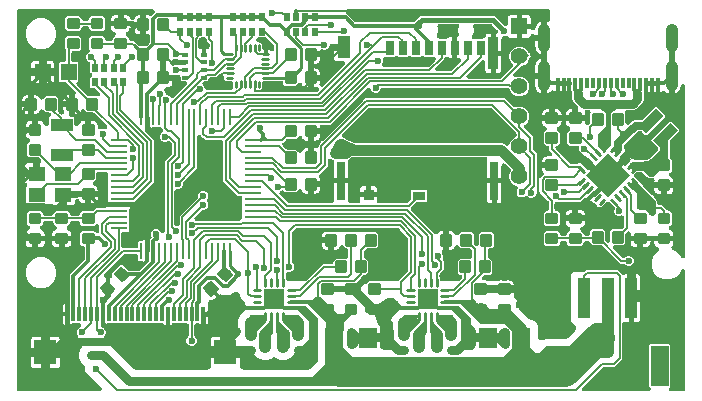
<source format=gbr>
G04 EAGLE Gerber RS-274X export*
G75*
%MOMM*%
%FSLAX34Y34*%
%LPD*%
%INTop Copper*%
%IPPOS*%
%AMOC8*
5,1,8,0,0,1.08239X$1,22.5*%
G01*
%ADD10C,0.350000*%
%ADD11R,1.469200X0.280000*%
%ADD12R,0.280000X1.469200*%
%ADD13R,0.700000X1.270000*%
%ADD14R,1.050000X0.780000*%
%ADD15R,1.140000X1.830000*%
%ADD16R,0.700000X3.330000*%
%ADD17R,0.860000X2.800000*%
%ADD18R,0.900000X0.930000*%
%ADD19R,0.500000X0.350000*%
%ADD20C,0.220000*%
%ADD21R,1.900000X1.100000*%
%ADD22R,1.461800X1.211800*%
%ADD23R,0.300000X0.900000*%
%ADD24C,1.000000*%
%ADD25C,0.264000*%
%ADD26R,2.600000X2.600000*%
%ADD27R,1.400000X1.400000*%
%ADD28R,0.900000X2.100000*%
%ADD29C,0.270000*%
%ADD30R,1.700000X1.700000*%
%ADD31R,0.500000X0.650000*%
%ADD32R,1.500000X3.400000*%
%ADD33R,1.000000X3.500000*%
%ADD34R,0.300000X1.300000*%
%ADD35R,1.905000X2.159000*%
%ADD36R,1.422400X1.422400*%
%ADD37C,1.422400*%
%ADD38R,1.600000X1.800000*%
%ADD39C,0.200000*%
%ADD40C,0.600000*%
%ADD41C,0.250000*%
%ADD42C,0.300000*%
%ADD43C,0.400000*%
%ADD44C,0.900000*%
%ADD45C,0.800000*%
%ADD46C,0.600000*%
%ADD47C,0.500000*%
%ADD48C,0.700000*%
%ADD49C,0.150000*%
%ADD50C,1.200000*%
%ADD51C,1.500000*%
%ADD52C,2.500000*%

G36*
X536891Y2002D02*
X536891Y2002D01*
X536906Y2001D01*
X537090Y2022D01*
X537273Y2041D01*
X537287Y2045D01*
X537303Y2047D01*
X537478Y2104D01*
X537655Y2159D01*
X537668Y2166D01*
X537682Y2171D01*
X537843Y2261D01*
X538005Y2350D01*
X538017Y2360D01*
X538030Y2368D01*
X538170Y2489D01*
X538310Y2608D01*
X538320Y2620D01*
X538331Y2630D01*
X538444Y2776D01*
X538559Y2921D01*
X538565Y2934D01*
X538575Y2946D01*
X538656Y3112D01*
X538739Y3277D01*
X538744Y3291D01*
X538750Y3305D01*
X538797Y3485D01*
X538846Y3662D01*
X538847Y3677D01*
X538851Y3692D01*
X538861Y3876D01*
X538874Y4060D01*
X538872Y4075D01*
X538873Y4090D01*
X538846Y4272D01*
X538822Y4456D01*
X538817Y4471D01*
X538815Y4486D01*
X538753Y4659D01*
X538692Y4834D01*
X538685Y4847D01*
X538680Y4862D01*
X538584Y5020D01*
X538490Y5179D01*
X538480Y5190D01*
X538472Y5203D01*
X538289Y5414D01*
X537729Y5974D01*
X537729Y41026D01*
X538474Y41771D01*
X554526Y41771D01*
X555271Y41026D01*
X555271Y5974D01*
X554711Y5414D01*
X554701Y5402D01*
X554690Y5392D01*
X554574Y5247D01*
X554458Y5104D01*
X554451Y5091D01*
X554441Y5079D01*
X554358Y4914D01*
X554272Y4751D01*
X554267Y4737D01*
X554261Y4723D01*
X554211Y4546D01*
X554159Y4368D01*
X554158Y4353D01*
X554154Y4338D01*
X554141Y4155D01*
X554125Y3970D01*
X554127Y3955D01*
X554126Y3940D01*
X554150Y3756D01*
X554171Y3573D01*
X554176Y3559D01*
X554178Y3544D01*
X554238Y3368D01*
X554295Y3193D01*
X554303Y3180D01*
X554308Y3166D01*
X554401Y3006D01*
X554492Y2846D01*
X554502Y2834D01*
X554510Y2821D01*
X554633Y2683D01*
X554754Y2544D01*
X554766Y2535D01*
X554776Y2524D01*
X554925Y2413D01*
X555071Y2301D01*
X555084Y2294D01*
X555097Y2285D01*
X555264Y2207D01*
X555430Y2125D01*
X555444Y2122D01*
X555458Y2115D01*
X555638Y2071D01*
X555816Y2025D01*
X555831Y2024D01*
X555846Y2020D01*
X556124Y2001D01*
X566000Y2001D01*
X566030Y2004D01*
X566060Y2002D01*
X566229Y2024D01*
X566397Y2041D01*
X566426Y2050D01*
X566456Y2054D01*
X566617Y2109D01*
X566779Y2159D01*
X566806Y2173D01*
X566834Y2183D01*
X566980Y2269D01*
X567129Y2350D01*
X567153Y2370D01*
X567179Y2385D01*
X567305Y2498D01*
X567435Y2608D01*
X567454Y2631D01*
X567476Y2652D01*
X567577Y2788D01*
X567683Y2921D01*
X567697Y2948D01*
X567715Y2972D01*
X567787Y3125D01*
X567864Y3277D01*
X567872Y3306D01*
X567885Y3333D01*
X567925Y3499D01*
X567970Y3662D01*
X567973Y3692D01*
X567980Y3721D01*
X567999Y4000D01*
X567999Y103395D01*
X567999Y103403D01*
X567999Y103410D01*
X567979Y103601D01*
X567959Y103793D01*
X567957Y103800D01*
X567956Y103807D01*
X567898Y103990D01*
X567841Y104174D01*
X567838Y104181D01*
X567835Y104188D01*
X567742Y104355D01*
X567650Y104525D01*
X567645Y104530D01*
X567641Y104537D01*
X567516Y104684D01*
X567392Y104830D01*
X567386Y104835D01*
X567381Y104840D01*
X567229Y104959D01*
X567079Y105078D01*
X567072Y105082D01*
X567066Y105086D01*
X566896Y105171D01*
X566723Y105259D01*
X566716Y105261D01*
X566709Y105264D01*
X566524Y105314D01*
X566338Y105366D01*
X566331Y105366D01*
X566323Y105368D01*
X566133Y105380D01*
X565940Y105393D01*
X565932Y105392D01*
X565925Y105393D01*
X565735Y105367D01*
X565544Y105342D01*
X565537Y105339D01*
X565529Y105338D01*
X565348Y105274D01*
X565166Y105212D01*
X565159Y105208D01*
X565152Y105206D01*
X564987Y105107D01*
X564821Y105010D01*
X564816Y105005D01*
X564809Y105001D01*
X564667Y104872D01*
X564524Y104743D01*
X564519Y104737D01*
X564514Y104732D01*
X564400Y104577D01*
X564285Y104423D01*
X564282Y104416D01*
X564278Y104410D01*
X564153Y104160D01*
X563521Y102636D01*
X559864Y98978D01*
X555086Y96999D01*
X549914Y96999D01*
X545136Y98978D01*
X541478Y102636D01*
X539499Y107414D01*
X539499Y112586D01*
X541478Y117364D01*
X545174Y121059D01*
X545188Y121077D01*
X545205Y121092D01*
X545315Y121232D01*
X545426Y121369D01*
X545437Y121389D01*
X545451Y121407D01*
X545530Y121566D01*
X545613Y121722D01*
X545619Y121744D01*
X545629Y121764D01*
X545675Y121935D01*
X545725Y122105D01*
X545727Y122128D01*
X545733Y122150D01*
X545744Y122327D01*
X545759Y122503D01*
X545756Y122526D01*
X545758Y122549D01*
X545733Y122724D01*
X545713Y122900D01*
X545706Y122922D01*
X545703Y122944D01*
X545644Y123112D01*
X545589Y123280D01*
X545578Y123300D01*
X545571Y123321D01*
X545480Y123474D01*
X545392Y123627D01*
X545377Y123645D01*
X545366Y123664D01*
X545247Y123795D01*
X545130Y123929D01*
X545112Y123943D01*
X545097Y123959D01*
X544955Y124064D01*
X544814Y124172D01*
X544793Y124182D01*
X544775Y124196D01*
X544525Y124320D01*
X544218Y124448D01*
X543515Y124917D01*
X542917Y125515D01*
X542448Y126218D01*
X542124Y126998D01*
X541961Y127819D01*
X541959Y127827D01*
X541958Y127834D01*
X541900Y128018D01*
X541844Y128202D01*
X541841Y128208D01*
X541838Y128215D01*
X541746Y128384D01*
X541654Y128553D01*
X541649Y128559D01*
X541645Y128565D01*
X541521Y128712D01*
X541398Y128859D01*
X541392Y128864D01*
X541387Y128870D01*
X541234Y128990D01*
X541220Y129001D01*
X549500Y129001D01*
X549530Y129004D01*
X549560Y129002D01*
X549729Y129024D01*
X549897Y129041D01*
X549926Y129050D01*
X549956Y129053D01*
X550009Y129072D01*
X550162Y129030D01*
X550192Y129027D01*
X550222Y129020D01*
X550500Y129001D01*
X558041Y129001D01*
X558041Y127827D01*
X557876Y126998D01*
X557552Y126218D01*
X557083Y125515D01*
X556836Y125268D01*
X556822Y125250D01*
X556804Y125236D01*
X556696Y125096D01*
X556583Y124959D01*
X556573Y124939D01*
X556559Y124921D01*
X556480Y124762D01*
X556397Y124605D01*
X556391Y124584D01*
X556380Y124563D01*
X556334Y124392D01*
X556285Y124222D01*
X556283Y124199D01*
X556277Y124178D01*
X556266Y124001D01*
X556251Y123824D01*
X556253Y123801D01*
X556252Y123779D01*
X556276Y123604D01*
X556297Y123427D01*
X556304Y123406D01*
X556307Y123383D01*
X556366Y123216D01*
X556420Y123048D01*
X556432Y123028D01*
X556439Y123006D01*
X556530Y122854D01*
X556617Y122700D01*
X556632Y122683D01*
X556644Y122663D01*
X556763Y122532D01*
X556879Y122399D01*
X556897Y122385D01*
X556913Y122368D01*
X557056Y122263D01*
X557196Y122155D01*
X557216Y122145D01*
X557235Y122132D01*
X557485Y122007D01*
X559864Y121022D01*
X563521Y117364D01*
X564153Y115840D01*
X564157Y115833D01*
X564159Y115826D01*
X564252Y115656D01*
X564342Y115488D01*
X564347Y115482D01*
X564350Y115475D01*
X564475Y115328D01*
X564597Y115181D01*
X564603Y115176D01*
X564608Y115170D01*
X564759Y115050D01*
X564908Y114930D01*
X564915Y114927D01*
X564921Y114922D01*
X565094Y114834D01*
X565263Y114747D01*
X565270Y114744D01*
X565277Y114741D01*
X565461Y114690D01*
X565647Y114637D01*
X565655Y114636D01*
X565662Y114634D01*
X565852Y114621D01*
X566045Y114606D01*
X566053Y114607D01*
X566060Y114607D01*
X566250Y114631D01*
X566442Y114655D01*
X566449Y114657D01*
X566456Y114658D01*
X566638Y114721D01*
X566820Y114782D01*
X566827Y114785D01*
X566834Y114788D01*
X567001Y114886D01*
X567166Y114981D01*
X567172Y114986D01*
X567179Y114990D01*
X567321Y115118D01*
X567466Y115245D01*
X567471Y115252D01*
X567476Y115257D01*
X567589Y115408D01*
X567707Y115564D01*
X567710Y115571D01*
X567715Y115577D01*
X567796Y115750D01*
X567880Y115924D01*
X567882Y115932D01*
X567885Y115938D01*
X567930Y116124D01*
X567978Y116311D01*
X567978Y116319D01*
X567980Y116326D01*
X567999Y116605D01*
X567999Y260110D01*
X567999Y260113D01*
X567999Y260117D01*
X567979Y260315D01*
X567959Y260507D01*
X567958Y260511D01*
X567958Y260514D01*
X567900Y260700D01*
X567841Y260889D01*
X567839Y260892D01*
X567838Y260896D01*
X567746Y261063D01*
X567650Y261239D01*
X567647Y261242D01*
X567645Y261245D01*
X567521Y261392D01*
X567392Y261544D01*
X567389Y261547D01*
X567387Y261550D01*
X567231Y261672D01*
X567079Y261793D01*
X567076Y261794D01*
X567073Y261797D01*
X566900Y261884D01*
X566723Y261974D01*
X566719Y261975D01*
X566716Y261976D01*
X566525Y262028D01*
X566338Y262080D01*
X566334Y262080D01*
X566331Y262081D01*
X566134Y262094D01*
X565940Y262108D01*
X565936Y262107D01*
X565932Y262108D01*
X565740Y262082D01*
X565544Y262056D01*
X565540Y262055D01*
X565536Y262054D01*
X565354Y261991D01*
X565166Y261927D01*
X565162Y261925D01*
X565159Y261923D01*
X564992Y261825D01*
X564821Y261724D01*
X564818Y261722D01*
X564815Y261720D01*
X564669Y261588D01*
X564524Y261458D01*
X564522Y261455D01*
X564519Y261452D01*
X564402Y261295D01*
X564285Y261138D01*
X564284Y261134D01*
X564281Y261131D01*
X564199Y260954D01*
X564115Y260776D01*
X564114Y260772D01*
X564113Y260769D01*
X564039Y260500D01*
X563751Y259050D01*
X563183Y257678D01*
X562357Y256443D01*
X561307Y255393D01*
X560072Y254567D01*
X558999Y254123D01*
X558999Y254328D01*
X558985Y254471D01*
X558979Y254615D01*
X558965Y254670D01*
X558959Y254725D01*
X558917Y254863D01*
X558882Y255003D01*
X558858Y255053D01*
X558841Y255107D01*
X558772Y255234D01*
X558710Y255364D01*
X558677Y255408D01*
X558650Y255457D01*
X558557Y255568D01*
X558470Y255683D01*
X558428Y255720D01*
X558392Y255763D01*
X558279Y255852D01*
X558172Y255948D01*
X558123Y255976D01*
X558079Y256011D01*
X557951Y256076D01*
X557826Y256149D01*
X557773Y256166D01*
X557723Y256192D01*
X557584Y256230D01*
X557448Y256276D01*
X557392Y256283D01*
X557338Y256298D01*
X557195Y256308D01*
X557051Y256327D01*
X556996Y256322D01*
X556940Y256326D01*
X556797Y256308D01*
X556653Y256297D01*
X556584Y256280D01*
X556544Y256274D01*
X556492Y256257D01*
X556477Y256260D01*
X556338Y256298D01*
X556282Y256302D01*
X556228Y256314D01*
X556084Y256316D01*
X555940Y256326D01*
X555884Y256319D01*
X555828Y256320D01*
X555687Y256293D01*
X555544Y256274D01*
X555491Y256256D01*
X555436Y256246D01*
X555302Y256192D01*
X555166Y256145D01*
X555117Y256117D01*
X555066Y256096D01*
X554946Y256016D01*
X554821Y255943D01*
X554780Y255905D01*
X554733Y255875D01*
X554631Y255772D01*
X554524Y255676D01*
X554490Y255631D01*
X554451Y255592D01*
X554371Y255471D01*
X554285Y255356D01*
X554261Y255305D01*
X554230Y255259D01*
X554176Y255125D01*
X554115Y254995D01*
X554102Y254940D01*
X554081Y254888D01*
X554054Y254746D01*
X554020Y254607D01*
X554015Y254536D01*
X554008Y254496D01*
X554009Y254441D01*
X554001Y254328D01*
X554001Y254123D01*
X552928Y254567D01*
X551693Y255393D01*
X550853Y256233D01*
X550830Y256252D01*
X550810Y256275D01*
X550675Y256378D01*
X550544Y256485D01*
X550517Y256500D01*
X550493Y256518D01*
X550341Y256593D01*
X550191Y256672D01*
X550161Y256680D01*
X550134Y256694D01*
X549970Y256736D01*
X549807Y256784D01*
X549777Y256787D01*
X549748Y256794D01*
X549579Y256804D01*
X549409Y256818D01*
X549379Y256815D01*
X549349Y256816D01*
X549181Y256792D01*
X549013Y256772D01*
X548984Y256763D01*
X548954Y256758D01*
X548794Y256701D01*
X548633Y256648D01*
X548606Y256633D01*
X548578Y256623D01*
X548433Y256535D01*
X548285Y256451D01*
X548262Y256431D01*
X548236Y256416D01*
X548075Y256276D01*
X547481Y255932D01*
X546955Y255792D01*
X546941Y255837D01*
X546931Y255899D01*
X546882Y256027D01*
X546841Y256159D01*
X546811Y256214D01*
X546789Y256272D01*
X546716Y256388D01*
X546650Y256509D01*
X546609Y256557D01*
X546576Y256610D01*
X546481Y256709D01*
X546392Y256815D01*
X546343Y256854D01*
X546300Y256899D01*
X546187Y256977D01*
X546079Y257063D01*
X546023Y257091D01*
X545972Y257127D01*
X545846Y257181D01*
X545723Y257244D01*
X545663Y257260D01*
X545605Y257285D01*
X545471Y257313D01*
X545338Y257350D01*
X545276Y257354D01*
X545214Y257367D01*
X545077Y257368D01*
X544940Y257378D01*
X544877Y257370D01*
X544815Y257370D01*
X544680Y257344D01*
X544544Y257326D01*
X544484Y257306D01*
X544423Y257294D01*
X544296Y257241D01*
X544166Y257197D01*
X544112Y257165D01*
X544054Y257141D01*
X543940Y257064D01*
X543821Y256994D01*
X543775Y256953D01*
X543723Y256918D01*
X543531Y256735D01*
X543524Y256728D01*
X543523Y256726D01*
X543521Y256725D01*
X543521Y256724D01*
X543403Y256566D01*
X543285Y256407D01*
X543284Y256405D01*
X543283Y256403D01*
X543197Y256221D01*
X543115Y256046D01*
X543114Y256044D01*
X543113Y256041D01*
X543066Y255844D01*
X543052Y255790D01*
X543018Y255799D01*
X542836Y255829D01*
X542656Y255861D01*
X542640Y255861D01*
X542623Y255863D01*
X542440Y255856D01*
X542257Y255852D01*
X542237Y255848D01*
X542224Y255848D01*
X542182Y255838D01*
X541983Y255799D01*
X541955Y255792D01*
X541946Y255820D01*
X541940Y255865D01*
X541912Y255941D01*
X541895Y256017D01*
X541864Y256086D01*
X541841Y256158D01*
X541820Y256198D01*
X541804Y256241D01*
X541763Y256309D01*
X541730Y256381D01*
X541686Y256442D01*
X541650Y256509D01*
X541620Y256544D01*
X541597Y256582D01*
X541527Y256662D01*
X541497Y256705D01*
X541464Y256735D01*
X541414Y256793D01*
X541402Y256803D01*
X541392Y256814D01*
X541295Y256892D01*
X541203Y256976D01*
X541151Y257008D01*
X541104Y257046D01*
X541091Y257053D01*
X541079Y257062D01*
X540969Y257119D01*
X540862Y257184D01*
X540805Y257204D01*
X540751Y257232D01*
X540736Y257237D01*
X540723Y257243D01*
X540604Y257276D01*
X540486Y257319D01*
X540426Y257328D01*
X540368Y257345D01*
X540352Y257346D01*
X540338Y257350D01*
X540215Y257358D01*
X540091Y257377D01*
X540030Y257373D01*
X539970Y257379D01*
X539954Y257377D01*
X539940Y257378D01*
X539818Y257362D01*
X539692Y257355D01*
X539633Y257340D01*
X539573Y257333D01*
X539558Y257328D01*
X539543Y257326D01*
X539427Y257286D01*
X539305Y257254D01*
X539251Y257228D01*
X539193Y257209D01*
X539180Y257201D01*
X539166Y257196D01*
X539059Y257134D01*
X538947Y257079D01*
X538884Y257033D01*
X538846Y257012D01*
X538834Y257002D01*
X538821Y256994D01*
X538787Y256964D01*
X538720Y256915D01*
X538635Y256829D01*
X538544Y256750D01*
X538535Y256738D01*
X538524Y256728D01*
X538485Y256676D01*
X538440Y256630D01*
X538374Y256528D01*
X538301Y256433D01*
X538294Y256420D01*
X538285Y256407D01*
X538258Y256349D01*
X538223Y256295D01*
X538178Y256182D01*
X538125Y256074D01*
X538122Y256060D01*
X538115Y256046D01*
X538100Y255983D01*
X538076Y255924D01*
X538055Y255803D01*
X538051Y255790D01*
X538017Y255799D01*
X537836Y255829D01*
X537656Y255861D01*
X537639Y255861D01*
X537623Y255863D01*
X537440Y255856D01*
X537257Y255852D01*
X537237Y255848D01*
X537224Y255848D01*
X537182Y255838D01*
X536982Y255799D01*
X536955Y255792D01*
X536904Y255955D01*
X536843Y256154D01*
X536842Y256156D01*
X536841Y256158D01*
X536744Y256336D01*
X536652Y256505D01*
X536651Y256507D01*
X536650Y256509D01*
X536643Y256517D01*
X536479Y256724D01*
X536479Y256725D01*
X536433Y256766D01*
X536392Y256814D01*
X536392Y256815D01*
X536284Y256900D01*
X536182Y256992D01*
X536128Y257024D01*
X536079Y257063D01*
X535957Y257125D01*
X535838Y257195D01*
X535779Y257215D01*
X535723Y257244D01*
X535591Y257280D01*
X535461Y257325D01*
X535398Y257333D01*
X535338Y257350D01*
X535201Y257360D01*
X535065Y257378D01*
X535002Y257374D01*
X534940Y257378D01*
X534803Y257360D01*
X534666Y257351D01*
X534606Y257334D01*
X534543Y257326D01*
X534414Y257282D01*
X534281Y257245D01*
X534225Y257217D01*
X534166Y257197D01*
X534047Y257127D01*
X533925Y257065D01*
X533875Y257026D01*
X533821Y256995D01*
X533719Y256903D01*
X533611Y256818D01*
X533570Y256770D01*
X533524Y256728D01*
X533442Y256618D01*
X533353Y256513D01*
X533323Y256458D01*
X533285Y256408D01*
X533227Y256283D01*
X533160Y256163D01*
X533142Y256103D01*
X533115Y256046D01*
X533082Y255913D01*
X533041Y255782D01*
X533035Y255719D01*
X533020Y255658D01*
X533002Y255394D01*
X533001Y255384D01*
X533001Y255382D01*
X533001Y255380D01*
X533001Y254672D01*
X532983Y254635D01*
X532906Y254483D01*
X532898Y254454D01*
X532885Y254427D01*
X532845Y254261D01*
X532800Y254098D01*
X532797Y254068D01*
X532790Y254039D01*
X532771Y253760D01*
X532771Y248452D01*
X531968Y246514D01*
X526746Y241292D01*
X524808Y240489D01*
X519109Y240489D01*
X519094Y240488D01*
X519079Y240489D01*
X518895Y240468D01*
X518712Y240449D01*
X518697Y240445D01*
X518682Y240443D01*
X518507Y240386D01*
X518330Y240331D01*
X518317Y240324D01*
X518302Y240319D01*
X518142Y240228D01*
X517980Y240140D01*
X517968Y240130D01*
X517955Y240122D01*
X517816Y240001D01*
X517674Y239882D01*
X517665Y239870D01*
X517653Y239860D01*
X517541Y239714D01*
X517426Y239569D01*
X517419Y239556D01*
X517410Y239544D01*
X517329Y239378D01*
X517245Y239213D01*
X517241Y239198D01*
X517235Y239185D01*
X517188Y239006D01*
X517139Y238828D01*
X517138Y238813D01*
X517134Y238798D01*
X517124Y238614D01*
X517111Y238430D01*
X517113Y238415D01*
X517112Y238399D01*
X517139Y238217D01*
X517163Y238034D01*
X517168Y238019D01*
X517170Y238004D01*
X517232Y237831D01*
X517271Y237719D01*
X517271Y229844D01*
X517272Y229829D01*
X517271Y229814D01*
X517292Y229630D01*
X517311Y229447D01*
X517315Y229432D01*
X517317Y229417D01*
X517374Y229241D01*
X517429Y229065D01*
X517436Y229052D01*
X517441Y229037D01*
X517531Y228878D01*
X517620Y228715D01*
X517630Y228703D01*
X517638Y228690D01*
X517758Y228551D01*
X517878Y228409D01*
X517890Y228400D01*
X517900Y228388D01*
X518046Y228276D01*
X518191Y228161D01*
X518204Y228154D01*
X518216Y228145D01*
X518382Y228064D01*
X518547Y227980D01*
X518562Y227976D01*
X518575Y227970D01*
X518754Y227923D01*
X518932Y227874D01*
X518947Y227873D01*
X518962Y227869D01*
X519145Y227859D01*
X519330Y227846D01*
X519345Y227848D01*
X519360Y227847D01*
X519543Y227874D01*
X519726Y227898D01*
X519741Y227903D01*
X519756Y227905D01*
X519930Y227968D01*
X520104Y228027D01*
X520117Y228035D01*
X520131Y228040D01*
X520289Y228136D01*
X520449Y228229D01*
X520460Y228239D01*
X520473Y228247D01*
X520684Y228430D01*
X523308Y231055D01*
X525061Y231781D01*
X530771Y231781D01*
X530816Y231786D01*
X530862Y231783D01*
X531015Y231806D01*
X531169Y231821D01*
X531212Y231834D01*
X531257Y231841D01*
X531402Y231893D01*
X531550Y231939D01*
X531590Y231961D01*
X531633Y231976D01*
X531765Y232056D01*
X531901Y232131D01*
X531935Y232160D01*
X531974Y232184D01*
X532185Y232367D01*
X542706Y242888D01*
X543759Y242888D01*
X550867Y235779D01*
X550867Y234727D01*
X535273Y219133D01*
X534221Y219133D01*
X531700Y221654D01*
X531664Y221683D01*
X531634Y221717D01*
X531510Y221809D01*
X531390Y221907D01*
X531350Y221928D01*
X531314Y221955D01*
X531174Y222021D01*
X531037Y222093D01*
X530994Y222106D01*
X530952Y222125D01*
X530802Y222162D01*
X530654Y222206D01*
X530608Y222209D01*
X530564Y222220D01*
X530286Y222240D01*
X528815Y222240D01*
X528769Y222235D01*
X528724Y222238D01*
X528571Y222215D01*
X528417Y222200D01*
X528374Y222186D01*
X528329Y222180D01*
X528183Y222127D01*
X528036Y222082D01*
X527996Y222060D01*
X527953Y222045D01*
X527821Y221964D01*
X527685Y221890D01*
X527650Y221861D01*
X527612Y221837D01*
X527401Y221654D01*
X516856Y211109D01*
X516828Y211074D01*
X516794Y211044D01*
X516702Y210920D01*
X516603Y210800D01*
X516582Y210760D01*
X516555Y210724D01*
X516489Y210584D01*
X516417Y210447D01*
X516404Y210403D01*
X516385Y210362D01*
X516348Y210212D01*
X516305Y210064D01*
X516301Y210018D01*
X516290Y209974D01*
X516271Y209696D01*
X516271Y209051D01*
X516242Y208982D01*
X516235Y208957D01*
X516223Y208933D01*
X516177Y208765D01*
X516127Y208600D01*
X516124Y208573D01*
X516117Y208548D01*
X516106Y208374D01*
X516090Y208202D01*
X516093Y208176D01*
X516091Y208149D01*
X516114Y207977D01*
X516133Y207805D01*
X516141Y207780D01*
X516145Y207753D01*
X516202Y207589D01*
X516254Y207424D01*
X516267Y207401D01*
X516276Y207376D01*
X516364Y207226D01*
X516448Y207075D01*
X516465Y207055D01*
X516479Y207032D01*
X516595Y206903D01*
X516708Y206772D01*
X516729Y206755D01*
X516747Y206736D01*
X516886Y206632D01*
X517023Y206526D01*
X517046Y206514D01*
X517068Y206498D01*
X517225Y206425D01*
X517380Y206348D01*
X517406Y206341D01*
X517430Y206330D01*
X517459Y206322D01*
X517272Y206135D01*
X517158Y205995D01*
X517042Y205859D01*
X517032Y205841D01*
X517019Y205826D01*
X516935Y205666D01*
X516848Y205509D01*
X516842Y205490D01*
X516833Y205473D01*
X516782Y205299D01*
X516728Y205128D01*
X516726Y205109D01*
X516721Y205089D01*
X516705Y204909D01*
X516687Y204731D01*
X516688Y204711D01*
X516687Y204691D01*
X516707Y204513D01*
X516725Y204334D01*
X516730Y204314D01*
X516733Y204295D01*
X516788Y204125D01*
X516841Y203951D01*
X516850Y203934D01*
X516857Y203915D01*
X516945Y203758D01*
X517031Y203600D01*
X517043Y203585D01*
X517053Y203567D01*
X517172Y203431D01*
X517287Y203293D01*
X517302Y203281D01*
X517315Y203266D01*
X517458Y203156D01*
X517599Y203044D01*
X517616Y203035D01*
X517632Y203023D01*
X517794Y202943D01*
X517954Y202861D01*
X517973Y202856D01*
X517991Y202847D01*
X518165Y202802D01*
X518338Y202753D01*
X518358Y202751D01*
X518377Y202746D01*
X518557Y202736D01*
X518737Y202723D01*
X518760Y202725D01*
X518776Y202724D01*
X518824Y202731D01*
X519015Y202750D01*
X519092Y202771D01*
X519171Y202782D01*
X519172Y202782D01*
X519285Y202823D01*
X519401Y202854D01*
X519472Y202890D01*
X519548Y202918D01*
X519650Y202980D01*
X519757Y203034D01*
X519821Y203083D01*
X519889Y203125D01*
X520034Y203251D01*
X520072Y203280D01*
X520082Y203292D01*
X520100Y203308D01*
X520323Y203531D01*
X520382Y203423D01*
X520411Y203388D01*
X520434Y203349D01*
X520538Y203234D01*
X520637Y203115D01*
X520672Y203087D01*
X520703Y203053D01*
X520827Y202962D01*
X520948Y202865D01*
X520988Y202844D01*
X521025Y202817D01*
X520808Y202600D01*
X520791Y202579D01*
X520771Y202562D01*
X520664Y202424D01*
X520555Y202291D01*
X520543Y202267D01*
X520526Y202246D01*
X520450Y202090D01*
X520369Y201938D01*
X520361Y201912D01*
X520350Y201888D01*
X520270Y201620D01*
X520266Y201586D01*
X520257Y201554D01*
X520256Y201554D01*
X520242Y201388D01*
X520223Y201223D01*
X520225Y201189D01*
X520223Y201156D01*
X520242Y200990D01*
X520255Y200825D01*
X520265Y200792D01*
X520268Y200759D01*
X520320Y200601D01*
X520366Y200441D01*
X520382Y200411D01*
X520392Y200379D01*
X520474Y200235D01*
X520551Y200087D01*
X520573Y200061D01*
X520589Y200032D01*
X520698Y199906D01*
X520803Y199777D01*
X520829Y199756D01*
X520851Y199730D01*
X520983Y199629D01*
X521111Y199523D01*
X521141Y199507D01*
X521168Y199487D01*
X521317Y199414D01*
X521464Y199336D01*
X521497Y199326D01*
X521527Y199311D01*
X521687Y199269D01*
X521847Y199222D01*
X521881Y199219D01*
X521913Y199211D01*
X522079Y199201D01*
X522245Y199187D01*
X522278Y199190D01*
X522312Y199189D01*
X522476Y199213D01*
X522642Y199231D01*
X522674Y199242D01*
X522707Y199246D01*
X522864Y199303D01*
X523022Y199354D01*
X523051Y199370D01*
X523083Y199382D01*
X523225Y199468D01*
X523370Y199549D01*
X523396Y199572D01*
X523425Y199589D01*
X523635Y199772D01*
X523807Y199944D01*
X523859Y199680D01*
X523869Y199647D01*
X523874Y199614D01*
X523928Y199457D01*
X523976Y199298D01*
X523992Y199268D01*
X524003Y199236D01*
X524087Y199093D01*
X524166Y198947D01*
X524188Y198921D01*
X524206Y198891D01*
X524316Y198768D01*
X524423Y198640D01*
X524449Y198619D01*
X524472Y198594D01*
X524605Y198495D01*
X524735Y198391D01*
X524765Y198376D01*
X524792Y198355D01*
X524942Y198285D01*
X525090Y198209D01*
X525123Y198200D01*
X525154Y198185D01*
X525315Y198146D01*
X525475Y198101D01*
X525509Y198098D01*
X525542Y198090D01*
X525820Y198071D01*
X532847Y198071D01*
X532900Y198076D01*
X532953Y198074D01*
X533099Y198096D01*
X533245Y198111D01*
X533295Y198126D01*
X533348Y198134D01*
X533612Y198223D01*
X533728Y198271D01*
X535696Y198271D01*
X535741Y198275D01*
X535786Y198273D01*
X535939Y198295D01*
X536093Y198311D01*
X536136Y198324D01*
X536181Y198331D01*
X536327Y198383D01*
X536475Y198429D01*
X536515Y198450D01*
X536557Y198466D01*
X536689Y198546D01*
X536825Y198620D01*
X536860Y198650D01*
X536899Y198673D01*
X537109Y198856D01*
X537298Y199044D01*
X537784Y199246D01*
X537830Y199271D01*
X537880Y199289D01*
X538006Y199365D01*
X538136Y199435D01*
X538176Y199469D01*
X538222Y199496D01*
X538432Y199679D01*
X544640Y205887D01*
X544659Y205910D01*
X544682Y205930D01*
X544785Y206064D01*
X544893Y206196D01*
X544907Y206223D01*
X544925Y206247D01*
X545000Y206399D01*
X545079Y206549D01*
X545087Y206578D01*
X545101Y206605D01*
X545143Y206769D01*
X545191Y206932D01*
X545194Y206963D01*
X545201Y206992D01*
X545211Y207161D01*
X545225Y207330D01*
X545222Y207361D01*
X545223Y207391D01*
X545199Y207558D01*
X545179Y207727D01*
X545170Y207756D01*
X545165Y207786D01*
X545108Y207946D01*
X545055Y208107D01*
X545040Y208133D01*
X545030Y208162D01*
X544942Y208307D01*
X544858Y208454D01*
X544839Y208477D01*
X544823Y208503D01*
X544640Y208714D01*
X539133Y214221D01*
X539133Y215273D01*
X554727Y230867D01*
X555779Y230867D01*
X562888Y223759D01*
X562888Y222706D01*
X555356Y215174D01*
X555328Y215139D01*
X555294Y215109D01*
X555202Y214985D01*
X555103Y214865D01*
X555082Y214825D01*
X555055Y214789D01*
X554989Y214649D01*
X554917Y214512D01*
X554904Y214468D01*
X554885Y214427D01*
X554848Y214277D01*
X554805Y214129D01*
X554801Y214083D01*
X554790Y214039D01*
X554771Y213761D01*
X554771Y200829D01*
X554775Y200784D01*
X554773Y200739D01*
X554795Y200586D01*
X554811Y200432D01*
X554824Y200389D01*
X554831Y200344D01*
X554883Y200198D01*
X554929Y200050D01*
X554950Y200011D01*
X554966Y199968D01*
X555046Y199836D01*
X555120Y199700D01*
X555150Y199665D01*
X555173Y199626D01*
X555356Y199416D01*
X556771Y198001D01*
X556771Y188999D01*
X554746Y186974D01*
X554731Y186956D01*
X554714Y186941D01*
X554605Y186802D01*
X554493Y186665D01*
X554482Y186644D01*
X554468Y186627D01*
X554390Y186469D01*
X554307Y186311D01*
X554300Y186289D01*
X554290Y186269D01*
X554244Y186098D01*
X554194Y185928D01*
X554192Y185905D01*
X554187Y185883D01*
X554176Y185707D01*
X554160Y185530D01*
X554163Y185507D01*
X554162Y185485D01*
X554186Y185308D01*
X554206Y185133D01*
X554213Y185112D01*
X554217Y185089D01*
X554275Y184922D01*
X554330Y184754D01*
X554341Y184734D01*
X554349Y184712D01*
X554439Y184561D01*
X554527Y184406D01*
X554542Y184389D01*
X554554Y184369D01*
X554672Y184239D01*
X554789Y184104D01*
X554807Y184091D01*
X554822Y184074D01*
X554965Y183969D01*
X555106Y183861D01*
X555126Y183851D01*
X555145Y183838D01*
X555394Y183713D01*
X555782Y183552D01*
X556485Y183083D01*
X557083Y182485D01*
X557552Y181782D01*
X557876Y181002D01*
X558041Y180173D01*
X558041Y178999D01*
X550500Y178999D01*
X550470Y178996D01*
X550440Y178998D01*
X550271Y178976D01*
X550103Y178959D01*
X550074Y178950D01*
X550044Y178946D01*
X549991Y178928D01*
X549838Y178970D01*
X549808Y178973D01*
X549778Y178980D01*
X549500Y178999D01*
X541959Y178999D01*
X541959Y180173D01*
X541993Y180340D01*
X541995Y180366D01*
X542002Y180392D01*
X542014Y180564D01*
X542031Y180737D01*
X542028Y180764D01*
X542030Y180790D01*
X542008Y180962D01*
X541990Y181135D01*
X541982Y181160D01*
X541978Y181186D01*
X541922Y181351D01*
X541870Y181516D01*
X541857Y181539D01*
X541849Y181564D01*
X541761Y181714D01*
X541677Y181866D01*
X541660Y181886D01*
X541647Y181909D01*
X541531Y182038D01*
X541419Y182170D01*
X541398Y182186D01*
X541380Y182206D01*
X541241Y182309D01*
X541105Y182417D01*
X541081Y182429D01*
X541060Y182445D01*
X540903Y182518D01*
X540748Y182597D01*
X540722Y182604D01*
X540698Y182615D01*
X540529Y182656D01*
X540362Y182702D01*
X540336Y182703D01*
X540310Y182710D01*
X540032Y182729D01*
X537150Y182729D01*
X535581Y183379D01*
X532569Y186391D01*
X532528Y186425D01*
X532493Y186464D01*
X532374Y186551D01*
X532260Y186644D01*
X532213Y186669D01*
X532170Y186700D01*
X531920Y186825D01*
X530317Y187489D01*
X530266Y187504D01*
X530219Y187526D01*
X530076Y187561D01*
X529935Y187604D01*
X529882Y187609D01*
X529831Y187621D01*
X529552Y187641D01*
X527310Y187641D01*
X527265Y187636D01*
X527220Y187639D01*
X527067Y187616D01*
X526913Y187601D01*
X526870Y187588D01*
X526825Y187581D01*
X526679Y187529D01*
X526531Y187483D01*
X526492Y187461D01*
X526449Y187446D01*
X526317Y187366D01*
X526181Y187291D01*
X526146Y187262D01*
X526108Y187238D01*
X525897Y187055D01*
X525255Y186414D01*
X525236Y186390D01*
X525213Y186370D01*
X525110Y186236D01*
X525002Y186104D01*
X524988Y186078D01*
X524970Y186054D01*
X524895Y185901D01*
X524816Y185751D01*
X524808Y185722D01*
X524794Y185695D01*
X524751Y185530D01*
X524704Y185368D01*
X524701Y185338D01*
X524694Y185308D01*
X524684Y185140D01*
X524670Y184970D01*
X524673Y184940D01*
X524672Y184910D01*
X524696Y184742D01*
X524716Y184573D01*
X524725Y184544D01*
X524729Y184514D01*
X524787Y184354D01*
X524840Y184193D01*
X524854Y184167D01*
X524865Y184138D01*
X524953Y183993D01*
X525036Y183846D01*
X525056Y183823D01*
X525072Y183797D01*
X525255Y183586D01*
X529764Y179077D01*
X529770Y179060D01*
X529776Y179015D01*
X529829Y178869D01*
X529874Y178722D01*
X529896Y178682D01*
X529912Y178639D01*
X529992Y178507D01*
X530066Y178371D01*
X530095Y178336D01*
X530119Y178298D01*
X530302Y178087D01*
X532110Y176278D01*
X532133Y176216D01*
X532179Y176068D01*
X532200Y176028D01*
X532216Y175986D01*
X532296Y175854D01*
X532370Y175718D01*
X532400Y175683D01*
X532423Y175644D01*
X532606Y175433D01*
X533902Y174138D01*
X539422Y168618D01*
X539425Y168615D01*
X539427Y168612D01*
X539581Y168488D01*
X539731Y168365D01*
X539735Y168363D01*
X539738Y168361D01*
X539913Y168269D01*
X540085Y168179D01*
X540088Y168178D01*
X540092Y168176D01*
X540283Y168120D01*
X540468Y168066D01*
X540472Y168066D01*
X540475Y168065D01*
X540671Y168049D01*
X540866Y168032D01*
X540870Y168033D01*
X540873Y168032D01*
X541051Y168054D01*
X541046Y167952D01*
X541034Y167753D01*
X541034Y167749D01*
X541034Y167745D01*
X541063Y167550D01*
X541090Y167358D01*
X541091Y167354D01*
X541092Y167350D01*
X541160Y167162D01*
X541224Y166981D01*
X541226Y166978D01*
X541227Y166974D01*
X541331Y166803D01*
X541430Y166639D01*
X541433Y166636D01*
X541435Y166633D01*
X541618Y166422D01*
X543621Y164419D01*
X544271Y162850D01*
X544271Y161770D01*
X544274Y161740D01*
X544272Y161710D01*
X544294Y161541D01*
X544311Y161373D01*
X544320Y161344D01*
X544324Y161314D01*
X544379Y161153D01*
X544429Y160991D01*
X544443Y160964D01*
X544453Y160936D01*
X544539Y160790D01*
X544620Y160641D01*
X544640Y160617D01*
X544655Y160591D01*
X544769Y160465D01*
X544878Y160335D01*
X544901Y160316D01*
X544922Y160294D01*
X545058Y160193D01*
X545191Y160087D01*
X545218Y160073D01*
X545242Y160055D01*
X545395Y159983D01*
X545547Y159906D01*
X545576Y159898D01*
X545603Y159885D01*
X545769Y159845D01*
X545932Y159800D01*
X545962Y159797D01*
X545991Y159790D01*
X546270Y159771D01*
X548441Y159771D01*
X552855Y155356D01*
X552890Y155328D01*
X552920Y155294D01*
X553044Y155202D01*
X553164Y155103D01*
X553204Y155082D01*
X553241Y155055D01*
X553381Y154989D01*
X553518Y154917D01*
X553561Y154904D01*
X553602Y154885D01*
X553753Y154848D01*
X553901Y154805D01*
X553946Y154801D01*
X553990Y154790D01*
X554269Y154771D01*
X555001Y154771D01*
X556771Y153001D01*
X556771Y143999D01*
X554746Y141974D01*
X554731Y141956D01*
X554714Y141942D01*
X554605Y141802D01*
X554493Y141665D01*
X554482Y141645D01*
X554468Y141627D01*
X554389Y141468D01*
X554307Y141311D01*
X554300Y141290D01*
X554290Y141269D01*
X554244Y141098D01*
X554194Y140928D01*
X554192Y140905D01*
X554187Y140883D01*
X554176Y140706D01*
X554160Y140530D01*
X554163Y140507D01*
X554162Y140485D01*
X554186Y140309D01*
X554206Y140133D01*
X554213Y140112D01*
X554217Y140089D01*
X554275Y139922D01*
X554330Y139753D01*
X554341Y139734D01*
X554349Y139712D01*
X554440Y139560D01*
X554527Y139406D01*
X554542Y139389D01*
X554554Y139369D01*
X554672Y139239D01*
X554789Y139104D01*
X554807Y139091D01*
X554822Y139074D01*
X554965Y138969D01*
X555106Y138861D01*
X555126Y138851D01*
X555145Y138838D01*
X555394Y138713D01*
X555782Y138552D01*
X556485Y138083D01*
X557083Y137485D01*
X557552Y136782D01*
X557876Y136002D01*
X558041Y135173D01*
X558041Y133999D01*
X550500Y133999D01*
X550470Y133996D01*
X550440Y133998D01*
X550271Y133976D01*
X550103Y133959D01*
X550074Y133950D01*
X550044Y133946D01*
X549991Y133928D01*
X549838Y133970D01*
X549808Y133973D01*
X549778Y133980D01*
X549500Y133999D01*
X530500Y133999D01*
X530470Y133996D01*
X530440Y133998D01*
X530271Y133976D01*
X530103Y133959D01*
X530074Y133950D01*
X530044Y133946D01*
X529991Y133928D01*
X529838Y133970D01*
X529808Y133973D01*
X529778Y133980D01*
X529500Y133999D01*
X521959Y133999D01*
X521959Y135309D01*
X521972Y135442D01*
X521971Y135453D01*
X521972Y135464D01*
X521950Y135652D01*
X521931Y135839D01*
X521927Y135850D01*
X521926Y135861D01*
X521868Y136039D01*
X521811Y136220D01*
X521806Y136230D01*
X521802Y136241D01*
X521709Y136405D01*
X521618Y136570D01*
X521611Y136579D01*
X521605Y136588D01*
X521481Y136731D01*
X521360Y136874D01*
X521351Y136881D01*
X521343Y136890D01*
X521195Y137004D01*
X521046Y137121D01*
X521035Y137126D01*
X521027Y137133D01*
X520858Y137216D01*
X520689Y137301D01*
X520678Y137304D01*
X520668Y137309D01*
X520484Y137357D01*
X520304Y137406D01*
X520292Y137407D01*
X520281Y137410D01*
X520092Y137420D01*
X519905Y137432D01*
X519894Y137431D01*
X519882Y137431D01*
X519697Y137404D01*
X519509Y137379D01*
X519498Y137375D01*
X519487Y137374D01*
X519311Y137310D01*
X519132Y137248D01*
X519122Y137242D01*
X519111Y137238D01*
X518952Y137141D01*
X518788Y137045D01*
X518780Y137037D01*
X518770Y137031D01*
X518559Y136848D01*
X517856Y136145D01*
X517828Y136110D01*
X517794Y136080D01*
X517702Y135956D01*
X517603Y135836D01*
X517582Y135795D01*
X517555Y135759D01*
X517490Y135620D01*
X517417Y135482D01*
X517404Y135439D01*
X517385Y135398D01*
X517348Y135247D01*
X517305Y135099D01*
X517301Y135054D01*
X517290Y135010D01*
X517271Y134731D01*
X517271Y127499D01*
X515501Y125729D01*
X508809Y125729D01*
X508794Y125728D01*
X508778Y125729D01*
X508595Y125708D01*
X508411Y125689D01*
X508397Y125685D01*
X508382Y125683D01*
X508207Y125626D01*
X508030Y125571D01*
X508016Y125564D01*
X508002Y125559D01*
X507842Y125469D01*
X507679Y125380D01*
X507667Y125370D01*
X507654Y125362D01*
X507515Y125241D01*
X507374Y125122D01*
X507364Y125110D01*
X507353Y125100D01*
X507241Y124954D01*
X507126Y124809D01*
X507119Y124796D01*
X507110Y124784D01*
X507029Y124618D01*
X506945Y124453D01*
X506941Y124438D01*
X506934Y124425D01*
X506888Y124246D01*
X506838Y124068D01*
X506837Y124053D01*
X506833Y124038D01*
X506823Y123855D01*
X506810Y123670D01*
X506812Y123655D01*
X506811Y123640D01*
X506838Y123457D01*
X506862Y123274D01*
X506867Y123259D01*
X506869Y123244D01*
X506932Y123070D01*
X506992Y122896D01*
X506999Y122883D01*
X507005Y122869D01*
X507100Y122711D01*
X507194Y122551D01*
X507204Y122540D01*
X507212Y122527D01*
X507395Y122316D01*
X514172Y115539D01*
X514196Y115520D01*
X514215Y115497D01*
X514350Y115394D01*
X514481Y115286D01*
X514508Y115272D01*
X514532Y115254D01*
X514684Y115179D01*
X514835Y115100D01*
X514864Y115092D01*
X514891Y115078D01*
X515056Y115035D01*
X515218Y114988D01*
X515248Y114985D01*
X515277Y114978D01*
X515447Y114968D01*
X515616Y114954D01*
X515646Y114957D01*
X515676Y114956D01*
X515844Y114980D01*
X516013Y115000D01*
X516042Y115009D01*
X516071Y115014D01*
X516231Y115071D01*
X516392Y115124D01*
X516419Y115139D01*
X516447Y115149D01*
X516593Y115237D01*
X516740Y115320D01*
X516763Y115340D01*
X516789Y115356D01*
X517000Y115539D01*
X517581Y116121D01*
X519150Y116771D01*
X520850Y116771D01*
X522419Y116121D01*
X523621Y114919D01*
X524271Y113350D01*
X524271Y111650D01*
X523621Y110081D01*
X522419Y108879D01*
X520850Y108229D01*
X519150Y108229D01*
X517581Y108879D01*
X516817Y109644D01*
X516781Y109672D01*
X516751Y109706D01*
X516627Y109799D01*
X516507Y109896D01*
X516467Y109918D01*
X516431Y109945D01*
X516291Y110011D01*
X516154Y110083D01*
X516110Y110096D01*
X516069Y110115D01*
X515919Y110152D01*
X515771Y110195D01*
X515725Y110199D01*
X515681Y110210D01*
X515403Y110229D01*
X513059Y110229D01*
X498145Y125144D01*
X498110Y125172D01*
X498080Y125206D01*
X497956Y125298D01*
X497836Y125397D01*
X497796Y125418D01*
X497759Y125445D01*
X497619Y125511D01*
X497482Y125583D01*
X497439Y125596D01*
X497398Y125615D01*
X497247Y125652D01*
X497099Y125695D01*
X497054Y125699D01*
X497010Y125710D01*
X496731Y125729D01*
X489499Y125729D01*
X487699Y127529D01*
X487689Y127627D01*
X487680Y127656D01*
X487676Y127686D01*
X487621Y127847D01*
X487571Y128009D01*
X487557Y128036D01*
X487547Y128064D01*
X487461Y128210D01*
X487380Y128359D01*
X487360Y128383D01*
X487345Y128409D01*
X487232Y128535D01*
X487122Y128665D01*
X487099Y128684D01*
X487078Y128706D01*
X486942Y128807D01*
X486809Y128913D01*
X486782Y128927D01*
X486758Y128945D01*
X486605Y129017D01*
X486453Y129094D01*
X486424Y129102D01*
X486397Y129115D01*
X486231Y129155D01*
X486068Y129200D01*
X486038Y129203D01*
X486009Y129210D01*
X485730Y129229D01*
X483770Y129229D01*
X483740Y129226D01*
X483710Y129228D01*
X483541Y129206D01*
X483373Y129189D01*
X483344Y129180D01*
X483314Y129176D01*
X483153Y129121D01*
X482991Y129071D01*
X482964Y129057D01*
X482936Y129047D01*
X482790Y128961D01*
X482641Y128880D01*
X482617Y128860D01*
X482591Y128845D01*
X482465Y128732D01*
X482335Y128622D01*
X482316Y128599D01*
X482294Y128578D01*
X482193Y128442D01*
X482087Y128309D01*
X482073Y128282D01*
X482055Y128258D01*
X481983Y128105D01*
X481906Y127953D01*
X481898Y127924D01*
X481885Y127897D01*
X481845Y127731D01*
X481800Y127568D01*
X481797Y127538D01*
X481790Y127509D01*
X481771Y127230D01*
X481771Y126999D01*
X480001Y125229D01*
X469999Y125229D01*
X468229Y126999D01*
X468229Y127230D01*
X468226Y127260D01*
X468228Y127290D01*
X468206Y127459D01*
X468189Y127627D01*
X468180Y127656D01*
X468176Y127686D01*
X468121Y127847D01*
X468071Y128009D01*
X468057Y128036D01*
X468047Y128064D01*
X467961Y128210D01*
X467880Y128359D01*
X467860Y128383D01*
X467845Y128409D01*
X467732Y128535D01*
X467622Y128665D01*
X467599Y128684D01*
X467578Y128706D01*
X467442Y128807D01*
X467309Y128913D01*
X467282Y128927D01*
X467258Y128945D01*
X467105Y129017D01*
X466953Y129094D01*
X466924Y129102D01*
X466897Y129115D01*
X466731Y129155D01*
X466568Y129200D01*
X466538Y129203D01*
X466509Y129210D01*
X466230Y129229D01*
X463770Y129229D01*
X463740Y129226D01*
X463710Y129228D01*
X463541Y129206D01*
X463373Y129189D01*
X463344Y129180D01*
X463314Y129176D01*
X463153Y129121D01*
X462991Y129071D01*
X462964Y129057D01*
X462936Y129047D01*
X462790Y128961D01*
X462641Y128880D01*
X462617Y128860D01*
X462591Y128845D01*
X462465Y128732D01*
X462335Y128622D01*
X462316Y128599D01*
X462294Y128578D01*
X462193Y128442D01*
X462087Y128309D01*
X462073Y128282D01*
X462055Y128258D01*
X461983Y128105D01*
X461906Y127953D01*
X461898Y127924D01*
X461885Y127897D01*
X461845Y127731D01*
X461800Y127568D01*
X461797Y127538D01*
X461790Y127509D01*
X461771Y127230D01*
X461771Y126999D01*
X460001Y125229D01*
X449999Y125229D01*
X448229Y126999D01*
X448229Y136001D01*
X449999Y137771D01*
X460001Y137771D01*
X461771Y136001D01*
X461771Y135770D01*
X461774Y135740D01*
X461772Y135710D01*
X461794Y135541D01*
X461811Y135373D01*
X461820Y135344D01*
X461824Y135314D01*
X461879Y135153D01*
X461929Y134991D01*
X461943Y134964D01*
X461953Y134936D01*
X462039Y134790D01*
X462120Y134641D01*
X462140Y134617D01*
X462155Y134591D01*
X462268Y134465D01*
X462378Y134335D01*
X462401Y134316D01*
X462422Y134294D01*
X462558Y134193D01*
X462691Y134087D01*
X462718Y134073D01*
X462742Y134055D01*
X462895Y133983D01*
X463047Y133906D01*
X463076Y133898D01*
X463103Y133885D01*
X463269Y133845D01*
X463432Y133800D01*
X463462Y133797D01*
X463491Y133790D01*
X463770Y133771D01*
X466230Y133771D01*
X466260Y133774D01*
X466290Y133772D01*
X466459Y133794D01*
X466627Y133811D01*
X466656Y133820D01*
X466686Y133824D01*
X466847Y133879D01*
X467009Y133929D01*
X467036Y133943D01*
X467064Y133953D01*
X467210Y134039D01*
X467359Y134120D01*
X467383Y134140D01*
X467409Y134155D01*
X467535Y134268D01*
X467665Y134378D01*
X467684Y134401D01*
X467706Y134422D01*
X467807Y134558D01*
X467913Y134691D01*
X467927Y134718D01*
X467945Y134742D01*
X468017Y134895D01*
X468094Y135047D01*
X468102Y135076D01*
X468115Y135103D01*
X468155Y135269D01*
X468200Y135432D01*
X468203Y135462D01*
X468210Y135491D01*
X468229Y135770D01*
X468229Y136001D01*
X470254Y138026D01*
X470269Y138044D01*
X470286Y138059D01*
X470395Y138198D01*
X470507Y138335D01*
X470518Y138356D01*
X470532Y138373D01*
X470610Y138531D01*
X470693Y138689D01*
X470700Y138711D01*
X470710Y138731D01*
X470756Y138901D01*
X470806Y139072D01*
X470808Y139095D01*
X470813Y139117D01*
X470824Y139293D01*
X470840Y139470D01*
X470837Y139493D01*
X470838Y139515D01*
X470814Y139689D01*
X470794Y139867D01*
X470787Y139888D01*
X470783Y139911D01*
X470725Y140078D01*
X470670Y140246D01*
X470659Y140266D01*
X470651Y140288D01*
X470561Y140439D01*
X470473Y140594D01*
X470458Y140611D01*
X470446Y140631D01*
X470328Y140761D01*
X470211Y140896D01*
X470193Y140909D01*
X470178Y140926D01*
X470035Y141031D01*
X469894Y141139D01*
X469874Y141149D01*
X469855Y141162D01*
X469606Y141287D01*
X469218Y141448D01*
X468515Y141917D01*
X467917Y142515D01*
X467448Y143218D01*
X467124Y143998D01*
X466959Y144827D01*
X466959Y146001D01*
X474500Y146001D01*
X474530Y146004D01*
X474560Y146002D01*
X474729Y146024D01*
X474897Y146041D01*
X474926Y146050D01*
X474956Y146053D01*
X475009Y146072D01*
X475162Y146030D01*
X475192Y146027D01*
X475222Y146020D01*
X475500Y146001D01*
X483041Y146001D01*
X483041Y144827D01*
X482876Y143998D01*
X482552Y143218D01*
X482083Y142515D01*
X481485Y141917D01*
X480782Y141448D01*
X480394Y141287D01*
X480374Y141276D01*
X480353Y141269D01*
X480198Y141182D01*
X480043Y141098D01*
X480025Y141083D01*
X480005Y141072D01*
X479872Y140956D01*
X479735Y140843D01*
X479721Y140825D01*
X479704Y140810D01*
X479596Y140670D01*
X479485Y140532D01*
X479474Y140512D01*
X479460Y140493D01*
X479382Y140334D01*
X479301Y140177D01*
X479295Y140155D01*
X479285Y140135D01*
X479240Y139964D01*
X479192Y139793D01*
X479190Y139770D01*
X479184Y139748D01*
X479175Y139572D01*
X479161Y139395D01*
X479164Y139372D01*
X479162Y139349D01*
X479188Y139175D01*
X479210Y138998D01*
X479217Y138977D01*
X479220Y138954D01*
X479280Y138787D01*
X479336Y138619D01*
X479348Y138600D01*
X479355Y138578D01*
X479447Y138427D01*
X479536Y138273D01*
X479551Y138256D01*
X479563Y138237D01*
X479746Y138026D01*
X481771Y136001D01*
X481771Y135770D01*
X481774Y135740D01*
X481772Y135710D01*
X481794Y135541D01*
X481811Y135373D01*
X481820Y135344D01*
X481824Y135314D01*
X481879Y135153D01*
X481929Y134991D01*
X481943Y134964D01*
X481953Y134936D01*
X482039Y134790D01*
X482120Y134641D01*
X482140Y134617D01*
X482155Y134591D01*
X482268Y134465D01*
X482378Y134335D01*
X482401Y134316D01*
X482422Y134294D01*
X482558Y134193D01*
X482691Y134087D01*
X482718Y134073D01*
X482742Y134055D01*
X482895Y133983D01*
X483047Y133906D01*
X483076Y133898D01*
X483103Y133885D01*
X483269Y133845D01*
X483432Y133800D01*
X483462Y133797D01*
X483491Y133790D01*
X483770Y133771D01*
X485730Y133771D01*
X485760Y133774D01*
X485790Y133772D01*
X485959Y133794D01*
X486127Y133811D01*
X486156Y133820D01*
X486186Y133824D01*
X486347Y133879D01*
X486509Y133929D01*
X486536Y133943D01*
X486564Y133953D01*
X486710Y134039D01*
X486859Y134120D01*
X486883Y134140D01*
X486909Y134155D01*
X487035Y134268D01*
X487165Y134378D01*
X487184Y134401D01*
X487206Y134422D01*
X487307Y134558D01*
X487413Y134691D01*
X487427Y134718D01*
X487445Y134742D01*
X487517Y134895D01*
X487594Y135047D01*
X487602Y135076D01*
X487615Y135103D01*
X487655Y135269D01*
X487700Y135432D01*
X487703Y135462D01*
X487710Y135491D01*
X487729Y135770D01*
X487729Y137501D01*
X489499Y139271D01*
X498501Y139271D01*
X500271Y137501D01*
X500271Y130269D01*
X500275Y130224D01*
X500273Y130178D01*
X500295Y130025D01*
X500311Y129871D01*
X500324Y129828D01*
X500331Y129783D01*
X500383Y129638D01*
X500429Y129490D01*
X500450Y129450D01*
X500466Y129407D01*
X500546Y129275D01*
X500620Y129139D01*
X500650Y129105D01*
X500673Y129066D01*
X500856Y128855D01*
X501316Y128395D01*
X501328Y128385D01*
X501338Y128374D01*
X501483Y128259D01*
X501626Y128142D01*
X501639Y128135D01*
X501651Y128126D01*
X501816Y128042D01*
X501979Y127956D01*
X501993Y127952D01*
X502007Y127945D01*
X502184Y127896D01*
X502362Y127844D01*
X502377Y127842D01*
X502392Y127838D01*
X502575Y127825D01*
X502760Y127810D01*
X502775Y127811D01*
X502790Y127810D01*
X502973Y127834D01*
X503157Y127855D01*
X503171Y127860D01*
X503186Y127862D01*
X503361Y127922D01*
X503537Y127979D01*
X503550Y127987D01*
X503564Y127992D01*
X503723Y128085D01*
X503884Y128176D01*
X503896Y128186D01*
X503909Y128194D01*
X504046Y128317D01*
X504186Y128438D01*
X504195Y128450D01*
X504206Y128460D01*
X504316Y128608D01*
X504429Y128755D01*
X504436Y128769D01*
X504445Y128781D01*
X504523Y128948D01*
X504605Y129114D01*
X504608Y129128D01*
X504615Y129142D01*
X504659Y129322D01*
X504705Y129500D01*
X504706Y129515D01*
X504710Y129530D01*
X504729Y129809D01*
X504729Y137501D01*
X506499Y139271D01*
X513731Y139271D01*
X513777Y139275D01*
X513822Y139273D01*
X513975Y139295D01*
X514129Y139311D01*
X514172Y139324D01*
X514217Y139331D01*
X514363Y139383D01*
X514510Y139429D01*
X514550Y139450D01*
X514593Y139466D01*
X514725Y139546D01*
X514861Y139620D01*
X514896Y139650D01*
X514934Y139673D01*
X515145Y139856D01*
X515644Y140355D01*
X515672Y140390D01*
X515706Y140420D01*
X515798Y140544D01*
X515897Y140664D01*
X515918Y140704D01*
X515945Y140741D01*
X516011Y140881D01*
X516083Y141018D01*
X516096Y141061D01*
X516115Y141102D01*
X516152Y141253D01*
X516195Y141401D01*
X516199Y141446D01*
X516210Y141490D01*
X516229Y141769D01*
X516229Y149042D01*
X516227Y149064D01*
X516229Y149087D01*
X516207Y149263D01*
X516189Y149439D01*
X516183Y149461D01*
X516180Y149484D01*
X516124Y149651D01*
X516071Y149821D01*
X516060Y149841D01*
X516053Y149862D01*
X515965Y150015D01*
X515880Y150171D01*
X515865Y150189D01*
X515854Y150208D01*
X515737Y150341D01*
X515622Y150477D01*
X515604Y150491D01*
X515589Y150508D01*
X515448Y150615D01*
X515309Y150725D01*
X515289Y150735D01*
X515271Y150749D01*
X515111Y150825D01*
X514953Y150906D01*
X514931Y150912D01*
X514911Y150922D01*
X514739Y150965D01*
X514568Y151012D01*
X514546Y151014D01*
X514523Y151019D01*
X514346Y151028D01*
X514170Y151040D01*
X514147Y151037D01*
X514124Y151038D01*
X513949Y151011D01*
X513774Y150988D01*
X513752Y150981D01*
X513730Y150977D01*
X513465Y150889D01*
X513079Y150729D01*
X511380Y150729D01*
X509811Y151379D01*
X508609Y152581D01*
X507959Y154150D01*
X507959Y155850D01*
X508136Y156277D01*
X508147Y156313D01*
X508164Y156347D01*
X508205Y156504D01*
X508251Y156659D01*
X508255Y156697D01*
X508265Y156734D01*
X508273Y156895D01*
X508288Y157057D01*
X508284Y157095D01*
X508286Y157132D01*
X508263Y157293D01*
X508246Y157454D01*
X508234Y157490D01*
X508229Y157528D01*
X508174Y157680D01*
X508125Y157835D01*
X508106Y157868D01*
X508093Y157903D01*
X508009Y158042D01*
X507930Y158184D01*
X507906Y158213D01*
X507886Y158245D01*
X507703Y158456D01*
X503914Y162245D01*
X503890Y162264D01*
X503870Y162287D01*
X503736Y162390D01*
X503604Y162498D01*
X503578Y162512D01*
X503554Y162530D01*
X503401Y162605D01*
X503251Y162684D01*
X503222Y162692D01*
X503195Y162706D01*
X503031Y162748D01*
X502868Y162796D01*
X502838Y162799D01*
X502808Y162806D01*
X502640Y162816D01*
X502470Y162830D01*
X502440Y162827D01*
X502410Y162828D01*
X502242Y162804D01*
X502073Y162784D01*
X502044Y162775D01*
X502014Y162771D01*
X501854Y162713D01*
X501693Y162660D01*
X501667Y162646D01*
X501638Y162635D01*
X501493Y162547D01*
X501346Y162464D01*
X501323Y162444D01*
X501297Y162428D01*
X501086Y162245D01*
X496625Y157784D01*
X494479Y157784D01*
X492961Y159301D01*
X492961Y159320D01*
X492958Y159350D01*
X492960Y159380D01*
X492938Y159549D01*
X492921Y159717D01*
X492912Y159746D01*
X492908Y159776D01*
X492853Y159937D01*
X492803Y160099D01*
X492789Y160125D01*
X492779Y160154D01*
X492693Y160300D01*
X492612Y160449D01*
X492592Y160473D01*
X492577Y160499D01*
X492464Y160625D01*
X492354Y160755D01*
X492330Y160773D01*
X492310Y160796D01*
X492174Y160897D01*
X492041Y161003D01*
X492014Y161017D01*
X491990Y161035D01*
X491837Y161107D01*
X491685Y161184D01*
X491656Y161192D01*
X491629Y161205D01*
X491463Y161245D01*
X491300Y161290D01*
X491270Y161292D01*
X491241Y161300D01*
X490962Y161319D01*
X490943Y161319D01*
X489250Y163013D01*
X489212Y163044D01*
X489179Y163080D01*
X489058Y163169D01*
X488941Y163265D01*
X488897Y163288D01*
X488858Y163317D01*
X488721Y163381D01*
X488587Y163452D01*
X488540Y163465D01*
X488496Y163486D01*
X488226Y163560D01*
X487556Y163693D01*
X491931Y168068D01*
X491950Y168091D01*
X491973Y168111D01*
X492076Y168246D01*
X492184Y168377D01*
X492198Y168404D01*
X492216Y168428D01*
X492291Y168580D01*
X492370Y168730D01*
X492379Y168759D01*
X492392Y168787D01*
X492435Y168950D01*
X492482Y169114D01*
X492485Y169144D01*
X492493Y169173D01*
X492502Y169342D01*
X492516Y169512D01*
X492513Y169542D01*
X492514Y169572D01*
X492490Y169740D01*
X492470Y169908D01*
X492461Y169937D01*
X492457Y169967D01*
X492399Y170127D01*
X492347Y170288D01*
X492332Y170314D01*
X492321Y170343D01*
X492233Y170488D01*
X492150Y170636D01*
X492130Y170659D01*
X492114Y170684D01*
X491931Y170895D01*
X491907Y170914D01*
X491888Y170937D01*
X491887Y170937D01*
X491753Y171041D01*
X491621Y171148D01*
X491595Y171162D01*
X491571Y171181D01*
X491418Y171255D01*
X491268Y171334D01*
X491239Y171343D01*
X491212Y171356D01*
X491048Y171399D01*
X490885Y171447D01*
X490855Y171449D01*
X490825Y171457D01*
X490657Y171466D01*
X490487Y171481D01*
X490457Y171477D01*
X490427Y171479D01*
X490259Y171454D01*
X490090Y171435D01*
X490061Y171425D01*
X490031Y171421D01*
X489871Y171363D01*
X489710Y171311D01*
X489684Y171296D01*
X489655Y171286D01*
X489510Y171198D01*
X489363Y171114D01*
X489340Y171094D01*
X489314Y171079D01*
X489103Y170895D01*
X484029Y165821D01*
X483978Y165824D01*
X483805Y165838D01*
X483779Y165835D01*
X483752Y165837D01*
X483581Y165812D01*
X483409Y165791D01*
X483383Y165783D01*
X483357Y165779D01*
X483194Y165720D01*
X483029Y165666D01*
X483006Y165653D01*
X482981Y165644D01*
X482833Y165554D01*
X482682Y165468D01*
X482662Y165450D01*
X482640Y165436D01*
X482429Y165253D01*
X481821Y164645D01*
X479905Y162729D01*
X459724Y162729D01*
X459638Y162754D01*
X459623Y162756D01*
X459608Y162760D01*
X459425Y162773D01*
X459240Y162788D01*
X459225Y162787D01*
X459210Y162788D01*
X459027Y162764D01*
X458844Y162743D01*
X458829Y162738D01*
X458814Y162736D01*
X458640Y162676D01*
X458464Y162619D01*
X458450Y162611D01*
X458436Y162606D01*
X458277Y162513D01*
X458116Y162422D01*
X458105Y162412D01*
X458091Y162404D01*
X457954Y162281D01*
X457815Y162160D01*
X457805Y162148D01*
X457794Y162138D01*
X457684Y161990D01*
X457571Y161844D01*
X457564Y161830D01*
X457555Y161817D01*
X457476Y161649D01*
X457396Y161485D01*
X457392Y161470D01*
X457385Y161456D01*
X457341Y161277D01*
X457295Y161098D01*
X457294Y161083D01*
X457290Y161068D01*
X457271Y160789D01*
X457271Y156770D01*
X457274Y156740D01*
X457272Y156710D01*
X457294Y156541D01*
X457311Y156373D01*
X457320Y156344D01*
X457324Y156314D01*
X457379Y156153D01*
X457429Y155991D01*
X457443Y155964D01*
X457453Y155936D01*
X457539Y155790D01*
X457620Y155641D01*
X457640Y155617D01*
X457655Y155591D01*
X457768Y155465D01*
X457878Y155335D01*
X457901Y155316D01*
X457922Y155294D01*
X458058Y155193D01*
X458191Y155087D01*
X458218Y155073D01*
X458242Y155055D01*
X458395Y154983D01*
X458547Y154906D01*
X458576Y154898D01*
X458603Y154885D01*
X458769Y154845D01*
X458932Y154800D01*
X458962Y154797D01*
X458991Y154790D01*
X459270Y154771D01*
X460001Y154771D01*
X461771Y153001D01*
X461771Y143999D01*
X460001Y142229D01*
X449999Y142229D01*
X448229Y143999D01*
X448229Y153001D01*
X449999Y154771D01*
X450730Y154771D01*
X450760Y154774D01*
X450790Y154772D01*
X450959Y154794D01*
X451127Y154811D01*
X451156Y154820D01*
X451186Y154824D01*
X451347Y154879D01*
X451509Y154929D01*
X451536Y154943D01*
X451564Y154953D01*
X451710Y155039D01*
X451859Y155120D01*
X451883Y155140D01*
X451909Y155155D01*
X452035Y155268D01*
X452165Y155378D01*
X452184Y155401D01*
X452206Y155422D01*
X452307Y155558D01*
X452413Y155691D01*
X452427Y155718D01*
X452445Y155742D01*
X452517Y155895D01*
X452594Y156047D01*
X452602Y156076D01*
X452615Y156103D01*
X452655Y156268D01*
X452700Y156432D01*
X452703Y156462D01*
X452710Y156491D01*
X452729Y156770D01*
X452729Y161876D01*
X452725Y161922D01*
X452727Y161967D01*
X452705Y162120D01*
X452689Y162274D01*
X452676Y162317D01*
X452669Y162362D01*
X452617Y162508D01*
X452571Y162655D01*
X452550Y162695D01*
X452534Y162738D01*
X452454Y162870D01*
X452380Y163006D01*
X452350Y163041D01*
X452327Y163079D01*
X452144Y163290D01*
X446875Y168559D01*
X445266Y170167D01*
X445249Y170182D01*
X445234Y170199D01*
X445094Y170308D01*
X444957Y170420D01*
X444937Y170431D01*
X444919Y170445D01*
X444761Y170524D01*
X444604Y170606D01*
X444582Y170613D01*
X444562Y170623D01*
X444391Y170669D01*
X444221Y170719D01*
X444198Y170721D01*
X444176Y170727D01*
X444000Y170738D01*
X443823Y170753D01*
X443800Y170750D01*
X443777Y170752D01*
X443602Y170727D01*
X443426Y170707D01*
X443404Y170700D01*
X443382Y170697D01*
X443214Y170638D01*
X443046Y170583D01*
X443026Y170572D01*
X443005Y170564D01*
X442852Y170473D01*
X442699Y170386D01*
X442681Y170371D01*
X442662Y170360D01*
X442531Y170240D01*
X442397Y170124D01*
X442383Y170106D01*
X442366Y170091D01*
X442262Y169948D01*
X442154Y169807D01*
X442144Y169787D01*
X442130Y169769D01*
X442006Y169519D01*
X441261Y167722D01*
X440060Y166520D01*
X438490Y165870D01*
X436791Y165870D01*
X435222Y166520D01*
X434804Y166937D01*
X434781Y166957D01*
X434761Y166979D01*
X434627Y167083D01*
X434495Y167190D01*
X434468Y167204D01*
X434444Y167223D01*
X434292Y167297D01*
X434142Y167376D01*
X434113Y167385D01*
X434085Y167398D01*
X433921Y167441D01*
X433758Y167489D01*
X433728Y167491D01*
X433699Y167499D01*
X433530Y167508D01*
X433361Y167523D01*
X433330Y167519D01*
X433300Y167521D01*
X433132Y167496D01*
X432964Y167477D01*
X432935Y167467D01*
X432905Y167463D01*
X432745Y167406D01*
X432584Y167353D01*
X432558Y167338D01*
X432529Y167328D01*
X432384Y167240D01*
X432236Y167156D01*
X432214Y167136D01*
X432188Y167120D01*
X431977Y166937D01*
X431919Y166879D01*
X430350Y166229D01*
X428650Y166229D01*
X427081Y166879D01*
X425879Y168081D01*
X425229Y169650D01*
X425229Y171350D01*
X425927Y173035D01*
X425935Y173045D01*
X426014Y173203D01*
X426097Y173360D01*
X426103Y173382D01*
X426113Y173402D01*
X426159Y173573D01*
X426209Y173743D01*
X426211Y173766D01*
X426217Y173788D01*
X426228Y173964D01*
X426243Y174141D01*
X426241Y174164D01*
X426242Y174187D01*
X426218Y174362D01*
X426197Y174538D01*
X426190Y174560D01*
X426187Y174582D01*
X426128Y174750D01*
X426073Y174918D01*
X426062Y174938D01*
X426055Y174959D01*
X425964Y175112D01*
X425877Y175265D01*
X425862Y175283D01*
X425850Y175302D01*
X425731Y175433D01*
X425615Y175567D01*
X425597Y175581D01*
X425581Y175598D01*
X425438Y175702D01*
X425298Y175810D01*
X425277Y175820D01*
X425259Y175834D01*
X425009Y175958D01*
X422752Y176893D01*
X420393Y179252D01*
X419117Y182333D01*
X419117Y185667D01*
X420233Y188361D01*
X420244Y188397D01*
X420260Y188431D01*
X420301Y188588D01*
X420348Y188743D01*
X420352Y188781D01*
X420361Y188817D01*
X420370Y188979D01*
X420385Y189141D01*
X420381Y189178D01*
X420383Y189216D01*
X420360Y189377D01*
X420342Y189538D01*
X420331Y189574D01*
X420325Y189611D01*
X420270Y189764D01*
X420221Y189919D01*
X420203Y189952D01*
X420190Y189987D01*
X420106Y190126D01*
X420027Y190268D01*
X420002Y190296D01*
X419983Y190329D01*
X419799Y190539D01*
X415854Y194485D01*
X415842Y194495D01*
X415832Y194506D01*
X415688Y194621D01*
X415544Y194738D01*
X415531Y194745D01*
X415519Y194755D01*
X415355Y194838D01*
X415191Y194924D01*
X415177Y194929D01*
X415163Y194936D01*
X414986Y194985D01*
X414808Y195037D01*
X414793Y195038D01*
X414778Y195042D01*
X414595Y195055D01*
X414410Y195071D01*
X414395Y195069D01*
X414380Y195070D01*
X414196Y195046D01*
X414013Y195025D01*
X413999Y195020D01*
X413984Y195018D01*
X413808Y194958D01*
X413633Y194901D01*
X413620Y194893D01*
X413606Y194889D01*
X413446Y194795D01*
X413286Y194704D01*
X413274Y194694D01*
X413261Y194686D01*
X413124Y194563D01*
X412984Y194442D01*
X412975Y194430D01*
X412964Y194420D01*
X412854Y194273D01*
X412741Y194125D01*
X412734Y194112D01*
X412725Y194100D01*
X412647Y193933D01*
X412565Y193767D01*
X412562Y193752D01*
X412555Y193738D01*
X412511Y193558D01*
X412465Y193380D01*
X412464Y193365D01*
X412460Y193350D01*
X412441Y193072D01*
X412441Y182566D01*
X406400Y182566D01*
X400359Y182566D01*
X400359Y197551D01*
X400537Y198213D01*
X400551Y198303D01*
X400576Y198392D01*
X400583Y198500D01*
X400601Y198607D01*
X400597Y198699D01*
X400604Y198790D01*
X400590Y198898D01*
X400586Y199006D01*
X400564Y199095D01*
X400552Y199186D01*
X400517Y199289D01*
X400491Y199394D01*
X400452Y199477D01*
X400422Y199564D01*
X400367Y199658D01*
X400322Y199756D01*
X400267Y199829D01*
X400220Y199909D01*
X400148Y199989D01*
X400083Y200076D01*
X400015Y200138D01*
X399954Y200206D01*
X399867Y200271D01*
X399786Y200343D01*
X399707Y200390D01*
X399633Y200445D01*
X399535Y200491D01*
X399442Y200546D01*
X399355Y200576D01*
X399272Y200615D01*
X399167Y200641D01*
X399064Y200676D01*
X398973Y200688D01*
X398884Y200710D01*
X398723Y200721D01*
X398668Y200728D01*
X398644Y200727D01*
X398605Y200729D01*
X286718Y200729D01*
X286673Y200725D01*
X286628Y200727D01*
X286475Y200705D01*
X286321Y200689D01*
X286278Y200676D01*
X286233Y200669D01*
X286088Y200617D01*
X285939Y200571D01*
X285899Y200549D01*
X285857Y200534D01*
X285725Y200454D01*
X285589Y200380D01*
X285554Y200350D01*
X285515Y200327D01*
X285305Y200144D01*
X284269Y199108D01*
X284075Y199028D01*
X284042Y199010D01*
X284006Y198997D01*
X283866Y198915D01*
X283723Y198839D01*
X283694Y198814D01*
X283661Y198795D01*
X283540Y198687D01*
X283416Y198583D01*
X283392Y198554D01*
X283364Y198529D01*
X283267Y198399D01*
X283165Y198272D01*
X283148Y198239D01*
X283125Y198208D01*
X283056Y198062D01*
X282982Y197918D01*
X282971Y197881D01*
X282955Y197847D01*
X282917Y197689D01*
X282872Y197534D01*
X282869Y197496D01*
X282860Y197459D01*
X282841Y197180D01*
X282841Y182566D01*
X276800Y182566D01*
X270759Y182566D01*
X270759Y196583D01*
X270750Y196673D01*
X270751Y196763D01*
X270730Y196871D01*
X270719Y196980D01*
X270693Y197066D01*
X270676Y197155D01*
X270634Y197257D01*
X270601Y197362D01*
X270558Y197441D01*
X270524Y197524D01*
X270462Y197616D01*
X270410Y197712D01*
X270352Y197781D01*
X270301Y197856D01*
X270223Y197934D01*
X270152Y198018D01*
X270082Y198074D01*
X270017Y198137D01*
X269882Y198232D01*
X269839Y198266D01*
X269818Y198276D01*
X269789Y198297D01*
X269024Y198756D01*
X269017Y198759D01*
X269010Y198764D01*
X268761Y198888D01*
X268305Y199077D01*
X268283Y199084D01*
X268263Y199094D01*
X268093Y199141D01*
X267923Y199192D01*
X267900Y199195D01*
X267878Y199201D01*
X267702Y199213D01*
X267525Y199229D01*
X267502Y199227D01*
X267480Y199228D01*
X267304Y199205D01*
X267128Y199186D01*
X267106Y199180D01*
X267084Y199177D01*
X266916Y199119D01*
X266747Y199065D01*
X266727Y199054D01*
X266706Y199047D01*
X266553Y198957D01*
X266398Y198871D01*
X266381Y198856D01*
X266361Y198845D01*
X266229Y198727D01*
X266095Y198612D01*
X266081Y198594D01*
X266064Y198578D01*
X265958Y198437D01*
X265849Y198297D01*
X265839Y198276D01*
X265825Y198258D01*
X265750Y198098D01*
X265671Y197939D01*
X265665Y197917D01*
X265655Y197897D01*
X265613Y197725D01*
X265567Y197554D01*
X265566Y197531D01*
X265560Y197509D01*
X265541Y197230D01*
X265541Y192705D01*
X259981Y187145D01*
X258430Y185595D01*
X258407Y185565D01*
X258378Y185540D01*
X258280Y185411D01*
X258178Y185285D01*
X258160Y185252D01*
X258137Y185222D01*
X258067Y185075D01*
X257991Y184932D01*
X257981Y184896D01*
X257964Y184862D01*
X257925Y184705D01*
X257879Y184549D01*
X257876Y184511D01*
X257867Y184474D01*
X257859Y184313D01*
X257845Y184151D01*
X257849Y184113D01*
X257848Y184075D01*
X257872Y183915D01*
X257891Y183754D01*
X257903Y183718D01*
X257909Y183681D01*
X257997Y183416D01*
X258376Y182502D01*
X258541Y181673D01*
X258541Y179999D01*
X251500Y179999D01*
X251470Y179996D01*
X251440Y179998D01*
X251271Y179976D01*
X251103Y179959D01*
X251074Y179950D01*
X251044Y179946D01*
X250883Y179891D01*
X250721Y179841D01*
X250695Y179827D01*
X250666Y179817D01*
X250520Y179731D01*
X250371Y179650D01*
X250348Y179630D01*
X250321Y179615D01*
X250195Y179502D01*
X250065Y179392D01*
X250047Y179369D01*
X250024Y179348D01*
X249923Y179212D01*
X249817Y179079D01*
X249803Y179052D01*
X249785Y179028D01*
X249713Y178875D01*
X249688Y178824D01*
X249666Y178817D01*
X249520Y178731D01*
X249370Y178649D01*
X249347Y178630D01*
X249321Y178615D01*
X249195Y178501D01*
X249065Y178392D01*
X249046Y178368D01*
X249024Y178348D01*
X248923Y178212D01*
X248817Y178079D01*
X248803Y178052D01*
X248785Y178028D01*
X248713Y177874D01*
X248636Y177723D01*
X248628Y177694D01*
X248615Y177666D01*
X248575Y177501D01*
X248530Y177338D01*
X248527Y177308D01*
X248520Y177278D01*
X248501Y177000D01*
X248501Y169459D01*
X247327Y169459D01*
X246498Y169624D01*
X245718Y169948D01*
X245015Y170417D01*
X244417Y171015D01*
X243948Y171718D01*
X243787Y172106D01*
X243776Y172126D01*
X243769Y172147D01*
X243682Y172302D01*
X243598Y172457D01*
X243583Y172475D01*
X243572Y172495D01*
X243456Y172628D01*
X243343Y172765D01*
X243325Y172779D01*
X243310Y172796D01*
X243170Y172904D01*
X243032Y173015D01*
X243012Y173026D01*
X242993Y173040D01*
X242834Y173118D01*
X242677Y173199D01*
X242655Y173205D01*
X242635Y173215D01*
X242464Y173260D01*
X242293Y173308D01*
X242270Y173310D01*
X242248Y173316D01*
X242072Y173325D01*
X241895Y173339D01*
X241872Y173336D01*
X241849Y173338D01*
X241675Y173312D01*
X241498Y173290D01*
X241477Y173283D01*
X241454Y173280D01*
X241287Y173220D01*
X241119Y173164D01*
X241100Y173152D01*
X241078Y173145D01*
X240927Y173053D01*
X240773Y172964D01*
X240756Y172949D01*
X240737Y172937D01*
X240526Y172754D01*
X238501Y170729D01*
X229499Y170729D01*
X228548Y171680D01*
X228524Y171700D01*
X228504Y171723D01*
X228369Y171826D01*
X228238Y171933D01*
X228212Y171947D01*
X228188Y171966D01*
X228035Y172041D01*
X227885Y172120D01*
X227856Y172128D01*
X227829Y172141D01*
X227665Y172184D01*
X227502Y172232D01*
X227472Y172234D01*
X227442Y172242D01*
X227273Y172251D01*
X227104Y172266D01*
X227074Y172262D01*
X227043Y172264D01*
X226876Y172239D01*
X226707Y172220D01*
X226678Y172211D01*
X226648Y172206D01*
X226488Y172149D01*
X226327Y172096D01*
X226301Y172081D01*
X226272Y172071D01*
X226127Y171983D01*
X225980Y171899D01*
X225957Y171879D01*
X225931Y171864D01*
X225720Y171680D01*
X225350Y171310D01*
X225328Y171299D01*
X225311Y171284D01*
X225291Y171273D01*
X225157Y171156D01*
X225021Y171044D01*
X225007Y171026D01*
X224990Y171011D01*
X224881Y170870D01*
X224771Y170732D01*
X224760Y170712D01*
X224746Y170694D01*
X224668Y170534D01*
X224587Y170378D01*
X224581Y170356D01*
X224571Y170335D01*
X224526Y170164D01*
X224477Y169994D01*
X224476Y169971D01*
X224470Y169949D01*
X224460Y169773D01*
X224447Y169595D01*
X224449Y169573D01*
X224448Y169550D01*
X224474Y169375D01*
X224495Y169199D01*
X224503Y169177D01*
X224506Y169155D01*
X224566Y168988D01*
X224622Y168820D01*
X224633Y168801D01*
X224641Y168779D01*
X224733Y168628D01*
X224821Y168474D01*
X224837Y168457D01*
X224848Y168438D01*
X225032Y168227D01*
X231272Y161986D01*
X231307Y161958D01*
X231337Y161924D01*
X231461Y161832D01*
X231581Y161733D01*
X231622Y161712D01*
X231658Y161685D01*
X231798Y161619D01*
X231935Y161547D01*
X231978Y161534D01*
X232019Y161515D01*
X232170Y161478D01*
X232318Y161435D01*
X232363Y161431D01*
X232407Y161420D01*
X232686Y161401D01*
X268760Y161401D01*
X268790Y161404D01*
X268820Y161402D01*
X268989Y161424D01*
X269157Y161441D01*
X269186Y161450D01*
X269216Y161454D01*
X269377Y161509D01*
X269539Y161559D01*
X269566Y161573D01*
X269594Y161583D01*
X269740Y161669D01*
X269889Y161750D01*
X269913Y161770D01*
X269939Y161785D01*
X270065Y161898D01*
X270195Y162008D01*
X270214Y162031D01*
X270236Y162052D01*
X270337Y162188D01*
X270443Y162321D01*
X270457Y162348D01*
X270475Y162372D01*
X270547Y162525D01*
X270624Y162677D01*
X270632Y162706D01*
X270645Y162733D01*
X270685Y162899D01*
X270730Y163062D01*
X270733Y163092D01*
X270740Y163121D01*
X270759Y163400D01*
X270759Y178567D01*
X276800Y178567D01*
X282841Y178567D01*
X282841Y163400D01*
X282844Y163370D01*
X282842Y163340D01*
X282864Y163171D01*
X282881Y163003D01*
X282890Y162974D01*
X282894Y162944D01*
X282949Y162783D01*
X282999Y162621D01*
X283013Y162594D01*
X283023Y162566D01*
X283109Y162419D01*
X283190Y162271D01*
X283210Y162247D01*
X283225Y162221D01*
X283339Y162095D01*
X283448Y161965D01*
X283471Y161946D01*
X283492Y161924D01*
X283628Y161823D01*
X283761Y161717D01*
X283788Y161703D01*
X283812Y161685D01*
X283965Y161613D01*
X284117Y161536D01*
X284146Y161528D01*
X284173Y161515D01*
X284339Y161475D01*
X284502Y161430D01*
X284532Y161427D01*
X284561Y161420D01*
X284840Y161401D01*
X290860Y161401D01*
X290890Y161404D01*
X290920Y161402D01*
X291089Y161424D01*
X291257Y161441D01*
X291286Y161450D01*
X291316Y161454D01*
X291477Y161509D01*
X291639Y161559D01*
X291666Y161573D01*
X291694Y161583D01*
X291840Y161669D01*
X291989Y161750D01*
X292013Y161770D01*
X292039Y161785D01*
X292165Y161898D01*
X292295Y162008D01*
X292314Y162031D01*
X292336Y162052D01*
X292437Y162188D01*
X292543Y162321D01*
X292557Y162348D01*
X292575Y162372D01*
X292647Y162525D01*
X292724Y162677D01*
X292732Y162706D01*
X292745Y162733D01*
X292785Y162899D01*
X292830Y163062D01*
X292833Y163092D01*
X292840Y163121D01*
X292859Y163400D01*
X292859Y166301D01*
X299650Y166301D01*
X299680Y166304D01*
X299710Y166302D01*
X299865Y166322D01*
X299872Y166320D01*
X300150Y166301D01*
X306941Y166301D01*
X306941Y163400D01*
X306944Y163370D01*
X306942Y163340D01*
X306964Y163171D01*
X306981Y163003D01*
X306990Y162974D01*
X306994Y162944D01*
X307049Y162783D01*
X307099Y162621D01*
X307113Y162594D01*
X307123Y162566D01*
X307209Y162419D01*
X307290Y162271D01*
X307310Y162247D01*
X307325Y162221D01*
X307439Y162095D01*
X307548Y161965D01*
X307571Y161946D01*
X307592Y161924D01*
X307728Y161822D01*
X307861Y161717D01*
X307888Y161703D01*
X307912Y161685D01*
X308066Y161613D01*
X308217Y161536D01*
X308246Y161528D01*
X308273Y161515D01*
X308439Y161475D01*
X308602Y161430D01*
X308632Y161427D01*
X308661Y161420D01*
X308940Y161401D01*
X332111Y161401D01*
X332157Y161405D01*
X332202Y161403D01*
X332355Y161425D01*
X332509Y161441D01*
X332552Y161454D01*
X332597Y161461D01*
X332743Y161513D01*
X332890Y161559D01*
X332930Y161580D01*
X332973Y161596D01*
X333105Y161676D01*
X333241Y161750D01*
X333276Y161780D01*
X333314Y161803D01*
X333525Y161986D01*
X335444Y163905D01*
X335472Y163940D01*
X335506Y163970D01*
X335598Y164094D01*
X335697Y164214D01*
X335718Y164254D01*
X335745Y164291D01*
X335811Y164431D01*
X335883Y164568D01*
X335896Y164611D01*
X335915Y164652D01*
X335952Y164803D01*
X335995Y164951D01*
X335999Y164996D01*
X336010Y165040D01*
X336029Y165319D01*
X336029Y172226D01*
X336774Y172971D01*
X348326Y172971D01*
X349071Y172226D01*
X349071Y163374D01*
X348326Y162629D01*
X341419Y162629D01*
X341373Y162625D01*
X341328Y162627D01*
X341175Y162605D01*
X341021Y162589D01*
X340978Y162576D01*
X340933Y162569D01*
X340787Y162517D01*
X340640Y162471D01*
X340600Y162450D01*
X340557Y162434D01*
X340425Y162354D01*
X340289Y162280D01*
X340254Y162250D01*
X340216Y162227D01*
X340005Y162044D01*
X336000Y158039D01*
X335981Y158015D01*
X335958Y157995D01*
X335855Y157861D01*
X335747Y157729D01*
X335733Y157703D01*
X335715Y157679D01*
X335640Y157526D01*
X335561Y157376D01*
X335552Y157347D01*
X335539Y157320D01*
X335496Y157156D01*
X335449Y156993D01*
X335446Y156963D01*
X335438Y156933D01*
X335429Y156765D01*
X335415Y156595D01*
X335418Y156565D01*
X335416Y156535D01*
X335441Y156367D01*
X335461Y156198D01*
X335470Y156169D01*
X335474Y156139D01*
X335532Y155979D01*
X335584Y155818D01*
X335599Y155792D01*
X335610Y155763D01*
X335698Y155618D01*
X335781Y155471D01*
X335801Y155448D01*
X335817Y155422D01*
X336000Y155211D01*
X355516Y135695D01*
X355536Y135679D01*
X355554Y135659D01*
X355691Y135553D01*
X355825Y135443D01*
X355849Y135430D01*
X355870Y135414D01*
X356025Y135337D01*
X356178Y135256D01*
X356204Y135249D01*
X356228Y135237D01*
X356395Y135193D01*
X356562Y135144D01*
X356588Y135142D01*
X356614Y135135D01*
X356787Y135125D01*
X356960Y135110D01*
X356986Y135113D01*
X357013Y135112D01*
X357184Y135136D01*
X357357Y135156D01*
X357382Y135164D01*
X357408Y135168D01*
X357571Y135226D01*
X357736Y135280D01*
X357759Y135293D01*
X357784Y135302D01*
X357933Y135391D01*
X358084Y135477D01*
X358104Y135494D01*
X358127Y135508D01*
X358254Y135625D01*
X358385Y135739D01*
X358401Y135760D01*
X358421Y135778D01*
X358592Y135998D01*
X358917Y136485D01*
X359515Y137083D01*
X360218Y137552D01*
X360998Y137876D01*
X361827Y138041D01*
X363001Y138041D01*
X363001Y130500D01*
X363004Y130470D01*
X363002Y130440D01*
X363024Y130271D01*
X363041Y130103D01*
X363050Y130074D01*
X363053Y130044D01*
X363072Y129991D01*
X363030Y129838D01*
X363027Y129808D01*
X363020Y129778D01*
X363001Y129500D01*
X363001Y121733D01*
X362940Y121699D01*
X362778Y121610D01*
X362766Y121600D01*
X362753Y121592D01*
X362613Y121471D01*
X362472Y121352D01*
X362463Y121340D01*
X362451Y121330D01*
X362339Y121184D01*
X362224Y121039D01*
X362217Y121026D01*
X362208Y121014D01*
X362127Y120848D01*
X362043Y120683D01*
X362039Y120668D01*
X362032Y120655D01*
X361986Y120476D01*
X361937Y120298D01*
X361936Y120283D01*
X361932Y120268D01*
X361922Y120084D01*
X361909Y119900D01*
X361911Y119885D01*
X361910Y119869D01*
X361937Y119687D01*
X361961Y119504D01*
X361966Y119489D01*
X361968Y119474D01*
X362030Y119300D01*
X362090Y119126D01*
X362098Y119113D01*
X362103Y119098D01*
X362199Y118941D01*
X362292Y118781D01*
X362302Y118770D01*
X362310Y118757D01*
X362348Y118713D01*
X363014Y117106D01*
X363014Y115407D01*
X362731Y114725D01*
X362722Y114693D01*
X362716Y114682D01*
X362715Y114677D01*
X362704Y114655D01*
X362663Y114497D01*
X362616Y114343D01*
X362613Y114310D01*
X362610Y114297D01*
X362609Y114291D01*
X362603Y114268D01*
X362594Y114106D01*
X362579Y113945D01*
X362583Y113914D01*
X362582Y113898D01*
X362583Y113891D01*
X362581Y113870D01*
X362605Y113709D01*
X362622Y113548D01*
X362631Y113520D01*
X362633Y113502D01*
X362636Y113494D01*
X362639Y113474D01*
X362694Y113322D01*
X362743Y113167D01*
X362757Y113143D01*
X362763Y113125D01*
X362768Y113116D01*
X362774Y113099D01*
X362859Y112960D01*
X362937Y112818D01*
X362954Y112799D01*
X362965Y112780D01*
X362973Y112771D01*
X362982Y112757D01*
X363165Y112546D01*
X363514Y112197D01*
X363514Y104759D01*
X361598Y102843D01*
X360356Y101601D01*
X360328Y101566D01*
X360294Y101536D01*
X360202Y101412D01*
X360103Y101292D01*
X360082Y101252D01*
X360055Y101215D01*
X359989Y101075D01*
X359917Y100938D01*
X359904Y100895D01*
X359885Y100854D01*
X359848Y100704D01*
X359805Y100555D01*
X359801Y100510D01*
X359790Y100466D01*
X359771Y100187D01*
X359771Y99560D01*
X359775Y99514D01*
X359773Y99469D01*
X359795Y99316D01*
X359811Y99162D01*
X359824Y99119D01*
X359831Y99074D01*
X359883Y98928D01*
X359929Y98781D01*
X359950Y98741D01*
X359966Y98698D01*
X360046Y98566D01*
X360120Y98430D01*
X360121Y98430D01*
X360121Y97500D01*
X360124Y97470D01*
X360122Y97440D01*
X360144Y97271D01*
X360161Y97103D01*
X360170Y97074D01*
X360174Y97044D01*
X360229Y96883D01*
X360279Y96721D01*
X360293Y96694D01*
X360303Y96666D01*
X360389Y96520D01*
X360470Y96371D01*
X360490Y96347D01*
X360505Y96321D01*
X360618Y96195D01*
X360728Y96065D01*
X360751Y96046D01*
X360772Y96024D01*
X360908Y95923D01*
X361041Y95817D01*
X361068Y95803D01*
X361092Y95785D01*
X361245Y95713D01*
X361397Y95636D01*
X361426Y95628D01*
X361453Y95615D01*
X361619Y95575D01*
X361782Y95530D01*
X361812Y95527D01*
X361841Y95520D01*
X362120Y95501D01*
X376027Y95501D01*
X376072Y95505D01*
X376118Y95503D01*
X376271Y95525D01*
X376425Y95541D01*
X376468Y95554D01*
X376513Y95561D01*
X376659Y95613D01*
X376806Y95659D01*
X376846Y95681D01*
X376889Y95696D01*
X377021Y95776D01*
X377157Y95850D01*
X377191Y95880D01*
X377230Y95903D01*
X377441Y96086D01*
X378644Y97289D01*
X378672Y97324D01*
X378706Y97355D01*
X378798Y97478D01*
X378897Y97598D01*
X378918Y97639D01*
X378945Y97675D01*
X379011Y97815D01*
X379083Y97952D01*
X379096Y97995D01*
X379115Y98036D01*
X379152Y98187D01*
X379195Y98335D01*
X379199Y98380D01*
X379210Y98424D01*
X379229Y98703D01*
X379229Y98730D01*
X379229Y98733D01*
X379229Y98737D01*
X379226Y98760D01*
X379228Y98790D01*
X379206Y98959D01*
X379189Y99127D01*
X379180Y99156D01*
X379176Y99186D01*
X379121Y99347D01*
X379071Y99509D01*
X379057Y99536D01*
X379047Y99564D01*
X378961Y99710D01*
X378880Y99859D01*
X378860Y99883D01*
X378845Y99909D01*
X378732Y100035D01*
X378622Y100165D01*
X378599Y100184D01*
X378578Y100206D01*
X378442Y100307D01*
X378309Y100413D01*
X378282Y100427D01*
X378258Y100445D01*
X378105Y100517D01*
X377953Y100594D01*
X377924Y100602D01*
X377897Y100615D01*
X377731Y100655D01*
X377568Y100700D01*
X377538Y100703D01*
X377509Y100710D01*
X377230Y100729D01*
X376999Y100729D01*
X375229Y102499D01*
X375229Y112501D01*
X376999Y114271D01*
X385730Y114271D01*
X385760Y114274D01*
X385790Y114272D01*
X385959Y114294D01*
X386127Y114311D01*
X386156Y114320D01*
X386186Y114324D01*
X386347Y114379D01*
X386509Y114429D01*
X386536Y114443D01*
X386564Y114453D01*
X386710Y114539D01*
X386859Y114620D01*
X386883Y114640D01*
X386909Y114655D01*
X387035Y114768D01*
X387165Y114878D01*
X387184Y114901D01*
X387206Y114922D01*
X387307Y115058D01*
X387413Y115191D01*
X387427Y115218D01*
X387445Y115242D01*
X387517Y115395D01*
X387594Y115547D01*
X387602Y115576D01*
X387615Y115603D01*
X387655Y115769D01*
X387700Y115932D01*
X387703Y115962D01*
X387710Y115991D01*
X387729Y116270D01*
X387729Y120731D01*
X387725Y120777D01*
X387727Y120822D01*
X387705Y120975D01*
X387689Y121129D01*
X387676Y121172D01*
X387669Y121217D01*
X387617Y121363D01*
X387571Y121510D01*
X387550Y121550D01*
X387534Y121593D01*
X387454Y121725D01*
X387380Y121861D01*
X387350Y121896D01*
X387327Y121934D01*
X387144Y122145D01*
X386645Y122644D01*
X386610Y122672D01*
X386580Y122706D01*
X386456Y122798D01*
X386336Y122897D01*
X386296Y122918D01*
X386259Y122945D01*
X386119Y123011D01*
X385982Y123083D01*
X385939Y123096D01*
X385898Y123115D01*
X385747Y123152D01*
X385599Y123195D01*
X385554Y123199D01*
X385510Y123210D01*
X385231Y123229D01*
X377999Y123229D01*
X375974Y125254D01*
X375956Y125269D01*
X375941Y125286D01*
X375802Y125395D01*
X375665Y125507D01*
X375644Y125518D01*
X375627Y125532D01*
X375469Y125610D01*
X375311Y125693D01*
X375289Y125700D01*
X375269Y125710D01*
X375099Y125756D01*
X374928Y125806D01*
X374905Y125808D01*
X374883Y125813D01*
X374707Y125824D01*
X374530Y125840D01*
X374507Y125837D01*
X374485Y125838D01*
X374309Y125814D01*
X374133Y125794D01*
X374112Y125787D01*
X374089Y125783D01*
X373922Y125725D01*
X373754Y125670D01*
X373734Y125659D01*
X373712Y125651D01*
X373561Y125561D01*
X373406Y125473D01*
X373389Y125458D01*
X373369Y125446D01*
X373239Y125328D01*
X373104Y125211D01*
X373091Y125193D01*
X373074Y125178D01*
X372969Y125035D01*
X372861Y124894D01*
X372851Y124874D01*
X372838Y124855D01*
X372713Y124606D01*
X372552Y124218D01*
X372083Y123515D01*
X371485Y122917D01*
X370782Y122448D01*
X370002Y122124D01*
X369173Y121959D01*
X367999Y121959D01*
X367999Y129500D01*
X367996Y129530D01*
X367998Y129560D01*
X367976Y129729D01*
X367959Y129897D01*
X367950Y129926D01*
X367946Y129956D01*
X367928Y130009D01*
X367970Y130162D01*
X367973Y130192D01*
X367980Y130222D01*
X367999Y130500D01*
X367999Y138041D01*
X369173Y138041D01*
X370002Y137876D01*
X370782Y137552D01*
X371485Y137083D01*
X372083Y136485D01*
X372552Y135782D01*
X372713Y135394D01*
X372724Y135374D01*
X372731Y135353D01*
X372818Y135198D01*
X372902Y135043D01*
X372917Y135025D01*
X372928Y135005D01*
X373044Y134871D01*
X373157Y134735D01*
X373175Y134721D01*
X373190Y134704D01*
X373330Y134596D01*
X373468Y134485D01*
X373488Y134474D01*
X373507Y134460D01*
X373666Y134382D01*
X373823Y134301D01*
X373845Y134295D01*
X373865Y134285D01*
X374036Y134240D01*
X374207Y134192D01*
X374230Y134190D01*
X374252Y134184D01*
X374428Y134175D01*
X374605Y134161D01*
X374628Y134164D01*
X374651Y134162D01*
X374825Y134188D01*
X375002Y134210D01*
X375023Y134217D01*
X375046Y134220D01*
X375213Y134280D01*
X375381Y134336D01*
X375400Y134348D01*
X375422Y134355D01*
X375573Y134447D01*
X375727Y134536D01*
X375744Y134551D01*
X375763Y134563D01*
X375974Y134746D01*
X377999Y136771D01*
X387001Y136771D01*
X388771Y135001D01*
X388771Y127769D01*
X388775Y127724D01*
X388773Y127678D01*
X388795Y127525D01*
X388811Y127371D01*
X388824Y127328D01*
X388831Y127283D01*
X388883Y127138D01*
X388929Y126990D01*
X388950Y126950D01*
X388966Y126907D01*
X389046Y126775D01*
X389120Y126639D01*
X389150Y126605D01*
X389173Y126566D01*
X389356Y126355D01*
X389816Y125895D01*
X389828Y125885D01*
X389838Y125874D01*
X389983Y125759D01*
X390126Y125642D01*
X390139Y125635D01*
X390151Y125626D01*
X390316Y125542D01*
X390479Y125456D01*
X390493Y125452D01*
X390507Y125445D01*
X390684Y125396D01*
X390862Y125344D01*
X390877Y125342D01*
X390892Y125338D01*
X391075Y125325D01*
X391260Y125310D01*
X391275Y125311D01*
X391290Y125310D01*
X391473Y125334D01*
X391657Y125355D01*
X391671Y125360D01*
X391686Y125362D01*
X391861Y125422D01*
X392037Y125479D01*
X392050Y125487D01*
X392064Y125492D01*
X392223Y125585D01*
X392384Y125676D01*
X392396Y125686D01*
X392409Y125694D01*
X392546Y125817D01*
X392686Y125938D01*
X392695Y125950D01*
X392706Y125960D01*
X392816Y126108D01*
X392929Y126255D01*
X392936Y126269D01*
X392945Y126281D01*
X393023Y126448D01*
X393105Y126614D01*
X393108Y126628D01*
X393115Y126642D01*
X393159Y126822D01*
X393205Y127000D01*
X393206Y127015D01*
X393210Y127030D01*
X393229Y127309D01*
X393229Y135001D01*
X394999Y136771D01*
X404001Y136771D01*
X405771Y135001D01*
X405771Y124999D01*
X404001Y123229D01*
X402770Y123229D01*
X402740Y123226D01*
X402710Y123228D01*
X402541Y123206D01*
X402373Y123189D01*
X402344Y123180D01*
X402314Y123176D01*
X402153Y123121D01*
X401991Y123071D01*
X401964Y123057D01*
X401936Y123047D01*
X401790Y122961D01*
X401641Y122880D01*
X401617Y122860D01*
X401591Y122845D01*
X401465Y122732D01*
X401335Y122622D01*
X401316Y122599D01*
X401294Y122578D01*
X401193Y122442D01*
X401087Y122309D01*
X401073Y122282D01*
X401055Y122258D01*
X400983Y122105D01*
X400906Y121953D01*
X400898Y121924D01*
X400885Y121897D01*
X400845Y121731D01*
X400800Y121568D01*
X400797Y121538D01*
X400790Y121509D01*
X400771Y121230D01*
X400771Y116270D01*
X400774Y116240D01*
X400772Y116210D01*
X400794Y116041D01*
X400811Y115873D01*
X400820Y115844D01*
X400824Y115814D01*
X400879Y115653D01*
X400929Y115491D01*
X400943Y115464D01*
X400953Y115436D01*
X401039Y115290D01*
X401120Y115141D01*
X401140Y115117D01*
X401155Y115091D01*
X401268Y114965D01*
X401378Y114835D01*
X401401Y114816D01*
X401422Y114794D01*
X401558Y114693D01*
X401691Y114587D01*
X401718Y114573D01*
X401742Y114555D01*
X401895Y114483D01*
X402047Y114406D01*
X402076Y114398D01*
X402103Y114385D01*
X402269Y114345D01*
X402432Y114300D01*
X402462Y114297D01*
X402491Y114290D01*
X402770Y114271D01*
X403001Y114271D01*
X404771Y112501D01*
X404771Y102499D01*
X403001Y100729D01*
X398584Y100729D01*
X398539Y100725D01*
X398493Y100727D01*
X398340Y100705D01*
X398186Y100689D01*
X398143Y100676D01*
X398098Y100669D01*
X397953Y100617D01*
X397805Y100571D01*
X397765Y100549D01*
X397722Y100534D01*
X397590Y100454D01*
X397454Y100380D01*
X397419Y100350D01*
X397381Y100327D01*
X397170Y100144D01*
X396480Y99454D01*
X396470Y99442D01*
X396459Y99432D01*
X396344Y99287D01*
X396227Y99144D01*
X396220Y99131D01*
X396211Y99119D01*
X396127Y98954D01*
X396041Y98791D01*
X396036Y98777D01*
X396030Y98763D01*
X395981Y98586D01*
X395928Y98408D01*
X395927Y98393D01*
X395923Y98378D01*
X395910Y98195D01*
X395894Y98010D01*
X395896Y97995D01*
X395895Y97980D01*
X395919Y97797D01*
X395940Y97613D01*
X395945Y97599D01*
X395947Y97584D01*
X396007Y97410D01*
X396064Y97233D01*
X396072Y97220D01*
X396077Y97206D01*
X396170Y97047D01*
X396261Y96886D01*
X396271Y96874D01*
X396279Y96861D01*
X396402Y96724D01*
X396523Y96584D01*
X396535Y96575D01*
X396545Y96564D01*
X396693Y96454D01*
X396840Y96341D01*
X396854Y96334D01*
X396866Y96325D01*
X397032Y96247D01*
X397199Y96165D01*
X397213Y96162D01*
X397227Y96155D01*
X397406Y96111D01*
X397585Y96065D01*
X397600Y96064D01*
X397615Y96060D01*
X397894Y96041D01*
X399173Y96041D01*
X400002Y95876D01*
X400540Y95653D01*
X400590Y95638D01*
X400638Y95615D01*
X400781Y95580D01*
X400922Y95538D01*
X400975Y95533D01*
X401026Y95520D01*
X401305Y95501D01*
X408695Y95501D01*
X408748Y95506D01*
X408801Y95504D01*
X408946Y95526D01*
X409093Y95541D01*
X409143Y95556D01*
X409196Y95564D01*
X409460Y95653D01*
X409998Y95876D01*
X410827Y96041D01*
X413137Y96041D01*
X413152Y96024D01*
X413288Y95923D01*
X413421Y95817D01*
X413448Y95803D01*
X413472Y95785D01*
X413625Y95713D01*
X413777Y95636D01*
X413806Y95628D01*
X413833Y95615D01*
X413999Y95575D01*
X414162Y95530D01*
X414192Y95527D01*
X414221Y95520D01*
X414500Y95501D01*
X415500Y95501D01*
X415530Y95504D01*
X415560Y95502D01*
X415729Y95524D01*
X415897Y95541D01*
X415926Y95550D01*
X415956Y95554D01*
X416117Y95609D01*
X416279Y95659D01*
X416306Y95673D01*
X416334Y95683D01*
X416480Y95769D01*
X416629Y95850D01*
X416653Y95870D01*
X416679Y95885D01*
X416805Y95998D01*
X416855Y96041D01*
X419173Y96041D01*
X420002Y95876D01*
X420540Y95653D01*
X420590Y95638D01*
X420638Y95615D01*
X420781Y95580D01*
X420922Y95538D01*
X420975Y95533D01*
X421026Y95520D01*
X421149Y95512D01*
X421151Y95509D01*
X421271Y95331D01*
X421311Y95286D01*
X421335Y95252D01*
X421402Y95183D01*
X421542Y95026D01*
X422083Y94485D01*
X422552Y93783D01*
X422876Y93001D01*
X423041Y92173D01*
X423041Y91999D01*
X415000Y91999D01*
X397730Y91999D01*
X397568Y91987D01*
X397406Y91984D01*
X397305Y91967D01*
X397203Y91959D01*
X397045Y91923D01*
X396884Y91896D01*
X396787Y91863D01*
X396688Y91841D01*
X396537Y91781D01*
X396382Y91730D01*
X396291Y91683D01*
X396196Y91645D01*
X396056Y91563D01*
X395911Y91490D01*
X395828Y91430D01*
X395740Y91378D01*
X395613Y91276D01*
X395482Y91182D01*
X395409Y91110D01*
X395329Y91046D01*
X395219Y90925D01*
X395103Y90812D01*
X395042Y90731D01*
X394973Y90655D01*
X394883Y90520D01*
X394785Y90390D01*
X394736Y90300D01*
X394680Y90215D01*
X394611Y90068D01*
X394534Y89925D01*
X394499Y89828D01*
X394456Y89736D01*
X394410Y89580D01*
X394356Y89427D01*
X394336Y89327D01*
X394307Y89228D01*
X394286Y89068D01*
X394255Y88908D01*
X394247Y88783D01*
X394237Y88704D01*
X394238Y88625D01*
X394231Y88500D01*
X394243Y88338D01*
X394246Y88175D01*
X394263Y88075D01*
X394271Y87973D01*
X394307Y87814D01*
X394334Y87654D01*
X394367Y87557D01*
X394390Y87457D01*
X394449Y87307D01*
X394501Y87152D01*
X394547Y87061D01*
X394585Y86966D01*
X394667Y86826D01*
X394740Y86681D01*
X394800Y86598D01*
X394852Y86510D01*
X394954Y86383D01*
X395049Y86252D01*
X395120Y86178D01*
X395184Y86099D01*
X395305Y85989D01*
X395418Y85873D01*
X395500Y85812D01*
X395575Y85743D01*
X395710Y85653D01*
X395840Y85555D01*
X395930Y85506D01*
X396015Y85450D01*
X396162Y85381D01*
X396305Y85304D01*
X396402Y85269D01*
X396494Y85226D01*
X396650Y85180D01*
X396803Y85126D01*
X396904Y85106D01*
X397002Y85077D01*
X397162Y85056D01*
X397322Y85024D01*
X397448Y85017D01*
X397526Y85007D01*
X397605Y85008D01*
X397730Y85001D01*
X415000Y85001D01*
X423041Y85001D01*
X423041Y84827D01*
X422840Y83820D01*
X422817Y83631D01*
X422787Y83444D01*
X422786Y83369D01*
X422777Y83295D01*
X422782Y83105D01*
X422780Y82915D01*
X422791Y82841D01*
X422793Y82767D01*
X422827Y82580D01*
X422854Y82391D01*
X422875Y82320D01*
X422888Y82247D01*
X422951Y82067D01*
X423005Y81885D01*
X423037Y81817D01*
X423061Y81747D01*
X423150Y81579D01*
X423231Y81407D01*
X423273Y81345D01*
X423307Y81279D01*
X423420Y81126D01*
X423526Y80968D01*
X423585Y80902D01*
X423621Y80854D01*
X423687Y80788D01*
X423798Y80663D01*
X425321Y79140D01*
X426501Y76292D01*
X426501Y74506D01*
X426509Y74395D01*
X426508Y74284D01*
X426529Y74132D01*
X426541Y73979D01*
X426566Y73870D01*
X426581Y73760D01*
X426625Y73613D01*
X426660Y73464D01*
X426701Y73360D01*
X426733Y73253D01*
X426798Y73115D01*
X426855Y72972D01*
X426911Y72876D01*
X426959Y72775D01*
X427044Y72648D01*
X427122Y72516D01*
X427192Y72429D01*
X427254Y72337D01*
X427394Y72180D01*
X427454Y72105D01*
X427486Y72076D01*
X427526Y72032D01*
X436032Y63526D01*
X436116Y63453D01*
X436194Y63373D01*
X436316Y63281D01*
X436433Y63181D01*
X436527Y63122D01*
X436616Y63055D01*
X436751Y62982D01*
X436881Y62901D01*
X436983Y62857D01*
X437081Y62804D01*
X437226Y62752D01*
X437367Y62691D01*
X437474Y62663D01*
X437579Y62626D01*
X437730Y62596D01*
X437878Y62558D01*
X437989Y62546D01*
X438098Y62525D01*
X438142Y62522D01*
X440399Y61587D01*
X442087Y59899D01*
X443001Y57694D01*
X443001Y48919D01*
X443005Y48863D01*
X443003Y48807D01*
X443025Y48600D01*
X443041Y48392D01*
X443053Y48337D01*
X443059Y48282D01*
X443113Y48080D01*
X443160Y47876D01*
X443180Y47825D01*
X443194Y47771D01*
X443278Y47579D01*
X443355Y47385D01*
X443383Y47337D01*
X443405Y47286D01*
X443516Y47109D01*
X443622Y46929D01*
X443657Y46885D01*
X443686Y46838D01*
X443823Y46680D01*
X443954Y46518D01*
X443996Y46480D01*
X444032Y46438D01*
X444191Y46302D01*
X444345Y46162D01*
X444392Y46131D01*
X444434Y46094D01*
X444612Y45984D01*
X444785Y45868D01*
X444836Y45845D01*
X444883Y45815D01*
X445075Y45733D01*
X445264Y45645D01*
X445318Y45629D01*
X445369Y45607D01*
X445571Y45555D01*
X445772Y45496D01*
X445827Y45489D01*
X445881Y45475D01*
X446089Y45453D01*
X446296Y45425D01*
X446352Y45426D01*
X446407Y45421D01*
X446615Y45431D01*
X446824Y45435D01*
X446879Y45444D01*
X446935Y45447D01*
X447139Y45488D01*
X447346Y45523D01*
X447399Y45541D01*
X447453Y45552D01*
X447839Y45686D01*
X449806Y46501D01*
X466387Y46501D01*
X466498Y46509D01*
X466610Y46508D01*
X466762Y46529D01*
X466915Y46541D01*
X467023Y46566D01*
X467133Y46581D01*
X467280Y46625D01*
X467430Y46660D01*
X467533Y46701D01*
X467640Y46733D01*
X467778Y46798D01*
X467921Y46855D01*
X468017Y46911D01*
X468118Y46959D01*
X468245Y47044D01*
X468377Y47122D01*
X468464Y47192D01*
X468556Y47254D01*
X468713Y47394D01*
X468788Y47454D01*
X468817Y47486D01*
X468862Y47526D01*
X474451Y53114D01*
X474556Y53237D01*
X474669Y53354D01*
X474729Y53438D01*
X474795Y53516D01*
X474881Y53653D01*
X474975Y53786D01*
X475021Y53877D01*
X475075Y53964D01*
X475139Y54113D01*
X475213Y54258D01*
X475244Y54355D01*
X475285Y54449D01*
X475326Y54606D01*
X475376Y54761D01*
X475393Y54862D01*
X475419Y54961D01*
X475436Y55122D01*
X475462Y55283D01*
X475463Y55385D01*
X475474Y55487D01*
X475466Y55649D01*
X475468Y55811D01*
X475454Y55913D01*
X475449Y56015D01*
X475417Y56174D01*
X475395Y56335D01*
X475366Y56433D01*
X475346Y56533D01*
X475290Y56686D01*
X475244Y56841D01*
X475200Y56934D01*
X475165Y57030D01*
X475087Y57172D01*
X475018Y57319D01*
X474960Y57404D01*
X474911Y57494D01*
X474813Y57623D01*
X474722Y57758D01*
X474639Y57851D01*
X474591Y57914D01*
X474534Y57970D01*
X474450Y58063D01*
X472413Y60101D01*
X471499Y62306D01*
X471499Y99869D01*
X471521Y99950D01*
X471537Y100107D01*
X471563Y100262D01*
X471565Y100370D01*
X471576Y100476D01*
X471569Y100633D01*
X471571Y100791D01*
X471556Y100897D01*
X471551Y101004D01*
X471520Y101159D01*
X471516Y101189D01*
X473328Y103001D01*
X481461Y103001D01*
X481507Y103005D01*
X481552Y103003D01*
X481705Y103025D01*
X481859Y103041D01*
X481902Y103054D01*
X481947Y103061D01*
X482093Y103113D01*
X482240Y103159D01*
X482280Y103181D01*
X482323Y103196D01*
X482455Y103276D01*
X482591Y103350D01*
X482626Y103380D01*
X482664Y103403D01*
X482875Y103586D01*
X484059Y104771D01*
X510941Y104771D01*
X514382Y101330D01*
X514464Y101262D01*
X514541Y101187D01*
X514619Y101136D01*
X514691Y101077D01*
X514785Y101027D01*
X514875Y100968D01*
X514962Y100934D01*
X515044Y100891D01*
X515147Y100861D01*
X515246Y100821D01*
X515338Y100804D01*
X515428Y100778D01*
X515534Y100769D01*
X515639Y100750D01*
X515732Y100752D01*
X515825Y100744D01*
X515932Y100757D01*
X516039Y100759D01*
X516166Y100784D01*
X516222Y100790D01*
X516256Y100801D01*
X516313Y100812D01*
X517166Y101041D01*
X520001Y101041D01*
X520001Y81500D01*
X520004Y81470D01*
X520002Y81440D01*
X520024Y81271D01*
X520041Y81103D01*
X520050Y81074D01*
X520053Y81044D01*
X520072Y80991D01*
X520030Y80838D01*
X520027Y80808D01*
X520020Y80778D01*
X520001Y80500D01*
X520001Y60959D01*
X517132Y60959D01*
X517108Y60966D01*
X517000Y60973D01*
X516893Y60991D01*
X516801Y60987D01*
X516710Y60994D01*
X516602Y60980D01*
X516494Y60976D01*
X516405Y60954D01*
X516314Y60942D01*
X516211Y60907D01*
X516106Y60881D01*
X516023Y60842D01*
X515936Y60812D01*
X515843Y60758D01*
X515745Y60712D01*
X515671Y60657D01*
X515591Y60610D01*
X515511Y60538D01*
X515424Y60474D01*
X515362Y60405D01*
X515294Y60344D01*
X515229Y60257D01*
X515157Y60177D01*
X515110Y60097D01*
X515055Y60023D01*
X515009Y59926D01*
X514954Y59832D01*
X514924Y59745D01*
X514885Y59662D01*
X514859Y59557D01*
X514824Y59455D01*
X514812Y59363D01*
X514790Y59274D01*
X514779Y59114D01*
X514772Y59059D01*
X514773Y59034D01*
X514771Y58995D01*
X514771Y29059D01*
X508441Y22729D01*
X499269Y22729D01*
X499223Y22725D01*
X499178Y22727D01*
X499025Y22705D01*
X498871Y22689D01*
X498828Y22676D01*
X498783Y22669D01*
X498637Y22617D01*
X498490Y22571D01*
X498450Y22550D01*
X498407Y22534D01*
X498275Y22454D01*
X498139Y22380D01*
X498104Y22350D01*
X498066Y22327D01*
X497855Y22144D01*
X481125Y5414D01*
X481115Y5402D01*
X481104Y5392D01*
X480989Y5248D01*
X480872Y5104D01*
X480865Y5091D01*
X480856Y5079D01*
X480772Y4914D01*
X480686Y4751D01*
X480682Y4737D01*
X480675Y4723D01*
X480626Y4545D01*
X480574Y4368D01*
X480572Y4353D01*
X480568Y4338D01*
X480555Y4155D01*
X480540Y3970D01*
X480541Y3955D01*
X480540Y3940D01*
X480564Y3756D01*
X480586Y3573D01*
X480590Y3559D01*
X480592Y3544D01*
X480652Y3369D01*
X480709Y3193D01*
X480717Y3180D01*
X480722Y3166D01*
X480815Y3006D01*
X480906Y2846D01*
X480916Y2834D01*
X480924Y2821D01*
X481047Y2684D01*
X481168Y2544D01*
X481180Y2535D01*
X481190Y2524D01*
X481337Y2414D01*
X481485Y2301D01*
X481499Y2294D01*
X481511Y2285D01*
X481677Y2207D01*
X481844Y2125D01*
X481858Y2122D01*
X481872Y2115D01*
X482052Y2071D01*
X482230Y2025D01*
X482245Y2024D01*
X482260Y2020D01*
X482539Y2001D01*
X536876Y2001D01*
X536891Y2002D01*
G37*
G36*
X72015Y2002D02*
X72015Y2002D01*
X72030Y2001D01*
X72214Y2022D01*
X72397Y2041D01*
X72412Y2045D01*
X72427Y2047D01*
X72602Y2104D01*
X72779Y2159D01*
X72792Y2166D01*
X72807Y2171D01*
X72967Y2261D01*
X73129Y2350D01*
X73141Y2360D01*
X73154Y2368D01*
X73294Y2489D01*
X73435Y2608D01*
X73444Y2620D01*
X73456Y2630D01*
X73568Y2776D01*
X73683Y2921D01*
X73690Y2934D01*
X73699Y2946D01*
X73780Y3112D01*
X73864Y3277D01*
X73868Y3291D01*
X73875Y3305D01*
X73921Y3484D01*
X73970Y3662D01*
X73972Y3677D01*
X73975Y3692D01*
X73985Y3875D01*
X73998Y4060D01*
X73996Y4075D01*
X73997Y4090D01*
X73971Y4273D01*
X73946Y4456D01*
X73942Y4471D01*
X73939Y4486D01*
X73877Y4660D01*
X73817Y4834D01*
X73809Y4847D01*
X73804Y4861D01*
X73708Y5019D01*
X73615Y5179D01*
X73605Y5190D01*
X73597Y5203D01*
X73414Y5414D01*
X60349Y18478D01*
X60079Y19130D01*
X60079Y21828D01*
X60071Y21939D01*
X60072Y22051D01*
X60051Y22202D01*
X60039Y22355D01*
X60014Y22464D01*
X59999Y22574D01*
X59955Y22721D01*
X59920Y22870D01*
X59879Y22974D01*
X59847Y23081D01*
X59782Y23219D01*
X59725Y23362D01*
X59669Y23458D01*
X59621Y23559D01*
X59536Y23686D01*
X59458Y23818D01*
X59388Y23905D01*
X59326Y23997D01*
X59186Y24154D01*
X59126Y24229D01*
X59094Y24258D01*
X59054Y24302D01*
X56522Y26835D01*
X54999Y30511D01*
X54999Y34489D01*
X56694Y38580D01*
X56744Y38735D01*
X56804Y38886D01*
X56827Y38986D01*
X56859Y39083D01*
X56886Y39243D01*
X56922Y39401D01*
X56929Y39503D01*
X56946Y39604D01*
X56948Y39767D01*
X56960Y39929D01*
X56952Y40031D01*
X56954Y40133D01*
X56932Y40294D01*
X56919Y40456D01*
X56896Y40555D01*
X56882Y40657D01*
X56836Y40812D01*
X56799Y40971D01*
X56761Y41065D01*
X56732Y41164D01*
X56663Y41311D01*
X56602Y41461D01*
X56550Y41550D01*
X56507Y41642D01*
X56416Y41777D01*
X56334Y41917D01*
X56269Y41996D01*
X56213Y42081D01*
X56103Y42201D01*
X56000Y42327D01*
X55924Y42396D01*
X55855Y42471D01*
X55729Y42573D01*
X55609Y42682D01*
X55523Y42739D01*
X55444Y42803D01*
X55303Y42885D01*
X55168Y42974D01*
X55055Y43029D01*
X54987Y43069D01*
X54913Y43098D01*
X54800Y43152D01*
X51861Y44370D01*
X51404Y44827D01*
X53335Y46758D01*
X53354Y46781D01*
X53377Y46801D01*
X53480Y46935D01*
X53588Y47067D01*
X53602Y47094D01*
X53621Y47118D01*
X53695Y47270D01*
X53774Y47420D01*
X53783Y47449D01*
X53796Y47477D01*
X53839Y47641D01*
X53887Y47804D01*
X53889Y47834D01*
X53897Y47863D01*
X53906Y48032D01*
X53920Y48202D01*
X53917Y48232D01*
X53919Y48262D01*
X53894Y48430D01*
X53875Y48598D01*
X53865Y48627D01*
X53861Y48657D01*
X53803Y48817D01*
X53751Y48978D01*
X53736Y49005D01*
X53726Y49033D01*
X53637Y49178D01*
X53554Y49326D01*
X53534Y49349D01*
X53518Y49374D01*
X53340Y49580D01*
X52689Y51150D01*
X52689Y52850D01*
X53339Y54419D01*
X54541Y55621D01*
X55174Y55883D01*
X55181Y55887D01*
X55188Y55889D01*
X55359Y55982D01*
X55526Y56072D01*
X55532Y56077D01*
X55539Y56080D01*
X55687Y56205D01*
X55834Y56327D01*
X55838Y56333D01*
X55844Y56338D01*
X55964Y56489D01*
X56084Y56638D01*
X56087Y56645D01*
X56092Y56651D01*
X56180Y56824D01*
X56268Y56993D01*
X56270Y57000D01*
X56273Y57007D01*
X56324Y57191D01*
X56377Y57377D01*
X56378Y57385D01*
X56380Y57392D01*
X56393Y57582D01*
X56408Y57775D01*
X56407Y57783D01*
X56408Y57790D01*
X56383Y57980D01*
X56359Y58172D01*
X56357Y58179D01*
X56356Y58186D01*
X56293Y58368D01*
X56232Y58550D01*
X56229Y58557D01*
X56226Y58564D01*
X56129Y58729D01*
X56033Y58896D01*
X56028Y58902D01*
X56024Y58909D01*
X55896Y59052D01*
X55769Y59196D01*
X55763Y59201D01*
X55758Y59206D01*
X55604Y59320D01*
X55450Y59437D01*
X55443Y59440D01*
X55437Y59445D01*
X55265Y59526D01*
X55090Y59610D01*
X55083Y59612D01*
X55076Y59615D01*
X54890Y59660D01*
X54703Y59708D01*
X54695Y59708D01*
X54688Y59710D01*
X54409Y59729D01*
X49651Y59729D01*
X49605Y59725D01*
X49560Y59727D01*
X49407Y59705D01*
X49253Y59689D01*
X49210Y59676D01*
X49165Y59669D01*
X49019Y59617D01*
X48872Y59571D01*
X48832Y59550D01*
X48789Y59534D01*
X48657Y59454D01*
X48521Y59380D01*
X48486Y59350D01*
X48448Y59327D01*
X48237Y59144D01*
X48060Y58967D01*
X47481Y58632D01*
X46999Y58503D01*
X46999Y67500D01*
X46999Y77628D01*
X47017Y77665D01*
X47094Y77817D01*
X47102Y77846D01*
X47115Y77873D01*
X47155Y78039D01*
X47200Y78202D01*
X47203Y78232D01*
X47210Y78261D01*
X47229Y78540D01*
X47229Y101148D01*
X59144Y113062D01*
X59172Y113097D01*
X59206Y113128D01*
X59298Y113251D01*
X59397Y113371D01*
X59418Y113412D01*
X59445Y113448D01*
X59511Y113588D01*
X59583Y113725D01*
X59596Y113768D01*
X59615Y113809D01*
X59652Y113960D01*
X59695Y114108D01*
X59699Y114153D01*
X59710Y114197D01*
X59729Y114476D01*
X59729Y123230D01*
X59726Y123260D01*
X59728Y123290D01*
X59706Y123459D01*
X59689Y123627D01*
X59680Y123656D01*
X59676Y123686D01*
X59622Y123846D01*
X59571Y124009D01*
X59557Y124036D01*
X59547Y124064D01*
X59461Y124210D01*
X59380Y124359D01*
X59360Y124383D01*
X59345Y124409D01*
X59232Y124535D01*
X59122Y124665D01*
X59099Y124684D01*
X59078Y124706D01*
X58942Y124807D01*
X58809Y124913D01*
X58782Y124927D01*
X58758Y124945D01*
X58605Y125017D01*
X58453Y125094D01*
X58424Y125102D01*
X58397Y125115D01*
X58231Y125155D01*
X58068Y125200D01*
X58038Y125203D01*
X58009Y125210D01*
X57730Y125229D01*
X57499Y125229D01*
X55729Y126999D01*
X55729Y136001D01*
X57499Y137771D01*
X67501Y137771D01*
X68546Y136726D01*
X68558Y136716D01*
X68568Y136704D01*
X68713Y136589D01*
X68856Y136473D01*
X68869Y136466D01*
X68881Y136456D01*
X69046Y136373D01*
X69209Y136287D01*
X69223Y136282D01*
X69237Y136275D01*
X69414Y136226D01*
X69592Y136174D01*
X69607Y136173D01*
X69622Y136169D01*
X69805Y136156D01*
X69990Y136140D01*
X70005Y136142D01*
X70020Y136141D01*
X70204Y136165D01*
X70387Y136186D01*
X70401Y136191D01*
X70416Y136193D01*
X70592Y136253D01*
X70767Y136310D01*
X70780Y136317D01*
X70794Y136322D01*
X70954Y136416D01*
X71114Y136507D01*
X71126Y136517D01*
X71139Y136524D01*
X71276Y136648D01*
X71416Y136769D01*
X71425Y136781D01*
X71436Y136791D01*
X71546Y136939D01*
X71659Y137086D01*
X71666Y137099D01*
X71675Y137111D01*
X71753Y137279D01*
X71835Y137444D01*
X71838Y137459D01*
X71845Y137473D01*
X71889Y137652D01*
X71935Y137831D01*
X71936Y137846D01*
X71940Y137861D01*
X71959Y138139D01*
X71959Y141861D01*
X71958Y141876D01*
X71959Y141891D01*
X71938Y142075D01*
X71919Y142258D01*
X71915Y142273D01*
X71913Y142288D01*
X71856Y142463D01*
X71801Y142640D01*
X71794Y142653D01*
X71789Y142667D01*
X71699Y142827D01*
X71610Y142990D01*
X71600Y143002D01*
X71592Y143015D01*
X71472Y143154D01*
X71352Y143296D01*
X71340Y143305D01*
X71330Y143316D01*
X71184Y143429D01*
X71039Y143544D01*
X71026Y143551D01*
X71014Y143560D01*
X70848Y143641D01*
X70683Y143725D01*
X70668Y143729D01*
X70655Y143735D01*
X70477Y143782D01*
X70298Y143831D01*
X70283Y143832D01*
X70268Y143836D01*
X70085Y143846D01*
X69900Y143859D01*
X69885Y143857D01*
X69870Y143858D01*
X69688Y143831D01*
X69504Y143807D01*
X69489Y143802D01*
X69474Y143800D01*
X69301Y143738D01*
X69126Y143678D01*
X69113Y143670D01*
X69099Y143665D01*
X68941Y143569D01*
X68781Y143476D01*
X68770Y143465D01*
X68757Y143458D01*
X68546Y143274D01*
X67501Y142229D01*
X57499Y142229D01*
X55729Y143999D01*
X55729Y144230D01*
X55726Y144260D01*
X55728Y144290D01*
X55706Y144459D01*
X55689Y144627D01*
X55680Y144656D01*
X55676Y144686D01*
X55621Y144847D01*
X55571Y145009D01*
X55557Y145036D01*
X55547Y145064D01*
X55461Y145210D01*
X55380Y145359D01*
X55360Y145383D01*
X55345Y145409D01*
X55232Y145535D01*
X55122Y145665D01*
X55099Y145684D01*
X55078Y145706D01*
X54942Y145807D01*
X54809Y145913D01*
X54782Y145927D01*
X54758Y145945D01*
X54605Y146017D01*
X54453Y146094D01*
X54424Y146102D01*
X54397Y146115D01*
X54231Y146155D01*
X54068Y146200D01*
X54038Y146203D01*
X54009Y146210D01*
X53730Y146229D01*
X48770Y146229D01*
X48740Y146226D01*
X48710Y146228D01*
X48541Y146206D01*
X48373Y146189D01*
X48344Y146180D01*
X48314Y146176D01*
X48153Y146121D01*
X47991Y146071D01*
X47964Y146057D01*
X47936Y146047D01*
X47790Y145961D01*
X47641Y145880D01*
X47617Y145860D01*
X47591Y145845D01*
X47465Y145732D01*
X47335Y145622D01*
X47316Y145599D01*
X47294Y145578D01*
X47193Y145442D01*
X47087Y145309D01*
X47073Y145282D01*
X47055Y145258D01*
X46983Y145105D01*
X46906Y144953D01*
X46898Y144924D01*
X46885Y144897D01*
X46845Y144731D01*
X46800Y144568D01*
X46797Y144538D01*
X46790Y144509D01*
X46771Y144230D01*
X46771Y143999D01*
X44746Y141974D01*
X44731Y141956D01*
X44714Y141941D01*
X44605Y141802D01*
X44493Y141665D01*
X44482Y141644D01*
X44468Y141627D01*
X44390Y141469D01*
X44307Y141311D01*
X44300Y141289D01*
X44290Y141269D01*
X44244Y141098D01*
X44194Y140928D01*
X44192Y140905D01*
X44187Y140883D01*
X44176Y140707D01*
X44160Y140530D01*
X44163Y140507D01*
X44162Y140485D01*
X44186Y140309D01*
X44206Y140133D01*
X44213Y140112D01*
X44217Y140089D01*
X44275Y139922D01*
X44330Y139754D01*
X44341Y139734D01*
X44349Y139712D01*
X44439Y139561D01*
X44527Y139406D01*
X44542Y139389D01*
X44554Y139369D01*
X44672Y139239D01*
X44789Y139104D01*
X44807Y139091D01*
X44822Y139074D01*
X44965Y138969D01*
X45106Y138861D01*
X45126Y138851D01*
X45145Y138838D01*
X45394Y138713D01*
X45782Y138552D01*
X46485Y138083D01*
X47083Y137485D01*
X47552Y136782D01*
X47876Y136002D01*
X48041Y135173D01*
X48041Y133999D01*
X40500Y133999D01*
X40470Y133996D01*
X40440Y133998D01*
X40271Y133976D01*
X40103Y133959D01*
X40074Y133950D01*
X40044Y133946D01*
X39991Y133928D01*
X39838Y133970D01*
X39808Y133973D01*
X39778Y133980D01*
X39500Y133999D01*
X31959Y133999D01*
X31959Y135173D01*
X32124Y136002D01*
X32448Y136782D01*
X32917Y137485D01*
X33515Y138083D01*
X34218Y138552D01*
X34606Y138713D01*
X34626Y138724D01*
X34647Y138731D01*
X34802Y138818D01*
X34957Y138902D01*
X34975Y138917D01*
X34995Y138928D01*
X35128Y139044D01*
X35265Y139157D01*
X35279Y139175D01*
X35296Y139190D01*
X35404Y139330D01*
X35515Y139468D01*
X35526Y139488D01*
X35540Y139507D01*
X35618Y139666D01*
X35699Y139823D01*
X35705Y139845D01*
X35715Y139865D01*
X35760Y140036D01*
X35808Y140207D01*
X35810Y140230D01*
X35816Y140252D01*
X35825Y140428D01*
X35839Y140605D01*
X35836Y140628D01*
X35838Y140651D01*
X35812Y140825D01*
X35790Y141002D01*
X35783Y141023D01*
X35780Y141046D01*
X35720Y141213D01*
X35664Y141381D01*
X35652Y141400D01*
X35645Y141422D01*
X35553Y141573D01*
X35464Y141727D01*
X35449Y141744D01*
X35437Y141763D01*
X35254Y141974D01*
X33229Y143999D01*
X33229Y144230D01*
X33226Y144260D01*
X33228Y144290D01*
X33206Y144459D01*
X33189Y144627D01*
X33180Y144656D01*
X33176Y144686D01*
X33121Y144847D01*
X33071Y145009D01*
X33057Y145036D01*
X33047Y145064D01*
X32961Y145210D01*
X32880Y145359D01*
X32860Y145383D01*
X32845Y145409D01*
X32732Y145535D01*
X32622Y145665D01*
X32599Y145684D01*
X32578Y145706D01*
X32442Y145807D01*
X32309Y145913D01*
X32282Y145927D01*
X32258Y145945D01*
X32105Y146017D01*
X31953Y146094D01*
X31924Y146102D01*
X31897Y146115D01*
X31731Y146155D01*
X31568Y146200D01*
X31538Y146203D01*
X31509Y146210D01*
X31230Y146229D01*
X26270Y146229D01*
X26240Y146226D01*
X26210Y146228D01*
X26041Y146206D01*
X25873Y146189D01*
X25844Y146180D01*
X25814Y146176D01*
X25653Y146121D01*
X25491Y146071D01*
X25464Y146057D01*
X25436Y146047D01*
X25290Y145961D01*
X25141Y145880D01*
X25117Y145860D01*
X25091Y145845D01*
X24965Y145732D01*
X24835Y145622D01*
X24816Y145599D01*
X24794Y145578D01*
X24693Y145442D01*
X24587Y145309D01*
X24573Y145282D01*
X24555Y145258D01*
X24483Y145105D01*
X24406Y144953D01*
X24398Y144924D01*
X24385Y144897D01*
X24345Y144731D01*
X24300Y144568D01*
X24297Y144538D01*
X24290Y144509D01*
X24271Y144230D01*
X24271Y143999D01*
X22246Y141974D01*
X22231Y141956D01*
X22214Y141941D01*
X22105Y141802D01*
X21993Y141665D01*
X21982Y141644D01*
X21968Y141627D01*
X21890Y141469D01*
X21807Y141311D01*
X21800Y141289D01*
X21790Y141269D01*
X21744Y141098D01*
X21694Y140928D01*
X21692Y140905D01*
X21687Y140883D01*
X21676Y140707D01*
X21660Y140530D01*
X21663Y140507D01*
X21662Y140485D01*
X21686Y140309D01*
X21706Y140133D01*
X21713Y140112D01*
X21717Y140089D01*
X21775Y139922D01*
X21830Y139754D01*
X21841Y139734D01*
X21849Y139712D01*
X21939Y139561D01*
X22027Y139406D01*
X22042Y139389D01*
X22054Y139369D01*
X22172Y139239D01*
X22289Y139104D01*
X22307Y139091D01*
X22322Y139074D01*
X22465Y138969D01*
X22606Y138861D01*
X22626Y138851D01*
X22645Y138838D01*
X22894Y138713D01*
X23282Y138552D01*
X23985Y138083D01*
X24583Y137485D01*
X25052Y136782D01*
X25376Y136002D01*
X25541Y135173D01*
X25541Y133999D01*
X18000Y133999D01*
X17970Y133996D01*
X17940Y133998D01*
X17771Y133976D01*
X17603Y133959D01*
X17574Y133950D01*
X17544Y133946D01*
X17491Y133928D01*
X17338Y133970D01*
X17308Y133973D01*
X17278Y133980D01*
X17000Y133999D01*
X9459Y133999D01*
X9459Y135173D01*
X9624Y136002D01*
X9948Y136782D01*
X10417Y137485D01*
X11015Y138083D01*
X11718Y138552D01*
X12106Y138713D01*
X12126Y138724D01*
X12147Y138731D01*
X12302Y138818D01*
X12457Y138902D01*
X12475Y138917D01*
X12495Y138928D01*
X12628Y139044D01*
X12765Y139157D01*
X12779Y139175D01*
X12796Y139190D01*
X12904Y139330D01*
X13015Y139468D01*
X13026Y139488D01*
X13040Y139507D01*
X13118Y139666D01*
X13199Y139823D01*
X13205Y139845D01*
X13215Y139865D01*
X13260Y140036D01*
X13308Y140207D01*
X13310Y140230D01*
X13316Y140252D01*
X13325Y140428D01*
X13339Y140605D01*
X13336Y140628D01*
X13338Y140651D01*
X13312Y140825D01*
X13290Y141002D01*
X13283Y141023D01*
X13280Y141046D01*
X13220Y141213D01*
X13164Y141381D01*
X13152Y141400D01*
X13145Y141422D01*
X13053Y141573D01*
X12964Y141727D01*
X12949Y141744D01*
X12937Y141763D01*
X12754Y141974D01*
X10729Y143999D01*
X10729Y153001D01*
X12499Y154771D01*
X22501Y154771D01*
X24271Y153001D01*
X24271Y152770D01*
X24274Y152740D01*
X24272Y152710D01*
X24294Y152541D01*
X24311Y152373D01*
X24320Y152344D01*
X24324Y152314D01*
X24379Y152153D01*
X24429Y151991D01*
X24443Y151964D01*
X24453Y151936D01*
X24539Y151790D01*
X24620Y151641D01*
X24640Y151617D01*
X24655Y151591D01*
X24768Y151465D01*
X24878Y151335D01*
X24901Y151316D01*
X24922Y151294D01*
X25058Y151193D01*
X25191Y151087D01*
X25218Y151073D01*
X25242Y151055D01*
X25395Y150983D01*
X25547Y150906D01*
X25576Y150898D01*
X25603Y150885D01*
X25769Y150845D01*
X25932Y150800D01*
X25962Y150797D01*
X25991Y150790D01*
X26270Y150771D01*
X31230Y150771D01*
X31260Y150774D01*
X31290Y150772D01*
X31459Y150794D01*
X31627Y150811D01*
X31656Y150820D01*
X31686Y150824D01*
X31847Y150879D01*
X32009Y150929D01*
X32036Y150943D01*
X32064Y150953D01*
X32210Y151039D01*
X32359Y151120D01*
X32383Y151140D01*
X32409Y151155D01*
X32535Y151268D01*
X32665Y151378D01*
X32684Y151401D01*
X32706Y151422D01*
X32807Y151558D01*
X32913Y151691D01*
X32927Y151718D01*
X32945Y151742D01*
X33017Y151895D01*
X33094Y152047D01*
X33102Y152076D01*
X33115Y152103D01*
X33155Y152269D01*
X33200Y152432D01*
X33203Y152462D01*
X33210Y152491D01*
X33229Y152770D01*
X33229Y153001D01*
X34999Y154771D01*
X45001Y154771D01*
X46771Y153001D01*
X46771Y152770D01*
X46774Y152740D01*
X46772Y152710D01*
X46794Y152541D01*
X46811Y152373D01*
X46820Y152344D01*
X46824Y152314D01*
X46879Y152153D01*
X46929Y151991D01*
X46943Y151964D01*
X46953Y151936D01*
X47039Y151790D01*
X47120Y151641D01*
X47140Y151617D01*
X47155Y151591D01*
X47268Y151465D01*
X47378Y151335D01*
X47401Y151316D01*
X47422Y151294D01*
X47558Y151193D01*
X47691Y151087D01*
X47718Y151073D01*
X47742Y151055D01*
X47895Y150983D01*
X48047Y150906D01*
X48076Y150898D01*
X48103Y150885D01*
X48269Y150845D01*
X48432Y150800D01*
X48462Y150797D01*
X48491Y150790D01*
X48770Y150771D01*
X53730Y150771D01*
X53760Y150774D01*
X53790Y150772D01*
X53959Y150794D01*
X54127Y150811D01*
X54156Y150820D01*
X54186Y150824D01*
X54347Y150879D01*
X54509Y150929D01*
X54536Y150943D01*
X54564Y150953D01*
X54710Y151039D01*
X54859Y151120D01*
X54883Y151140D01*
X54909Y151155D01*
X55035Y151268D01*
X55165Y151378D01*
X55184Y151401D01*
X55206Y151422D01*
X55307Y151558D01*
X55413Y151691D01*
X55427Y151718D01*
X55445Y151742D01*
X55517Y151895D01*
X55594Y152047D01*
X55602Y152076D01*
X55615Y152103D01*
X55655Y152269D01*
X55700Y152432D01*
X55703Y152462D01*
X55710Y152491D01*
X55729Y152770D01*
X55729Y153001D01*
X57499Y154771D01*
X65731Y154771D01*
X65777Y154775D01*
X65822Y154773D01*
X65975Y154795D01*
X66129Y154811D01*
X66172Y154824D01*
X66217Y154831D01*
X66363Y154883D01*
X66510Y154929D01*
X66550Y154950D01*
X66593Y154966D01*
X66725Y155046D01*
X66861Y155120D01*
X66896Y155150D01*
X66934Y155173D01*
X67145Y155356D01*
X69059Y157271D01*
X76401Y157271D01*
X76431Y157274D01*
X76461Y157272D01*
X76630Y157294D01*
X76798Y157311D01*
X76827Y157320D01*
X76857Y157324D01*
X77018Y157379D01*
X77180Y157429D01*
X77207Y157443D01*
X77235Y157453D01*
X77381Y157539D01*
X77530Y157620D01*
X77554Y157640D01*
X77580Y157655D01*
X77706Y157768D01*
X77836Y157878D01*
X77855Y157901D01*
X77877Y157922D01*
X77936Y158001D01*
X88287Y158001D01*
X98103Y158001D01*
X98001Y157619D01*
X97666Y157040D01*
X97489Y156863D01*
X97461Y156828D01*
X97427Y156798D01*
X97335Y156674D01*
X97236Y156554D01*
X97215Y156514D01*
X97188Y156477D01*
X97122Y156338D01*
X97050Y156201D01*
X97037Y156157D01*
X97018Y156116D01*
X96981Y155966D01*
X96938Y155817D01*
X96934Y155772D01*
X96923Y155728D01*
X96904Y155449D01*
X96904Y138074D01*
X96159Y137329D01*
X92557Y137329D01*
X92527Y137326D01*
X92497Y137328D01*
X92328Y137306D01*
X92160Y137289D01*
X92131Y137280D01*
X92101Y137276D01*
X91940Y137221D01*
X91778Y137171D01*
X91751Y137157D01*
X91723Y137147D01*
X91577Y137061D01*
X91428Y136980D01*
X91404Y136960D01*
X91378Y136945D01*
X91252Y136832D01*
X91122Y136722D01*
X91103Y136699D01*
X91081Y136678D01*
X90980Y136542D01*
X90874Y136409D01*
X90860Y136382D01*
X90842Y136358D01*
X90770Y136205D01*
X90693Y136053D01*
X90685Y136024D01*
X90672Y135997D01*
X90632Y135831D01*
X90587Y135668D01*
X90584Y135638D01*
X90577Y135609D01*
X90558Y135330D01*
X90558Y125057D01*
X90561Y125027D01*
X90559Y124997D01*
X90581Y124828D01*
X90598Y124660D01*
X90607Y124631D01*
X90611Y124601D01*
X90666Y124440D01*
X90716Y124278D01*
X90730Y124251D01*
X90740Y124223D01*
X90826Y124077D01*
X90907Y123928D01*
X90927Y123904D01*
X90942Y123878D01*
X91055Y123752D01*
X91165Y123622D01*
X91188Y123603D01*
X91209Y123581D01*
X91345Y123480D01*
X91478Y123374D01*
X91505Y123360D01*
X91529Y123342D01*
X91682Y123270D01*
X91834Y123193D01*
X91863Y123185D01*
X91890Y123172D01*
X92056Y123132D01*
X92219Y123087D01*
X92249Y123084D01*
X92278Y123077D01*
X92557Y123058D01*
X102830Y123058D01*
X102860Y123061D01*
X102890Y123059D01*
X103059Y123081D01*
X103227Y123098D01*
X103256Y123107D01*
X103286Y123111D01*
X103447Y123166D01*
X103609Y123216D01*
X103636Y123230D01*
X103664Y123240D01*
X103810Y123326D01*
X103959Y123407D01*
X103983Y123427D01*
X104009Y123442D01*
X104135Y123555D01*
X104265Y123665D01*
X104284Y123688D01*
X104306Y123709D01*
X104407Y123845D01*
X104513Y123978D01*
X104527Y124005D01*
X104545Y124029D01*
X104617Y124182D01*
X104694Y124334D01*
X104702Y124363D01*
X104715Y124390D01*
X104755Y124556D01*
X104800Y124719D01*
X104803Y124749D01*
X104810Y124778D01*
X104829Y125057D01*
X104829Y128659D01*
X105574Y129404D01*
X107949Y129404D01*
X107995Y129408D01*
X108040Y129406D01*
X108193Y129428D01*
X108347Y129444D01*
X108390Y129457D01*
X108435Y129464D01*
X108581Y129516D01*
X108728Y129562D01*
X108768Y129583D01*
X108811Y129599D01*
X108943Y129679D01*
X109079Y129753D01*
X109114Y129783D01*
X109152Y129806D01*
X109363Y129989D01*
X109540Y130166D01*
X110119Y130501D01*
X110501Y130603D01*
X110501Y120787D01*
X110504Y120757D01*
X110501Y120727D01*
X110524Y120559D01*
X110540Y120390D01*
X110549Y120361D01*
X110553Y120331D01*
X110608Y120171D01*
X110659Y120008D01*
X110673Y119982D01*
X110683Y119953D01*
X110769Y119807D01*
X110850Y119658D01*
X110870Y119635D01*
X110885Y119609D01*
X110998Y119482D01*
X111108Y119352D01*
X111131Y119334D01*
X111152Y119311D01*
X111287Y119210D01*
X111421Y119104D01*
X111448Y119091D01*
X111472Y119073D01*
X111625Y119000D01*
X111777Y118923D01*
X111806Y118915D01*
X111833Y118902D01*
X111998Y118862D01*
X112162Y118817D01*
X112192Y118815D01*
X112221Y118808D01*
X112500Y118788D01*
X112530Y118791D01*
X112560Y118789D01*
X112729Y118811D01*
X112898Y118828D01*
X112926Y118837D01*
X112956Y118841D01*
X113117Y118896D01*
X113279Y118946D01*
X113306Y118961D01*
X113334Y118970D01*
X113480Y119056D01*
X113630Y119138D01*
X113653Y119157D01*
X113679Y119173D01*
X113805Y119286D01*
X113935Y119395D01*
X113954Y119419D01*
X113976Y119439D01*
X114078Y119575D01*
X114183Y119708D01*
X114197Y119735D01*
X114215Y119759D01*
X114287Y119913D01*
X114364Y120064D01*
X114372Y120093D01*
X114385Y120121D01*
X114425Y120286D01*
X114471Y120449D01*
X114473Y120479D01*
X114480Y120509D01*
X114499Y120787D01*
X114499Y130706D01*
X114575Y130714D01*
X114596Y130720D01*
X114619Y130723D01*
X114786Y130779D01*
X114956Y130832D01*
X114976Y130843D01*
X114998Y130850D01*
X115150Y130938D01*
X115307Y131023D01*
X115324Y131038D01*
X115344Y131049D01*
X115477Y131167D01*
X115612Y131281D01*
X115626Y131299D01*
X115643Y131314D01*
X115750Y131455D01*
X115860Y131594D01*
X115871Y131614D01*
X115884Y131632D01*
X115961Y131792D01*
X116041Y131950D01*
X116047Y131972D01*
X116057Y131992D01*
X116100Y132164D01*
X116148Y132335D01*
X116149Y132357D01*
X116155Y132380D01*
X116163Y132557D01*
X116176Y132733D01*
X116173Y132756D01*
X116174Y132779D01*
X116147Y132954D01*
X116124Y133129D01*
X116116Y133151D01*
X116113Y133173D01*
X116024Y133438D01*
X115729Y134150D01*
X115729Y135850D01*
X116379Y137419D01*
X117581Y138621D01*
X119150Y139271D01*
X120850Y139271D01*
X122419Y138621D01*
X123621Y137419D01*
X123693Y137244D01*
X123696Y137238D01*
X123699Y137230D01*
X123792Y137059D01*
X123882Y136893D01*
X123887Y136887D01*
X123890Y136880D01*
X124014Y136733D01*
X124137Y136585D01*
X124143Y136580D01*
X124148Y136575D01*
X124297Y136456D01*
X124448Y136335D01*
X124455Y136331D01*
X124461Y136326D01*
X124632Y136240D01*
X124803Y136151D01*
X124810Y136149D01*
X124817Y136146D01*
X125001Y136095D01*
X125187Y136042D01*
X125195Y136041D01*
X125202Y136039D01*
X125393Y136026D01*
X125585Y136011D01*
X125593Y136012D01*
X125600Y136011D01*
X125791Y136036D01*
X125982Y136060D01*
X125989Y136062D01*
X125996Y136063D01*
X126178Y136125D01*
X126360Y136186D01*
X126367Y136190D01*
X126374Y136193D01*
X126540Y136290D01*
X126706Y136386D01*
X126712Y136391D01*
X126719Y136395D01*
X126863Y136524D01*
X127006Y136650D01*
X127010Y136656D01*
X127016Y136661D01*
X127131Y136815D01*
X127247Y136969D01*
X127250Y136975D01*
X127255Y136982D01*
X127337Y137155D01*
X127420Y137329D01*
X127422Y137336D01*
X127425Y137343D01*
X127470Y137529D01*
X127518Y137716D01*
X127518Y137724D01*
X127520Y137731D01*
X127539Y138009D01*
X127539Y196978D01*
X133104Y202542D01*
X133132Y202578D01*
X133166Y202608D01*
X133258Y202732D01*
X133357Y202852D01*
X133378Y202892D01*
X133405Y202928D01*
X133471Y203068D01*
X133543Y203205D01*
X133556Y203249D01*
X133575Y203290D01*
X133612Y203440D01*
X133655Y203588D01*
X133659Y203634D01*
X133670Y203678D01*
X133689Y203956D01*
X133689Y210731D01*
X133685Y210776D01*
X133687Y210822D01*
X133665Y210975D01*
X133649Y211129D01*
X133636Y211172D01*
X133629Y211217D01*
X133577Y211362D01*
X133531Y211510D01*
X133509Y211550D01*
X133494Y211593D01*
X133414Y211725D01*
X133340Y211861D01*
X133310Y211896D01*
X133287Y211934D01*
X133104Y212145D01*
X131889Y213360D01*
X131863Y213381D01*
X131848Y213398D01*
X131846Y213400D01*
X131835Y213412D01*
X131705Y213510D01*
X131580Y213612D01*
X131547Y213630D01*
X131516Y213653D01*
X131370Y213723D01*
X131227Y213799D01*
X131190Y213809D01*
X131156Y213826D01*
X130999Y213865D01*
X130843Y213911D01*
X130806Y213914D01*
X130769Y213923D01*
X130607Y213931D01*
X130445Y213945D01*
X130408Y213941D01*
X130370Y213942D01*
X130209Y213918D01*
X130049Y213899D01*
X130013Y213887D01*
X129975Y213882D01*
X129710Y213793D01*
X128350Y213229D01*
X126650Y213229D01*
X125081Y213879D01*
X123879Y215081D01*
X123229Y216650D01*
X123229Y218350D01*
X123879Y219919D01*
X125362Y221402D01*
X125363Y221403D01*
X125374Y221412D01*
X125389Y221431D01*
X125407Y221446D01*
X125514Y221586D01*
X125625Y221723D01*
X125636Y221744D01*
X125650Y221763D01*
X125727Y221920D01*
X125809Y222078D01*
X125815Y222100D01*
X125826Y222122D01*
X125870Y222292D01*
X125919Y222462D01*
X125921Y222485D01*
X125927Y222508D01*
X125936Y222684D01*
X125950Y222860D01*
X125947Y222884D01*
X125948Y222907D01*
X125923Y223081D01*
X125901Y223256D01*
X125894Y223279D01*
X125891Y223302D01*
X125831Y223468D01*
X125775Y223635D01*
X125763Y223656D01*
X125755Y223678D01*
X125664Y223829D01*
X125576Y223982D01*
X125560Y223999D01*
X125548Y224020D01*
X125365Y224230D01*
X124893Y224702D01*
X124880Y224726D01*
X124860Y224750D01*
X124845Y224776D01*
X124732Y224902D01*
X124622Y225032D01*
X124599Y225051D01*
X124578Y225073D01*
X124442Y225174D01*
X124309Y225280D01*
X124282Y225294D01*
X124258Y225312D01*
X124105Y225384D01*
X123953Y225461D01*
X123924Y225469D01*
X123897Y225482D01*
X123731Y225522D01*
X123568Y225567D01*
X123538Y225570D01*
X123509Y225577D01*
X123230Y225596D01*
X117051Y225596D01*
X117005Y225592D01*
X116960Y225594D01*
X116807Y225572D01*
X116653Y225556D01*
X116610Y225543D01*
X116565Y225536D01*
X116419Y225484D01*
X116272Y225438D01*
X116232Y225417D01*
X116189Y225401D01*
X116057Y225321D01*
X115921Y225247D01*
X115886Y225217D01*
X115848Y225194D01*
X115637Y225011D01*
X115460Y224834D01*
X114881Y224499D01*
X114499Y224397D01*
X114499Y234213D01*
X114496Y234243D01*
X114498Y234273D01*
X114476Y234441D01*
X114459Y234610D01*
X114451Y234639D01*
X114447Y234669D01*
X114392Y234829D01*
X114341Y234992D01*
X114327Y235018D01*
X114317Y235047D01*
X114231Y235193D01*
X114150Y235342D01*
X114130Y235365D01*
X114115Y235391D01*
X114002Y235518D01*
X113892Y235648D01*
X113869Y235666D01*
X113848Y235689D01*
X113712Y235790D01*
X113579Y235896D01*
X113552Y235909D01*
X113528Y235927D01*
X113375Y236000D01*
X113223Y236077D01*
X113194Y236085D01*
X113167Y236098D01*
X113002Y236138D01*
X112838Y236183D01*
X112808Y236185D01*
X112779Y236192D01*
X112500Y236212D01*
X112470Y236209D01*
X112440Y236211D01*
X112271Y236189D01*
X112102Y236172D01*
X112073Y236163D01*
X112043Y236159D01*
X111883Y236104D01*
X111721Y236054D01*
X111694Y236039D01*
X111666Y236030D01*
X111520Y235944D01*
X111370Y235862D01*
X111347Y235843D01*
X111321Y235827D01*
X111195Y235714D01*
X111065Y235605D01*
X111046Y235581D01*
X111024Y235561D01*
X110922Y235425D01*
X110817Y235292D01*
X110803Y235265D01*
X110785Y235241D01*
X110713Y235087D01*
X110636Y234936D01*
X110628Y234907D01*
X110615Y234879D01*
X110575Y234714D01*
X110529Y234551D01*
X110527Y234521D01*
X110520Y234491D01*
X110501Y234213D01*
X110501Y223296D01*
X110521Y223097D01*
X110540Y222903D01*
X110540Y222900D01*
X110540Y222898D01*
X110598Y222712D01*
X110657Y222521D01*
X110658Y222519D01*
X110659Y222517D01*
X110758Y222335D01*
X110848Y222170D01*
X110849Y222168D01*
X110850Y222166D01*
X110857Y222158D01*
X111021Y221951D01*
X111021Y221950D01*
X111067Y221909D01*
X111108Y221861D01*
X111108Y221860D01*
X111216Y221775D01*
X111318Y221683D01*
X111372Y221651D01*
X111421Y221612D01*
X111543Y221550D01*
X111657Y221483D01*
X111659Y221480D01*
X111664Y221466D01*
X111760Y221308D01*
X111854Y221148D01*
X111864Y221137D01*
X111872Y221124D01*
X112055Y220913D01*
X117851Y215117D01*
X117851Y179396D01*
X101184Y162729D01*
X100173Y162729D01*
X100143Y162726D01*
X100113Y162728D01*
X99944Y162706D01*
X99776Y162689D01*
X99747Y162680D01*
X99717Y162676D01*
X99556Y162621D01*
X99394Y162571D01*
X99367Y162557D01*
X99339Y162547D01*
X99193Y162461D01*
X99044Y162380D01*
X99020Y162360D01*
X98994Y162345D01*
X98868Y162232D01*
X98738Y162122D01*
X98719Y162099D01*
X98697Y162078D01*
X98638Y161999D01*
X88287Y161999D01*
X78471Y161999D01*
X78573Y162381D01*
X78908Y162960D01*
X79085Y163137D01*
X79113Y163172D01*
X79147Y163202D01*
X79239Y163326D01*
X79338Y163446D01*
X79359Y163486D01*
X79386Y163523D01*
X79452Y163662D01*
X79524Y163799D01*
X79537Y163843D01*
X79556Y163884D01*
X79593Y164034D01*
X79636Y164183D01*
X79640Y164228D01*
X79651Y164272D01*
X79670Y164551D01*
X79670Y185730D01*
X79667Y185760D01*
X79669Y185790D01*
X79647Y185959D01*
X79630Y186127D01*
X79621Y186156D01*
X79617Y186186D01*
X79562Y186347D01*
X79512Y186509D01*
X79498Y186536D01*
X79488Y186564D01*
X79402Y186710D01*
X79321Y186859D01*
X79301Y186883D01*
X79286Y186909D01*
X79173Y187035D01*
X79063Y187165D01*
X79040Y187184D01*
X79019Y187206D01*
X78883Y187307D01*
X78750Y187413D01*
X78723Y187427D01*
X78699Y187445D01*
X78546Y187517D01*
X78394Y187594D01*
X78365Y187602D01*
X78338Y187615D01*
X78172Y187655D01*
X78009Y187700D01*
X77979Y187703D01*
X77950Y187710D01*
X77671Y187729D01*
X71270Y187729D01*
X71240Y187726D01*
X71210Y187728D01*
X71041Y187706D01*
X70873Y187689D01*
X70844Y187680D01*
X70814Y187676D01*
X70653Y187621D01*
X70491Y187571D01*
X70464Y187557D01*
X70436Y187547D01*
X70290Y187461D01*
X70141Y187380D01*
X70117Y187360D01*
X70091Y187345D01*
X69965Y187232D01*
X69835Y187122D01*
X69816Y187099D01*
X69794Y187078D01*
X69693Y186942D01*
X69587Y186809D01*
X69573Y186782D01*
X69555Y186758D01*
X69483Y186605D01*
X69406Y186453D01*
X69398Y186424D01*
X69385Y186397D01*
X69345Y186231D01*
X69300Y186068D01*
X69297Y186038D01*
X69290Y186009D01*
X69271Y185730D01*
X69271Y181499D01*
X67246Y179474D01*
X67231Y179456D01*
X67214Y179441D01*
X67105Y179302D01*
X66993Y179165D01*
X66982Y179144D01*
X66968Y179127D01*
X66890Y178969D01*
X66807Y178811D01*
X66800Y178789D01*
X66790Y178769D01*
X66744Y178599D01*
X66694Y178428D01*
X66692Y178405D01*
X66687Y178383D01*
X66676Y178207D01*
X66660Y178030D01*
X66663Y178007D01*
X66662Y177985D01*
X66686Y177809D01*
X66706Y177633D01*
X66713Y177612D01*
X66717Y177589D01*
X66775Y177422D01*
X66830Y177254D01*
X66841Y177234D01*
X66849Y177212D01*
X66939Y177061D01*
X67027Y176906D01*
X67042Y176889D01*
X67054Y176869D01*
X67172Y176739D01*
X67289Y176604D01*
X67307Y176591D01*
X67322Y176574D01*
X67465Y176469D01*
X67606Y176361D01*
X67626Y176351D01*
X67645Y176338D01*
X67894Y176213D01*
X68282Y176052D01*
X68985Y175583D01*
X69583Y174985D01*
X70052Y174282D01*
X70376Y173502D01*
X70541Y172673D01*
X70541Y171499D01*
X63000Y171499D01*
X62970Y171496D01*
X62940Y171498D01*
X62771Y171476D01*
X62603Y171459D01*
X62574Y171450D01*
X62544Y171446D01*
X62491Y171428D01*
X62338Y171470D01*
X62308Y171473D01*
X62278Y171480D01*
X62000Y171499D01*
X52801Y171499D01*
X52798Y171500D01*
X52768Y171502D01*
X52739Y171509D01*
X52460Y171529D01*
X42280Y171529D01*
X42250Y171526D01*
X42219Y171528D01*
X42051Y171506D01*
X41882Y171489D01*
X41853Y171480D01*
X41823Y171476D01*
X41663Y171421D01*
X41501Y171371D01*
X41474Y171356D01*
X41446Y171346D01*
X41299Y171261D01*
X41150Y171179D01*
X41127Y171160D01*
X41101Y171144D01*
X40975Y171031D01*
X40845Y170922D01*
X40826Y170898D01*
X40804Y170878D01*
X40702Y170742D01*
X40597Y170609D01*
X40583Y170582D01*
X40565Y170557D01*
X40493Y170404D01*
X40416Y170253D01*
X40408Y170223D01*
X40395Y170196D01*
X40354Y170031D01*
X40309Y169868D01*
X40307Y169837D01*
X40300Y169808D01*
X40280Y169530D01*
X40280Y169470D01*
X40220Y169470D01*
X40190Y169467D01*
X40160Y169469D01*
X39992Y169447D01*
X39823Y169430D01*
X39794Y169421D01*
X39764Y169417D01*
X39604Y169362D01*
X39441Y169312D01*
X39415Y169297D01*
X39386Y169287D01*
X39240Y169202D01*
X39091Y169120D01*
X39068Y169100D01*
X39042Y169085D01*
X38915Y168972D01*
X38786Y168862D01*
X38767Y168839D01*
X38744Y168819D01*
X38643Y168683D01*
X38537Y168549D01*
X38524Y168522D01*
X38506Y168498D01*
X38434Y168345D01*
X38357Y168193D01*
X38348Y168164D01*
X38336Y168137D01*
X38295Y167972D01*
X38250Y167808D01*
X38248Y167778D01*
X38241Y167749D01*
X38221Y167470D01*
X38221Y159900D01*
X33607Y159900D01*
X32960Y160073D01*
X32687Y160231D01*
X32520Y160307D01*
X32354Y160385D01*
X32337Y160389D01*
X32323Y160396D01*
X32144Y160436D01*
X31966Y160480D01*
X31946Y160481D01*
X31933Y160484D01*
X31889Y160485D01*
X31687Y160499D01*
X27000Y160499D01*
X26914Y160585D01*
X26879Y160613D01*
X26849Y160647D01*
X26725Y160739D01*
X26605Y160838D01*
X26565Y160859D01*
X26528Y160886D01*
X26389Y160952D01*
X26252Y161024D01*
X26208Y161037D01*
X26167Y161056D01*
X26017Y161093D01*
X25868Y161136D01*
X25823Y161140D01*
X25779Y161151D01*
X25501Y161170D01*
X10915Y161170D01*
X10170Y161915D01*
X10170Y175085D01*
X10328Y175243D01*
X10387Y175315D01*
X10452Y175379D01*
X10513Y175469D01*
X10581Y175553D01*
X10624Y175634D01*
X10676Y175710D01*
X10717Y175810D01*
X10768Y175906D01*
X10793Y175994D01*
X10829Y176079D01*
X10849Y176185D01*
X10880Y176289D01*
X10888Y176381D01*
X10905Y176471D01*
X10905Y176579D01*
X10914Y176687D01*
X10903Y176779D01*
X10903Y176871D01*
X10880Y176977D01*
X10868Y177084D01*
X10839Y177172D01*
X10821Y177261D01*
X10778Y177361D01*
X10744Y177464D01*
X10699Y177544D01*
X10662Y177628D01*
X10601Y177717D01*
X10547Y177811D01*
X10487Y177881D01*
X10434Y177956D01*
X10356Y178031D01*
X10285Y178113D01*
X10212Y178169D01*
X10146Y178232D01*
X10012Y178322D01*
X9968Y178356D01*
X9946Y178367D01*
X9914Y178389D01*
X9881Y178408D01*
X9408Y178881D01*
X9073Y179460D01*
X8900Y180107D01*
X8900Y183471D01*
X17720Y183471D01*
X17750Y183474D01*
X17781Y183472D01*
X17949Y183494D01*
X18118Y183511D01*
X18147Y183520D01*
X18177Y183524D01*
X18337Y183579D01*
X18499Y183629D01*
X18526Y183644D01*
X18554Y183654D01*
X18701Y183739D01*
X18850Y183821D01*
X18873Y183840D01*
X18899Y183856D01*
X19025Y183969D01*
X19155Y184078D01*
X19174Y184102D01*
X19196Y184122D01*
X19298Y184258D01*
X19403Y184391D01*
X19417Y184418D01*
X19435Y184443D01*
X19507Y184596D01*
X19584Y184747D01*
X19592Y184777D01*
X19605Y184804D01*
X19646Y184969D01*
X19691Y185132D01*
X19693Y185162D01*
X19700Y185192D01*
X19720Y185470D01*
X19720Y185530D01*
X19780Y185530D01*
X19810Y185533D01*
X19840Y185531D01*
X20008Y185553D01*
X20177Y185570D01*
X20206Y185579D01*
X20236Y185583D01*
X20396Y185638D01*
X20559Y185688D01*
X20585Y185703D01*
X20614Y185713D01*
X20760Y185798D01*
X20909Y185880D01*
X20932Y185900D01*
X20958Y185915D01*
X21085Y186028D01*
X21214Y186138D01*
X21233Y186161D01*
X21256Y186181D01*
X21357Y186317D01*
X21462Y186451D01*
X21476Y186478D01*
X21494Y186502D01*
X21566Y186655D01*
X21643Y186807D01*
X21651Y186836D01*
X21664Y186863D01*
X21705Y187028D01*
X21750Y187192D01*
X21752Y187222D01*
X21759Y187251D01*
X21779Y187530D01*
X21779Y195332D01*
X21829Y195360D01*
X21992Y195449D01*
X22004Y195459D01*
X22017Y195467D01*
X22156Y195588D01*
X22297Y195707D01*
X22307Y195719D01*
X22318Y195729D01*
X22431Y195875D01*
X22545Y196020D01*
X22552Y196033D01*
X22561Y196045D01*
X22643Y196211D01*
X22726Y196376D01*
X22730Y196390D01*
X22737Y196404D01*
X22784Y196583D01*
X22833Y196761D01*
X22834Y196776D01*
X22838Y196791D01*
X22848Y196974D01*
X22861Y197159D01*
X22859Y197174D01*
X22860Y197189D01*
X22833Y197372D01*
X22809Y197555D01*
X22804Y197570D01*
X22802Y197585D01*
X22739Y197759D01*
X22679Y197933D01*
X22672Y197946D01*
X22666Y197960D01*
X22571Y198118D01*
X22477Y198278D01*
X22467Y198289D01*
X22459Y198302D01*
X22276Y198513D01*
X21145Y199644D01*
X21110Y199672D01*
X21080Y199706D01*
X20956Y199798D01*
X20836Y199897D01*
X20796Y199918D01*
X20759Y199945D01*
X20619Y200011D01*
X20482Y200083D01*
X20439Y200096D01*
X20398Y200115D01*
X20248Y200152D01*
X20099Y200195D01*
X20054Y200199D01*
X20010Y200210D01*
X19731Y200229D01*
X12499Y200229D01*
X10729Y201999D01*
X10729Y211001D01*
X12754Y213026D01*
X12769Y213044D01*
X12786Y213059D01*
X12895Y213198D01*
X13007Y213335D01*
X13018Y213356D01*
X13032Y213373D01*
X13110Y213531D01*
X13193Y213689D01*
X13200Y213711D01*
X13210Y213731D01*
X13256Y213901D01*
X13306Y214072D01*
X13308Y214095D01*
X13313Y214117D01*
X13324Y214293D01*
X13340Y214470D01*
X13337Y214493D01*
X13338Y214515D01*
X13314Y214691D01*
X13294Y214867D01*
X13287Y214888D01*
X13283Y214911D01*
X13225Y215078D01*
X13170Y215246D01*
X13159Y215266D01*
X13151Y215288D01*
X13061Y215439D01*
X12973Y215594D01*
X12958Y215611D01*
X12946Y215631D01*
X12828Y215761D01*
X12711Y215896D01*
X12693Y215909D01*
X12678Y215926D01*
X12535Y216031D01*
X12394Y216139D01*
X12374Y216149D01*
X12355Y216162D01*
X12106Y216287D01*
X11718Y216448D01*
X11015Y216917D01*
X10417Y217515D01*
X9948Y218218D01*
X9624Y218998D01*
X9459Y219827D01*
X9459Y221001D01*
X17000Y221001D01*
X17030Y221004D01*
X17060Y221002D01*
X17229Y221024D01*
X17397Y221041D01*
X17426Y221050D01*
X17456Y221053D01*
X17617Y221108D01*
X17779Y221159D01*
X17805Y221173D01*
X17834Y221183D01*
X17980Y221269D01*
X18129Y221350D01*
X18152Y221370D01*
X18179Y221385D01*
X18305Y221498D01*
X18435Y221608D01*
X18453Y221631D01*
X18476Y221652D01*
X18577Y221788D01*
X18683Y221921D01*
X18697Y221948D01*
X18715Y221972D01*
X18787Y222125D01*
X18812Y222176D01*
X18834Y222183D01*
X18980Y222269D01*
X19129Y222351D01*
X19153Y222370D01*
X19179Y222385D01*
X19305Y222499D01*
X19435Y222608D01*
X19454Y222632D01*
X19476Y222652D01*
X19577Y222788D01*
X19683Y222921D01*
X19697Y222948D01*
X19715Y222972D01*
X19787Y223126D01*
X19864Y223277D01*
X19872Y223306D01*
X19885Y223334D01*
X19925Y223499D01*
X19970Y223662D01*
X19973Y223692D01*
X19980Y223722D01*
X19999Y224000D01*
X19999Y231041D01*
X21673Y231041D01*
X22502Y230876D01*
X23282Y230552D01*
X23985Y230083D01*
X24583Y229485D01*
X25052Y228782D01*
X25383Y227984D01*
X25386Y227978D01*
X25389Y227970D01*
X25482Y227800D01*
X25572Y227632D01*
X25577Y227627D01*
X25580Y227620D01*
X25705Y227473D01*
X25827Y227325D01*
X25833Y227320D01*
X25838Y227315D01*
X25987Y227196D01*
X26138Y227075D01*
X26145Y227071D01*
X26151Y227066D01*
X26320Y226980D01*
X26493Y226891D01*
X26500Y226889D01*
X26507Y226886D01*
X26690Y226835D01*
X26877Y226782D01*
X26885Y226781D01*
X26892Y226779D01*
X27082Y226766D01*
X27275Y226751D01*
X27283Y226752D01*
X27290Y226751D01*
X27479Y226776D01*
X27672Y226800D01*
X27679Y226802D01*
X27686Y226803D01*
X27867Y226865D01*
X28050Y226926D01*
X28057Y226930D01*
X28064Y226933D01*
X28230Y227030D01*
X28396Y227126D01*
X28402Y227131D01*
X28409Y227135D01*
X28552Y227263D01*
X28696Y227390D01*
X28701Y227396D01*
X28706Y227401D01*
X28821Y227555D01*
X28937Y227709D01*
X28940Y227715D01*
X28945Y227722D01*
X29027Y227895D01*
X29110Y228069D01*
X29112Y228076D01*
X29115Y228083D01*
X29160Y228269D01*
X29208Y228456D01*
X29208Y228464D01*
X29210Y228471D01*
X29229Y228749D01*
X29229Y233526D01*
X30519Y234816D01*
X30529Y234828D01*
X30540Y234838D01*
X30656Y234983D01*
X30772Y235126D01*
X30779Y235139D01*
X30789Y235151D01*
X30872Y235316D01*
X30958Y235479D01*
X30963Y235493D01*
X30969Y235507D01*
X31018Y235683D01*
X31071Y235862D01*
X31072Y235877D01*
X31076Y235892D01*
X31089Y236075D01*
X31105Y236260D01*
X31103Y236275D01*
X31104Y236290D01*
X31080Y236474D01*
X31059Y236657D01*
X31054Y236671D01*
X31052Y236686D01*
X30992Y236862D01*
X30935Y237037D01*
X30927Y237050D01*
X30922Y237064D01*
X30829Y237223D01*
X30738Y237384D01*
X30728Y237396D01*
X30720Y237409D01*
X30598Y237546D01*
X30476Y237686D01*
X30464Y237695D01*
X30454Y237706D01*
X30306Y237816D01*
X30159Y237929D01*
X30146Y237936D01*
X30133Y237945D01*
X29966Y238023D01*
X29800Y238105D01*
X29786Y238108D01*
X29772Y238115D01*
X29592Y238159D01*
X29414Y238205D01*
X29399Y238206D01*
X29384Y238210D01*
X29106Y238229D01*
X26499Y238229D01*
X24474Y240254D01*
X24456Y240269D01*
X24442Y240286D01*
X24302Y240395D01*
X24165Y240507D01*
X24145Y240518D01*
X24127Y240532D01*
X23968Y240611D01*
X23811Y240693D01*
X23790Y240700D01*
X23769Y240710D01*
X23598Y240756D01*
X23428Y240806D01*
X23405Y240808D01*
X23383Y240813D01*
X23207Y240824D01*
X23030Y240840D01*
X23007Y240837D01*
X22985Y240838D01*
X22809Y240814D01*
X22633Y240794D01*
X22612Y240787D01*
X22589Y240783D01*
X22422Y240725D01*
X22253Y240670D01*
X22234Y240659D01*
X22212Y240651D01*
X22060Y240560D01*
X21906Y240473D01*
X21889Y240458D01*
X21869Y240446D01*
X21739Y240328D01*
X21604Y240211D01*
X21591Y240193D01*
X21574Y240178D01*
X21469Y240035D01*
X21361Y239894D01*
X21351Y239874D01*
X21338Y239855D01*
X21213Y239606D01*
X21052Y239218D01*
X20583Y238515D01*
X19985Y237917D01*
X19282Y237448D01*
X18502Y237124D01*
X17673Y236959D01*
X16499Y236959D01*
X16499Y244500D01*
X16496Y244530D01*
X16498Y244560D01*
X16476Y244729D01*
X16459Y244897D01*
X16450Y244926D01*
X16446Y244956D01*
X16428Y245009D01*
X16470Y245162D01*
X16473Y245192D01*
X16480Y245222D01*
X16499Y245500D01*
X16499Y253041D01*
X17673Y253041D01*
X18502Y252876D01*
X19282Y252552D01*
X19985Y252083D01*
X20583Y251485D01*
X21052Y250782D01*
X21213Y250394D01*
X21224Y250374D01*
X21231Y250353D01*
X21318Y250199D01*
X21402Y250043D01*
X21417Y250025D01*
X21428Y250005D01*
X21544Y249871D01*
X21657Y249735D01*
X21675Y249721D01*
X21690Y249704D01*
X21830Y249596D01*
X21968Y249485D01*
X21989Y249474D01*
X22007Y249460D01*
X22166Y249383D01*
X22323Y249301D01*
X22345Y249295D01*
X22365Y249285D01*
X22536Y249240D01*
X22707Y249192D01*
X22730Y249190D01*
X22752Y249184D01*
X22928Y249175D01*
X23105Y249161D01*
X23128Y249164D01*
X23151Y249162D01*
X23326Y249188D01*
X23502Y249210D01*
X23523Y249217D01*
X23546Y249220D01*
X23713Y249280D01*
X23881Y249336D01*
X23900Y249348D01*
X23922Y249355D01*
X24073Y249447D01*
X24227Y249536D01*
X24244Y249551D01*
X24263Y249563D01*
X24474Y249746D01*
X26499Y251771D01*
X35501Y251771D01*
X37271Y250001D01*
X37271Y239269D01*
X37275Y239223D01*
X37273Y239178D01*
X37295Y239025D01*
X37311Y238871D01*
X37324Y238828D01*
X37331Y238783D01*
X37383Y238637D01*
X37429Y238490D01*
X37450Y238450D01*
X37466Y238407D01*
X37546Y238275D01*
X37620Y238139D01*
X37650Y238104D01*
X37673Y238066D01*
X37856Y237855D01*
X38697Y237014D01*
X38703Y237009D01*
X38708Y237004D01*
X38857Y236883D01*
X39006Y236761D01*
X39013Y236758D01*
X39019Y236753D01*
X39190Y236664D01*
X39360Y236575D01*
X39367Y236573D01*
X39374Y236570D01*
X39559Y236517D01*
X39743Y236463D01*
X39750Y236462D01*
X39758Y236460D01*
X39949Y236445D01*
X40141Y236429D01*
X40148Y236430D01*
X40156Y236429D01*
X40347Y236453D01*
X40538Y236475D01*
X40545Y236477D01*
X40552Y236478D01*
X40734Y236539D01*
X40917Y236599D01*
X40924Y236602D01*
X40931Y236605D01*
X41097Y236700D01*
X41265Y236796D01*
X41271Y236801D01*
X41277Y236804D01*
X41421Y236932D01*
X41566Y237058D01*
X41571Y237064D01*
X41577Y237069D01*
X41693Y237223D01*
X41810Y237374D01*
X41813Y237381D01*
X41818Y237387D01*
X41901Y237560D01*
X41985Y237733D01*
X41987Y237740D01*
X41990Y237747D01*
X42037Y237932D01*
X42086Y238120D01*
X42086Y238127D01*
X42088Y238135D01*
X42097Y238328D01*
X42108Y238518D01*
X42107Y238526D01*
X42107Y238533D01*
X42078Y238723D01*
X42050Y238914D01*
X42047Y238921D01*
X42046Y238928D01*
X41958Y239193D01*
X41624Y239998D01*
X41459Y240827D01*
X41459Y242501D01*
X46501Y242501D01*
X46501Y236270D01*
X46504Y236240D01*
X46502Y236210D01*
X46524Y236041D01*
X46541Y235873D01*
X46550Y235844D01*
X46553Y235814D01*
X46608Y235653D01*
X46659Y235491D01*
X46673Y235464D01*
X46683Y235436D01*
X46769Y235290D01*
X46850Y235141D01*
X46870Y235117D01*
X46885Y235091D01*
X46998Y234965D01*
X47108Y234835D01*
X47131Y234816D01*
X47152Y234794D01*
X47288Y234693D01*
X47421Y234587D01*
X47448Y234573D01*
X47472Y234555D01*
X47625Y234483D01*
X47777Y234406D01*
X47806Y234398D01*
X47833Y234385D01*
X47999Y234345D01*
X48162Y234300D01*
X48192Y234297D01*
X48221Y234290D01*
X48500Y234271D01*
X49500Y234271D01*
X49530Y234274D01*
X49560Y234272D01*
X49729Y234294D01*
X49897Y234311D01*
X49926Y234320D01*
X49956Y234324D01*
X50117Y234379D01*
X50245Y234418D01*
X50288Y234301D01*
X50348Y234126D01*
X50355Y234113D01*
X50360Y234098D01*
X50456Y233941D01*
X50550Y233781D01*
X50560Y233770D01*
X50568Y233757D01*
X50751Y233546D01*
X50771Y233526D01*
X50771Y228749D01*
X50771Y228742D01*
X50771Y228734D01*
X50791Y228544D01*
X50811Y228352D01*
X50813Y228345D01*
X50814Y228337D01*
X50873Y228152D01*
X50929Y227970D01*
X50932Y227964D01*
X50935Y227957D01*
X51028Y227788D01*
X51120Y227620D01*
X51125Y227614D01*
X51129Y227608D01*
X51254Y227461D01*
X51378Y227315D01*
X51384Y227310D01*
X51389Y227304D01*
X51541Y227185D01*
X51691Y227066D01*
X51698Y227063D01*
X51704Y227058D01*
X51874Y226973D01*
X52047Y226886D01*
X52054Y226883D01*
X52061Y226880D01*
X52246Y226830D01*
X52432Y226779D01*
X52439Y226778D01*
X52447Y226776D01*
X52637Y226765D01*
X52830Y226751D01*
X52838Y226752D01*
X52845Y226752D01*
X53035Y226778D01*
X53226Y226803D01*
X53233Y226805D01*
X53241Y226806D01*
X53422Y226870D01*
X53604Y226933D01*
X53611Y226936D01*
X53618Y226939D01*
X53781Y227036D01*
X53949Y227135D01*
X53954Y227140D01*
X53961Y227144D01*
X54101Y227271D01*
X54246Y227401D01*
X54251Y227407D01*
X54256Y227412D01*
X54369Y227566D01*
X54485Y227722D01*
X54488Y227728D01*
X54492Y227734D01*
X54617Y227984D01*
X54948Y228782D01*
X55417Y229485D01*
X56015Y230083D01*
X56718Y230552D01*
X57498Y230876D01*
X58327Y231041D01*
X60001Y231041D01*
X60001Y224000D01*
X60004Y223970D01*
X60002Y223940D01*
X60024Y223771D01*
X60041Y223603D01*
X60050Y223574D01*
X60053Y223544D01*
X60108Y223383D01*
X60159Y223221D01*
X60173Y223195D01*
X60183Y223166D01*
X60269Y223020D01*
X60350Y222871D01*
X60370Y222848D01*
X60385Y222821D01*
X60498Y222695D01*
X60608Y222565D01*
X60631Y222547D01*
X60652Y222524D01*
X60788Y222423D01*
X60921Y222317D01*
X60948Y222303D01*
X60972Y222285D01*
X61125Y222213D01*
X61277Y222136D01*
X61306Y222128D01*
X61333Y222115D01*
X61499Y222075D01*
X61662Y222030D01*
X61692Y222028D01*
X61721Y222020D01*
X62000Y222001D01*
X63000Y222001D01*
X63030Y222004D01*
X63060Y222002D01*
X63229Y222024D01*
X63397Y222041D01*
X63426Y222050D01*
X63456Y222054D01*
X63617Y222109D01*
X63779Y222159D01*
X63806Y222173D01*
X63834Y222183D01*
X63980Y222269D01*
X64129Y222351D01*
X64153Y222370D01*
X64179Y222385D01*
X64305Y222499D01*
X64435Y222608D01*
X64454Y222632D01*
X64476Y222652D01*
X64577Y222788D01*
X64683Y222921D01*
X64697Y222948D01*
X64715Y222972D01*
X64787Y223126D01*
X64864Y223277D01*
X64872Y223306D01*
X64885Y223334D01*
X64925Y223499D01*
X64970Y223662D01*
X64973Y223692D01*
X64980Y223722D01*
X64999Y224000D01*
X64999Y231041D01*
X66673Y231041D01*
X67502Y230876D01*
X68282Y230552D01*
X68985Y230083D01*
X69583Y229485D01*
X70052Y228782D01*
X70376Y228002D01*
X70541Y227173D01*
X70541Y225768D01*
X70543Y225745D01*
X70541Y225722D01*
X70563Y225546D01*
X70581Y225370D01*
X70587Y225348D01*
X70590Y225326D01*
X70646Y225158D01*
X70699Y224989D01*
X70710Y224969D01*
X70717Y224947D01*
X70805Y224794D01*
X70890Y224638D01*
X70905Y224621D01*
X70916Y224601D01*
X71034Y224468D01*
X71148Y224333D01*
X71166Y224319D01*
X71181Y224302D01*
X71322Y224194D01*
X71461Y224085D01*
X71481Y224074D01*
X71499Y224061D01*
X71659Y223984D01*
X71817Y223904D01*
X71839Y223898D01*
X71859Y223888D01*
X72031Y223844D01*
X72202Y223797D01*
X72224Y223796D01*
X72247Y223790D01*
X72424Y223782D01*
X72600Y223769D01*
X72623Y223772D01*
X72646Y223771D01*
X72821Y223798D01*
X72996Y223821D01*
X73018Y223828D01*
X73040Y223832D01*
X73305Y223921D01*
X74150Y224271D01*
X75853Y224271D01*
X76028Y224219D01*
X76211Y224164D01*
X76218Y224164D01*
X76226Y224161D01*
X76419Y224145D01*
X76609Y224127D01*
X76616Y224128D01*
X76624Y224127D01*
X76816Y224150D01*
X77006Y224170D01*
X77013Y224173D01*
X77021Y224173D01*
X77203Y224233D01*
X77386Y224291D01*
X77393Y224295D01*
X77400Y224297D01*
X77568Y224392D01*
X77735Y224485D01*
X77741Y224490D01*
X77748Y224494D01*
X77894Y224621D01*
X78039Y224745D01*
X78043Y224751D01*
X78049Y224756D01*
X78167Y224909D01*
X78285Y225060D01*
X78288Y225067D01*
X78293Y225073D01*
X78377Y225246D01*
X78463Y225418D01*
X78465Y225425D01*
X78468Y225432D01*
X78516Y225617D01*
X78567Y225803D01*
X78567Y225811D01*
X78569Y225818D01*
X78579Y226010D01*
X78591Y226202D01*
X78590Y226209D01*
X78591Y226217D01*
X78563Y226408D01*
X78537Y226598D01*
X78534Y226605D01*
X78533Y226612D01*
X78468Y226794D01*
X78404Y226974D01*
X78400Y226981D01*
X78398Y226988D01*
X78298Y227152D01*
X78199Y227317D01*
X78194Y227323D01*
X78190Y227329D01*
X78007Y227540D01*
X67904Y237644D01*
X67869Y237672D01*
X67838Y237706D01*
X67714Y237798D01*
X67595Y237897D01*
X67554Y237918D01*
X67518Y237945D01*
X67378Y238011D01*
X67241Y238083D01*
X67198Y238096D01*
X67157Y238115D01*
X67006Y238152D01*
X66858Y238195D01*
X66813Y238199D01*
X66769Y238210D01*
X66490Y238229D01*
X61499Y238229D01*
X59474Y240254D01*
X59456Y240269D01*
X59442Y240286D01*
X59302Y240395D01*
X59165Y240507D01*
X59145Y240518D01*
X59127Y240532D01*
X58968Y240611D01*
X58811Y240693D01*
X58790Y240700D01*
X58769Y240710D01*
X58598Y240756D01*
X58428Y240806D01*
X58405Y240808D01*
X58383Y240813D01*
X58207Y240824D01*
X58030Y240840D01*
X58007Y240837D01*
X57985Y240838D01*
X57809Y240814D01*
X57633Y240794D01*
X57612Y240787D01*
X57589Y240783D01*
X57422Y240725D01*
X57253Y240670D01*
X57234Y240659D01*
X57212Y240651D01*
X57060Y240560D01*
X56906Y240473D01*
X56889Y240458D01*
X56869Y240446D01*
X56739Y240328D01*
X56604Y240211D01*
X56591Y240193D01*
X56574Y240178D01*
X56469Y240035D01*
X56361Y239894D01*
X56351Y239874D01*
X56338Y239855D01*
X56213Y239606D01*
X56052Y239218D01*
X55583Y238515D01*
X54985Y237917D01*
X54282Y237448D01*
X53502Y237124D01*
X52673Y236959D01*
X52164Y236959D01*
X52149Y236958D01*
X52134Y236959D01*
X51950Y236938D01*
X51767Y236919D01*
X51753Y236915D01*
X51737Y236913D01*
X51562Y236856D01*
X51499Y236837D01*
X51499Y244500D01*
X51496Y244530D01*
X51498Y244560D01*
X51476Y244729D01*
X51459Y244897D01*
X51450Y244926D01*
X51446Y244956D01*
X51428Y245009D01*
X51470Y245162D01*
X51473Y245192D01*
X51480Y245222D01*
X51499Y245500D01*
X51499Y253828D01*
X51604Y253961D01*
X51611Y253974D01*
X51620Y253986D01*
X51701Y254152D01*
X51785Y254317D01*
X51789Y254332D01*
X51796Y254345D01*
X51842Y254523D01*
X51892Y254702D01*
X51893Y254717D01*
X51897Y254732D01*
X51907Y254915D01*
X51920Y255100D01*
X51918Y255115D01*
X51919Y255130D01*
X51892Y255313D01*
X51868Y255496D01*
X51863Y255511D01*
X51861Y255526D01*
X51798Y255700D01*
X51738Y255874D01*
X51731Y255887D01*
X51726Y255901D01*
X51630Y256059D01*
X51536Y256219D01*
X51526Y256230D01*
X51518Y256243D01*
X51335Y256454D01*
X45645Y262144D01*
X44145Y263644D01*
X44110Y263672D01*
X44080Y263706D01*
X43956Y263798D01*
X43836Y263897D01*
X43796Y263918D01*
X43759Y263945D01*
X43619Y264011D01*
X43482Y264083D01*
X43439Y264096D01*
X43398Y264115D01*
X43247Y264152D01*
X43099Y264195D01*
X43054Y264199D01*
X43010Y264210D01*
X42731Y264229D01*
X38474Y264229D01*
X37729Y264974D01*
X37729Y280026D01*
X38474Y280771D01*
X41730Y280771D01*
X41760Y280774D01*
X41790Y280772D01*
X41959Y280794D01*
X42127Y280811D01*
X42156Y280820D01*
X42186Y280824D01*
X42347Y280879D01*
X42509Y280929D01*
X42536Y280943D01*
X42564Y280953D01*
X42710Y281039D01*
X42859Y281120D01*
X42883Y281140D01*
X42909Y281155D01*
X43035Y281268D01*
X43165Y281378D01*
X43184Y281401D01*
X43206Y281422D01*
X43307Y281558D01*
X43413Y281691D01*
X43427Y281718D01*
X43445Y281742D01*
X43517Y281895D01*
X43594Y282047D01*
X43602Y282076D01*
X43615Y282103D01*
X43655Y282268D01*
X43700Y282432D01*
X43703Y282462D01*
X43710Y282491D01*
X43729Y282770D01*
X43729Y290671D01*
X43725Y290716D01*
X43727Y290761D01*
X43705Y290914D01*
X43689Y291068D01*
X43676Y291111D01*
X43669Y291156D01*
X43617Y291302D01*
X43571Y291450D01*
X43550Y291489D01*
X43534Y291532D01*
X43454Y291664D01*
X43380Y291800D01*
X43350Y291835D01*
X43327Y291874D01*
X43229Y291986D01*
X43229Y301001D01*
X44999Y302771D01*
X55001Y302771D01*
X56771Y301001D01*
X56771Y291999D01*
X55001Y290229D01*
X50270Y290229D01*
X50240Y290226D01*
X50210Y290228D01*
X50041Y290206D01*
X49873Y290189D01*
X49844Y290180D01*
X49814Y290176D01*
X49653Y290121D01*
X49491Y290071D01*
X49464Y290057D01*
X49436Y290047D01*
X49290Y289961D01*
X49141Y289880D01*
X49117Y289860D01*
X49091Y289845D01*
X48965Y289732D01*
X48835Y289622D01*
X48816Y289599D01*
X48794Y289578D01*
X48693Y289442D01*
X48587Y289309D01*
X48573Y289282D01*
X48555Y289258D01*
X48483Y289105D01*
X48406Y288953D01*
X48398Y288924D01*
X48385Y288897D01*
X48345Y288731D01*
X48300Y288568D01*
X48297Y288538D01*
X48290Y288509D01*
X48271Y288230D01*
X48271Y282770D01*
X48274Y282740D01*
X48272Y282710D01*
X48294Y282541D01*
X48311Y282373D01*
X48320Y282344D01*
X48324Y282314D01*
X48379Y282153D01*
X48429Y281991D01*
X48443Y281964D01*
X48453Y281936D01*
X48539Y281790D01*
X48620Y281641D01*
X48640Y281617D01*
X48655Y281591D01*
X48768Y281465D01*
X48878Y281335D01*
X48901Y281316D01*
X48922Y281294D01*
X49058Y281193D01*
X49191Y281087D01*
X49218Y281073D01*
X49242Y281055D01*
X49395Y280983D01*
X49547Y280906D01*
X49576Y280898D01*
X49603Y280885D01*
X49769Y280845D01*
X49932Y280800D01*
X49962Y280797D01*
X49991Y280790D01*
X50270Y280771D01*
X53526Y280771D01*
X54271Y280026D01*
X54271Y264974D01*
X53168Y263871D01*
X53149Y263847D01*
X53126Y263828D01*
X53022Y263693D01*
X52915Y263562D01*
X52901Y263535D01*
X52882Y263511D01*
X52808Y263359D01*
X52729Y263208D01*
X52720Y263179D01*
X52707Y263152D01*
X52664Y262988D01*
X52616Y262825D01*
X52614Y262795D01*
X52606Y262765D01*
X52597Y262597D01*
X52583Y262427D01*
X52586Y262397D01*
X52584Y262367D01*
X52609Y262199D01*
X52628Y262030D01*
X52638Y262002D01*
X52642Y261971D01*
X52700Y261811D01*
X52752Y261650D01*
X52767Y261624D01*
X52777Y261596D01*
X52866Y261450D01*
X52949Y261303D01*
X52969Y261280D01*
X52985Y261254D01*
X53168Y261043D01*
X61855Y252356D01*
X61890Y252328D01*
X61920Y252294D01*
X62044Y252202D01*
X62164Y252103D01*
X62204Y252082D01*
X62241Y252055D01*
X62381Y251989D01*
X62518Y251917D01*
X62561Y251904D01*
X62602Y251885D01*
X62753Y251848D01*
X62901Y251805D01*
X62946Y251801D01*
X62990Y251790D01*
X63269Y251771D01*
X70567Y251771D01*
X70582Y251772D01*
X70597Y251771D01*
X70781Y251792D01*
X70964Y251811D01*
X70979Y251815D01*
X70994Y251817D01*
X71169Y251874D01*
X71346Y251929D01*
X71359Y251936D01*
X71374Y251941D01*
X71533Y252031D01*
X71696Y252120D01*
X71708Y252130D01*
X71721Y252138D01*
X71860Y252258D01*
X72002Y252378D01*
X72011Y252390D01*
X72023Y252400D01*
X72135Y252545D01*
X72250Y252691D01*
X72257Y252704D01*
X72266Y252716D01*
X72347Y252882D01*
X72431Y253047D01*
X72435Y253062D01*
X72441Y253075D01*
X72488Y253254D01*
X72537Y253432D01*
X72538Y253447D01*
X72542Y253462D01*
X72552Y253645D01*
X72565Y253830D01*
X72563Y253845D01*
X72564Y253860D01*
X72537Y254043D01*
X72513Y254226D01*
X72508Y254241D01*
X72506Y254256D01*
X72444Y254429D01*
X72384Y254604D01*
X72376Y254617D01*
X72371Y254631D01*
X72275Y254789D01*
X72182Y254949D01*
X72172Y254960D01*
X72164Y254973D01*
X71981Y255184D01*
X68520Y258644D01*
X68485Y258672D01*
X68455Y258706D01*
X68331Y258798D01*
X68211Y258897D01*
X68171Y258918D01*
X68135Y258945D01*
X67995Y259011D01*
X67858Y259083D01*
X67814Y259096D01*
X67773Y259115D01*
X67623Y259152D01*
X67475Y259195D01*
X67429Y259199D01*
X67385Y259210D01*
X67107Y259229D01*
X64974Y259229D01*
X64229Y259974D01*
X64229Y267526D01*
X65289Y268586D01*
X65308Y268610D01*
X65331Y268630D01*
X65434Y268764D01*
X65542Y268896D01*
X65556Y268922D01*
X65575Y268946D01*
X65649Y269099D01*
X65728Y269249D01*
X65737Y269278D01*
X65750Y269305D01*
X65793Y269469D01*
X65841Y269632D01*
X65843Y269662D01*
X65851Y269692D01*
X65860Y269860D01*
X65875Y270030D01*
X65871Y270060D01*
X65873Y270090D01*
X65848Y270258D01*
X65829Y270427D01*
X65819Y270456D01*
X65815Y270486D01*
X65758Y270645D01*
X65705Y270807D01*
X65690Y270833D01*
X65680Y270862D01*
X65592Y271006D01*
X65508Y271154D01*
X65488Y271177D01*
X65472Y271203D01*
X65289Y271414D01*
X64229Y272474D01*
X64229Y279361D01*
X64225Y279398D01*
X64228Y279436D01*
X64206Y279597D01*
X64189Y279758D01*
X64178Y279794D01*
X64173Y279832D01*
X64119Y279985D01*
X64071Y280140D01*
X64053Y280173D01*
X64041Y280209D01*
X63958Y280348D01*
X63880Y280490D01*
X63855Y280519D01*
X63836Y280552D01*
X63727Y280672D01*
X63622Y280796D01*
X63593Y280819D01*
X63567Y280847D01*
X63437Y280943D01*
X63309Y281044D01*
X63275Y281061D01*
X63245Y281083D01*
X62995Y281208D01*
X62581Y281379D01*
X61379Y282581D01*
X60729Y284150D01*
X60729Y285850D01*
X61379Y287419D01*
X62581Y288621D01*
X62664Y288655D01*
X62684Y288666D01*
X62705Y288673D01*
X62859Y288760D01*
X63016Y288844D01*
X63033Y288858D01*
X63053Y288870D01*
X63186Y288986D01*
X63323Y289099D01*
X63337Y289117D01*
X63354Y289132D01*
X63462Y289272D01*
X63573Y289410D01*
X63584Y289430D01*
X63598Y289448D01*
X63676Y289608D01*
X63757Y289765D01*
X63763Y289787D01*
X63773Y289807D01*
X63818Y289979D01*
X63867Y290149D01*
X63868Y290171D01*
X63874Y290194D01*
X63884Y290371D01*
X63897Y290547D01*
X63895Y290570D01*
X63896Y290592D01*
X63870Y290767D01*
X63849Y290944D01*
X63841Y290965D01*
X63838Y290988D01*
X63778Y291154D01*
X63722Y291322D01*
X63710Y291342D01*
X63703Y291364D01*
X63611Y291514D01*
X63522Y291668D01*
X63507Y291686D01*
X63496Y291705D01*
X63312Y291916D01*
X63229Y291999D01*
X63229Y301001D01*
X64999Y302771D01*
X75001Y302771D01*
X76771Y301001D01*
X76771Y300770D01*
X76774Y300740D01*
X76772Y300710D01*
X76794Y300541D01*
X76811Y300373D01*
X76820Y300344D01*
X76824Y300314D01*
X76879Y300153D01*
X76929Y299991D01*
X76943Y299964D01*
X76953Y299936D01*
X77039Y299790D01*
X77120Y299641D01*
X77140Y299617D01*
X77155Y299591D01*
X77268Y299465D01*
X77378Y299335D01*
X77401Y299316D01*
X77422Y299294D01*
X77558Y299193D01*
X77691Y299087D01*
X77718Y299073D01*
X77742Y299055D01*
X77895Y298983D01*
X78047Y298906D01*
X78076Y298898D01*
X78103Y298885D01*
X78269Y298845D01*
X78432Y298800D01*
X78462Y298797D01*
X78491Y298790D01*
X78770Y298771D01*
X81230Y298771D01*
X81260Y298774D01*
X81290Y298772D01*
X81459Y298794D01*
X81627Y298811D01*
X81656Y298820D01*
X81686Y298824D01*
X81847Y298879D01*
X82009Y298929D01*
X82036Y298943D01*
X82064Y298953D01*
X82210Y299039D01*
X82359Y299120D01*
X82383Y299140D01*
X82409Y299155D01*
X82535Y299268D01*
X82665Y299378D01*
X82684Y299401D01*
X82706Y299422D01*
X82807Y299558D01*
X82913Y299691D01*
X82927Y299718D01*
X82945Y299742D01*
X83017Y299895D01*
X83094Y300047D01*
X83102Y300076D01*
X83115Y300103D01*
X83155Y300269D01*
X83200Y300432D01*
X83203Y300462D01*
X83210Y300491D01*
X83229Y300770D01*
X83229Y301001D01*
X85254Y303026D01*
X85269Y303044D01*
X85286Y303059D01*
X85395Y303198D01*
X85507Y303335D01*
X85518Y303356D01*
X85532Y303373D01*
X85610Y303531D01*
X85693Y303689D01*
X85700Y303711D01*
X85710Y303731D01*
X85756Y303901D01*
X85806Y304072D01*
X85808Y304095D01*
X85813Y304117D01*
X85824Y304293D01*
X85840Y304470D01*
X85837Y304493D01*
X85838Y304515D01*
X85814Y304691D01*
X85794Y304867D01*
X85787Y304888D01*
X85783Y304911D01*
X85725Y305078D01*
X85670Y305246D01*
X85659Y305266D01*
X85651Y305288D01*
X85561Y305439D01*
X85473Y305594D01*
X85458Y305611D01*
X85446Y305631D01*
X85328Y305761D01*
X85211Y305896D01*
X85193Y305909D01*
X85178Y305926D01*
X85035Y306031D01*
X84894Y306139D01*
X84874Y306149D01*
X84855Y306162D01*
X84606Y306287D01*
X84218Y306448D01*
X83515Y306917D01*
X82917Y307515D01*
X82448Y308218D01*
X82124Y308998D01*
X81959Y309827D01*
X81959Y311001D01*
X89500Y311001D01*
X89530Y311004D01*
X89560Y311002D01*
X89729Y311024D01*
X89897Y311041D01*
X89926Y311050D01*
X89956Y311053D01*
X90009Y311072D01*
X90162Y311030D01*
X90192Y311027D01*
X90222Y311020D01*
X90500Y311001D01*
X98319Y311001D01*
X98390Y310870D01*
X98410Y310847D01*
X98425Y310821D01*
X98538Y310695D01*
X98648Y310565D01*
X98671Y310546D01*
X98692Y310524D01*
X98828Y310423D01*
X98961Y310317D01*
X98988Y310303D01*
X99012Y310285D01*
X99165Y310213D01*
X99317Y310136D01*
X99346Y310128D01*
X99373Y310115D01*
X99539Y310075D01*
X99702Y310030D01*
X99732Y310027D01*
X99761Y310020D01*
X100040Y310001D01*
X106501Y310001D01*
X106501Y304459D01*
X105327Y304459D01*
X104498Y304624D01*
X103718Y304948D01*
X103015Y305417D01*
X102417Y306015D01*
X101948Y306718D01*
X101624Y307498D01*
X101492Y308161D01*
X101489Y308172D01*
X101488Y308184D01*
X101431Y308362D01*
X101376Y308543D01*
X101370Y308553D01*
X101367Y308564D01*
X101276Y308728D01*
X101185Y308894D01*
X101178Y308903D01*
X101173Y308913D01*
X101051Y309056D01*
X100929Y309201D01*
X100920Y309208D01*
X100913Y309217D01*
X100764Y309333D01*
X100617Y309450D01*
X100607Y309455D01*
X100598Y309462D01*
X100429Y309546D01*
X100262Y309632D01*
X100251Y309636D01*
X100240Y309641D01*
X100060Y309689D01*
X99877Y309740D01*
X99866Y309741D01*
X99855Y309744D01*
X99668Y309756D01*
X99479Y309770D01*
X99467Y309768D01*
X99456Y309769D01*
X99270Y309743D01*
X99083Y309719D01*
X99072Y309716D01*
X99060Y309714D01*
X98883Y309652D01*
X98704Y309591D01*
X98694Y309586D01*
X98684Y309582D01*
X98522Y309485D01*
X98359Y309391D01*
X98350Y309383D01*
X98341Y309377D01*
X98201Y309250D01*
X98060Y309125D01*
X98054Y309116D01*
X98045Y309108D01*
X97934Y308956D01*
X97821Y308806D01*
X97816Y308795D01*
X97809Y308786D01*
X97684Y308536D01*
X97552Y308218D01*
X97083Y307515D01*
X96485Y306917D01*
X95782Y306448D01*
X95394Y306287D01*
X95374Y306276D01*
X95353Y306269D01*
X95198Y306182D01*
X95043Y306098D01*
X95025Y306083D01*
X95005Y306072D01*
X94872Y305956D01*
X94735Y305843D01*
X94721Y305825D01*
X94704Y305810D01*
X94596Y305670D01*
X94485Y305532D01*
X94474Y305512D01*
X94460Y305493D01*
X94382Y305334D01*
X94301Y305177D01*
X94295Y305155D01*
X94285Y305135D01*
X94240Y304964D01*
X94192Y304793D01*
X94190Y304770D01*
X94184Y304748D01*
X94175Y304572D01*
X94161Y304395D01*
X94164Y304372D01*
X94162Y304349D01*
X94188Y304175D01*
X94210Y303998D01*
X94217Y303977D01*
X94220Y303954D01*
X94280Y303787D01*
X94336Y303619D01*
X94348Y303600D01*
X94355Y303578D01*
X94447Y303427D01*
X94536Y303273D01*
X94551Y303256D01*
X94563Y303237D01*
X94746Y303026D01*
X96771Y301001D01*
X96771Y300770D01*
X96774Y300740D01*
X96772Y300710D01*
X96794Y300541D01*
X96811Y300373D01*
X96820Y300344D01*
X96824Y300314D01*
X96879Y300153D01*
X96929Y299991D01*
X96943Y299964D01*
X96953Y299936D01*
X97039Y299790D01*
X97120Y299641D01*
X97140Y299617D01*
X97155Y299591D01*
X97268Y299465D01*
X97378Y299335D01*
X97401Y299316D01*
X97422Y299294D01*
X97558Y299193D01*
X97691Y299087D01*
X97718Y299073D01*
X97742Y299055D01*
X97895Y298983D01*
X98047Y298906D01*
X98076Y298898D01*
X98103Y298885D01*
X98269Y298845D01*
X98432Y298800D01*
X98462Y298797D01*
X98491Y298790D01*
X98770Y298771D01*
X100941Y298771D01*
X101605Y298106D01*
X101640Y298078D01*
X101670Y298044D01*
X101794Y297952D01*
X101914Y297853D01*
X101954Y297832D01*
X101991Y297805D01*
X102131Y297739D01*
X102268Y297667D01*
X102311Y297654D01*
X102352Y297635D01*
X102455Y297610D01*
X105209Y294856D01*
X105244Y294828D01*
X105274Y294794D01*
X105398Y294702D01*
X105518Y294603D01*
X105558Y294582D01*
X105594Y294555D01*
X105734Y294489D01*
X105871Y294417D01*
X105915Y294404D01*
X105956Y294385D01*
X106106Y294348D01*
X106254Y294305D01*
X106300Y294301D01*
X106344Y294290D01*
X106622Y294271D01*
X111024Y294271D01*
X111069Y294275D01*
X111115Y294273D01*
X111268Y294295D01*
X111422Y294311D01*
X111465Y294324D01*
X111510Y294331D01*
X111655Y294383D01*
X111803Y294429D01*
X111843Y294451D01*
X111886Y294466D01*
X112017Y294546D01*
X112154Y294620D01*
X112189Y294650D01*
X112227Y294673D01*
X112438Y294856D01*
X114144Y296562D01*
X114172Y296597D01*
X114206Y296628D01*
X114299Y296752D01*
X114397Y296871D01*
X114418Y296912D01*
X114445Y296948D01*
X114511Y297088D01*
X114583Y297225D01*
X114596Y297268D01*
X114615Y297309D01*
X114652Y297460D01*
X114695Y297608D01*
X114699Y297653D01*
X114710Y297697D01*
X114729Y297976D01*
X114729Y302460D01*
X114726Y302490D01*
X114728Y302520D01*
X114706Y302689D01*
X114689Y302857D01*
X114680Y302886D01*
X114676Y302916D01*
X114621Y303077D01*
X114571Y303239D01*
X114557Y303266D01*
X114547Y303294D01*
X114461Y303440D01*
X114380Y303589D01*
X114360Y303613D01*
X114345Y303639D01*
X114232Y303765D01*
X114122Y303895D01*
X114099Y303914D01*
X114078Y303936D01*
X113942Y304037D01*
X113809Y304143D01*
X113782Y304157D01*
X113758Y304175D01*
X113605Y304247D01*
X113453Y304324D01*
X113424Y304332D01*
X113397Y304345D01*
X113231Y304385D01*
X113068Y304430D01*
X113038Y304433D01*
X113009Y304440D01*
X112730Y304459D01*
X111499Y304459D01*
X111499Y312000D01*
X111496Y312030D01*
X111498Y312060D01*
X111476Y312229D01*
X111459Y312397D01*
X111450Y312426D01*
X111446Y312456D01*
X111428Y312509D01*
X111470Y312662D01*
X111473Y312692D01*
X111480Y312722D01*
X111499Y313000D01*
X111499Y320541D01*
X112673Y320541D01*
X113502Y320376D01*
X114434Y319990D01*
X114470Y319979D01*
X114504Y319962D01*
X114661Y319921D01*
X114816Y319875D01*
X114854Y319871D01*
X114890Y319861D01*
X115053Y319853D01*
X115214Y319838D01*
X115252Y319842D01*
X115289Y319840D01*
X115449Y319863D01*
X115611Y319880D01*
X115647Y319892D01*
X115684Y319897D01*
X115837Y319952D01*
X115992Y320001D01*
X116025Y320020D01*
X116060Y320033D01*
X116199Y320117D01*
X116341Y320196D01*
X116369Y320220D01*
X116402Y320240D01*
X116613Y320423D01*
X117521Y321332D01*
X118276Y322086D01*
X118285Y322098D01*
X118297Y322108D01*
X118412Y322253D01*
X118528Y322396D01*
X118536Y322409D01*
X118545Y322421D01*
X118629Y322586D01*
X118715Y322749D01*
X118719Y322763D01*
X118726Y322777D01*
X118775Y322954D01*
X118827Y323132D01*
X118828Y323147D01*
X118832Y323162D01*
X118845Y323345D01*
X118861Y323530D01*
X118859Y323545D01*
X118860Y323560D01*
X118837Y323742D01*
X118815Y323927D01*
X118810Y323941D01*
X118808Y323956D01*
X118749Y324130D01*
X118691Y324307D01*
X118684Y324320D01*
X118679Y324334D01*
X118586Y324493D01*
X118494Y324654D01*
X118484Y324666D01*
X118477Y324679D01*
X118354Y324816D01*
X118232Y324956D01*
X118220Y324965D01*
X118210Y324976D01*
X118063Y325086D01*
X117916Y325199D01*
X117902Y325206D01*
X117890Y325215D01*
X117724Y325293D01*
X117557Y325375D01*
X117542Y325378D01*
X117529Y325385D01*
X117349Y325429D01*
X117170Y325475D01*
X117155Y325476D01*
X117141Y325480D01*
X116862Y325499D01*
X4000Y325499D01*
X3970Y325496D01*
X3940Y325498D01*
X3771Y325476D01*
X3603Y325459D01*
X3574Y325450D01*
X3544Y325446D01*
X3383Y325391D01*
X3221Y325341D01*
X3194Y325327D01*
X3166Y325317D01*
X3020Y325231D01*
X2871Y325150D01*
X2847Y325130D01*
X2821Y325115D01*
X2695Y325002D01*
X2565Y324892D01*
X2546Y324869D01*
X2524Y324848D01*
X2423Y324712D01*
X2317Y324579D01*
X2303Y324552D01*
X2285Y324528D01*
X2213Y324375D01*
X2136Y324223D01*
X2128Y324194D01*
X2115Y324167D01*
X2075Y324001D01*
X2030Y323838D01*
X2027Y323808D01*
X2020Y323779D01*
X2001Y323500D01*
X2001Y4000D01*
X2004Y3970D01*
X2002Y3940D01*
X2024Y3771D01*
X2041Y3603D01*
X2050Y3574D01*
X2054Y3544D01*
X2109Y3383D01*
X2159Y3221D01*
X2173Y3194D01*
X2183Y3166D01*
X2269Y3020D01*
X2350Y2871D01*
X2370Y2847D01*
X2385Y2821D01*
X2498Y2695D01*
X2608Y2565D01*
X2631Y2546D01*
X2652Y2524D01*
X2788Y2423D01*
X2921Y2317D01*
X2948Y2303D01*
X2972Y2285D01*
X3125Y2213D01*
X3277Y2136D01*
X3306Y2128D01*
X3333Y2115D01*
X3499Y2075D01*
X3662Y2030D01*
X3692Y2027D01*
X3721Y2020D01*
X4000Y2001D01*
X72000Y2001D01*
X72015Y2002D01*
G37*
G36*
X444497Y182649D02*
X444497Y182649D01*
X444512Y182649D01*
X444694Y182675D01*
X444878Y182699D01*
X444893Y182704D01*
X444908Y182706D01*
X445081Y182769D01*
X445256Y182829D01*
X445269Y182837D01*
X445284Y182842D01*
X445442Y182938D01*
X445601Y183031D01*
X445612Y183041D01*
X445625Y183049D01*
X445836Y183232D01*
X446875Y184271D01*
X447639Y185035D01*
X447660Y185061D01*
X447686Y185084D01*
X447786Y185216D01*
X447891Y185344D01*
X447907Y185375D01*
X447928Y185402D01*
X448000Y185551D01*
X448078Y185698D01*
X448087Y185730D01*
X448102Y185761D01*
X448143Y185922D01*
X448190Y186081D01*
X448193Y186115D01*
X448201Y186148D01*
X448210Y186313D01*
X448224Y186479D01*
X448220Y186513D01*
X448222Y186547D01*
X448197Y186711D01*
X448178Y186876D01*
X448168Y186908D01*
X448163Y186942D01*
X448106Y187098D01*
X448054Y187255D01*
X448037Y187285D01*
X448026Y187317D01*
X447887Y187560D01*
X447448Y188218D01*
X447124Y188998D01*
X446959Y189827D01*
X446959Y191001D01*
X454500Y191001D01*
X454530Y191004D01*
X454560Y191002D01*
X454729Y191024D01*
X454897Y191041D01*
X454926Y191050D01*
X454956Y191053D01*
X455117Y191108D01*
X455279Y191159D01*
X455305Y191173D01*
X455334Y191183D01*
X455480Y191269D01*
X455629Y191350D01*
X455652Y191370D01*
X455679Y191385D01*
X455805Y191498D01*
X455935Y191608D01*
X455953Y191631D01*
X455976Y191652D01*
X456077Y191788D01*
X456183Y191921D01*
X456197Y191948D01*
X456215Y191972D01*
X456287Y192125D01*
X456364Y192277D01*
X456372Y192306D01*
X456385Y192333D01*
X456425Y192499D01*
X456470Y192662D01*
X456472Y192692D01*
X456480Y192721D01*
X456499Y193000D01*
X456499Y194000D01*
X456496Y194030D01*
X456498Y194060D01*
X456476Y194229D01*
X456459Y194397D01*
X456450Y194426D01*
X456446Y194456D01*
X456391Y194617D01*
X456341Y194779D01*
X456327Y194806D01*
X456317Y194834D01*
X456231Y194980D01*
X456149Y195129D01*
X456130Y195153D01*
X456115Y195179D01*
X456001Y195305D01*
X455892Y195435D01*
X455868Y195454D01*
X455848Y195476D01*
X455712Y195577D01*
X455579Y195683D01*
X455552Y195697D01*
X455528Y195715D01*
X455374Y195787D01*
X455223Y195864D01*
X455194Y195872D01*
X455166Y195885D01*
X455001Y195925D01*
X454838Y195970D01*
X454808Y195973D01*
X454778Y195980D01*
X454500Y195999D01*
X446959Y195999D01*
X446959Y197173D01*
X447124Y198002D01*
X447448Y198782D01*
X447917Y199485D01*
X448515Y200083D01*
X449218Y200552D01*
X449998Y200876D01*
X450827Y201041D01*
X453244Y201041D01*
X453260Y201042D01*
X453276Y201041D01*
X453458Y201062D01*
X453641Y201081D01*
X453657Y201085D01*
X453673Y201087D01*
X453847Y201144D01*
X454023Y201199D01*
X454037Y201207D01*
X454053Y201212D01*
X454212Y201302D01*
X454373Y201390D01*
X454386Y201401D01*
X454400Y201409D01*
X454538Y201530D01*
X454679Y201648D01*
X454689Y201661D01*
X454701Y201671D01*
X454813Y201817D01*
X454927Y201961D01*
X454934Y201975D01*
X454944Y201988D01*
X455024Y202153D01*
X455108Y202317D01*
X455112Y202333D01*
X455119Y202347D01*
X455165Y202525D01*
X455214Y202702D01*
X455215Y202718D01*
X455219Y202734D01*
X455229Y202918D01*
X455242Y203100D01*
X455240Y203117D01*
X455241Y203133D01*
X455214Y203315D01*
X455190Y203496D01*
X455185Y203512D01*
X455182Y203528D01*
X455120Y203701D01*
X455061Y203874D01*
X455052Y203888D01*
X455047Y203904D01*
X454951Y204061D01*
X454858Y204219D01*
X454848Y204231D01*
X454839Y204245D01*
X454656Y204455D01*
X454645Y204466D01*
X452729Y206382D01*
X452729Y208230D01*
X452726Y208260D01*
X452728Y208290D01*
X452706Y208459D01*
X452689Y208627D01*
X452680Y208656D01*
X452676Y208686D01*
X452621Y208847D01*
X452571Y209009D01*
X452557Y209036D01*
X452547Y209064D01*
X452461Y209210D01*
X452380Y209359D01*
X452360Y209383D01*
X452345Y209409D01*
X452232Y209535D01*
X452122Y209665D01*
X452099Y209684D01*
X452078Y209706D01*
X451942Y209807D01*
X451809Y209913D01*
X451782Y209927D01*
X451758Y209945D01*
X451605Y210017D01*
X451453Y210094D01*
X451424Y210102D01*
X451397Y210115D01*
X451231Y210155D01*
X451068Y210200D01*
X451038Y210203D01*
X451009Y210210D01*
X450730Y210229D01*
X449999Y210229D01*
X448229Y211999D01*
X448229Y221001D01*
X450254Y223026D01*
X450269Y223044D01*
X450286Y223059D01*
X450395Y223198D01*
X450507Y223335D01*
X450518Y223356D01*
X450532Y223373D01*
X450610Y223531D01*
X450693Y223689D01*
X450700Y223711D01*
X450710Y223731D01*
X450756Y223901D01*
X450806Y224072D01*
X450808Y224095D01*
X450813Y224117D01*
X450824Y224292D01*
X450840Y224470D01*
X450837Y224493D01*
X450838Y224515D01*
X450814Y224691D01*
X450794Y224867D01*
X450787Y224888D01*
X450783Y224911D01*
X450725Y225078D01*
X450670Y225246D01*
X450659Y225266D01*
X450651Y225288D01*
X450561Y225439D01*
X450473Y225594D01*
X450458Y225611D01*
X450446Y225631D01*
X450328Y225761D01*
X450211Y225896D01*
X450193Y225909D01*
X450178Y225926D01*
X450035Y226031D01*
X449894Y226139D01*
X449874Y226149D01*
X449855Y226162D01*
X449606Y226287D01*
X449218Y226448D01*
X448515Y226917D01*
X447917Y227515D01*
X447448Y228218D01*
X447124Y228998D01*
X446959Y229827D01*
X446959Y231001D01*
X454500Y231001D01*
X454530Y231004D01*
X454560Y231002D01*
X454729Y231024D01*
X454897Y231041D01*
X454926Y231050D01*
X454956Y231053D01*
X455009Y231072D01*
X455162Y231030D01*
X455192Y231027D01*
X455222Y231020D01*
X455500Y231001D01*
X463772Y231001D01*
X463672Y230911D01*
X463529Y230783D01*
X463524Y230777D01*
X463519Y230772D01*
X463404Y230617D01*
X463289Y230464D01*
X463286Y230457D01*
X463281Y230451D01*
X463199Y230274D01*
X463118Y230103D01*
X463116Y230096D01*
X463113Y230089D01*
X463039Y229820D01*
X462876Y228998D01*
X462552Y228218D01*
X462083Y227515D01*
X461485Y226917D01*
X460782Y226448D01*
X460394Y226287D01*
X460374Y226276D01*
X460353Y226269D01*
X460198Y226182D01*
X460043Y226098D01*
X460025Y226083D01*
X460005Y226072D01*
X459872Y225956D01*
X459735Y225843D01*
X459721Y225825D01*
X459704Y225810D01*
X459596Y225670D01*
X459485Y225532D01*
X459474Y225512D01*
X459460Y225493D01*
X459382Y225334D01*
X459301Y225177D01*
X459295Y225155D01*
X459285Y225135D01*
X459240Y224964D01*
X459192Y224793D01*
X459190Y224770D01*
X459184Y224748D01*
X459175Y224572D01*
X459161Y224395D01*
X459164Y224372D01*
X459162Y224349D01*
X459188Y224175D01*
X459210Y223998D01*
X459217Y223977D01*
X459220Y223954D01*
X459280Y223787D01*
X459336Y223619D01*
X459348Y223600D01*
X459355Y223578D01*
X459447Y223427D01*
X459536Y223273D01*
X459551Y223256D01*
X459563Y223237D01*
X459746Y223026D01*
X461771Y221001D01*
X461771Y211999D01*
X459988Y210216D01*
X459917Y210208D01*
X459734Y210189D01*
X459719Y210185D01*
X459704Y210183D01*
X459529Y210126D01*
X459352Y210071D01*
X459339Y210064D01*
X459324Y210059D01*
X459164Y209969D01*
X459001Y209880D01*
X458990Y209870D01*
X458977Y209862D01*
X458837Y209741D01*
X458696Y209622D01*
X458687Y209610D01*
X458675Y209600D01*
X458563Y209454D01*
X458448Y209309D01*
X458441Y209296D01*
X458432Y209284D01*
X458351Y209118D01*
X458267Y208953D01*
X458263Y208938D01*
X458256Y208925D01*
X458210Y208746D01*
X458161Y208568D01*
X458159Y208553D01*
X458156Y208538D01*
X458146Y208355D01*
X458133Y208170D01*
X458135Y208155D01*
X458134Y208140D01*
X458160Y207957D01*
X458184Y207774D01*
X458189Y207759D01*
X458192Y207744D01*
X458254Y207570D01*
X458314Y207396D01*
X458322Y207383D01*
X458327Y207369D01*
X458423Y207211D01*
X458516Y207051D01*
X458526Y207040D01*
X458534Y207027D01*
X458717Y206816D01*
X470266Y195268D01*
X470301Y195239D01*
X470331Y195205D01*
X470455Y195113D01*
X470575Y195015D01*
X470615Y194994D01*
X470652Y194967D01*
X470792Y194901D01*
X470928Y194829D01*
X470972Y194816D01*
X471013Y194797D01*
X471163Y194760D01*
X471312Y194716D01*
X471357Y194713D01*
X471401Y194702D01*
X471679Y194682D01*
X475673Y194682D01*
X475707Y194686D01*
X475741Y194683D01*
X475906Y194706D01*
X476071Y194722D01*
X476103Y194732D01*
X476137Y194737D01*
X476294Y194791D01*
X476452Y194840D01*
X476482Y194857D01*
X476514Y194868D01*
X476657Y194952D01*
X476803Y195032D01*
X476829Y195054D01*
X476858Y195071D01*
X476982Y195183D01*
X477108Y195289D01*
X477129Y195316D01*
X477155Y195339D01*
X477253Y195472D01*
X477356Y195602D01*
X477372Y195633D01*
X477392Y195660D01*
X477462Y195811D01*
X477537Y195958D01*
X477546Y195991D01*
X477561Y196022D01*
X477634Y196292D01*
X477657Y196408D01*
X477829Y196237D01*
X477975Y196117D01*
X478121Y195995D01*
X478130Y195990D01*
X478138Y195984D01*
X478306Y195896D01*
X478473Y195805D01*
X478482Y195802D01*
X478492Y195797D01*
X478673Y195744D01*
X478855Y195689D01*
X478865Y195688D01*
X478875Y195685D01*
X479064Y195669D01*
X479252Y195651D01*
X479263Y195652D01*
X479273Y195651D01*
X479462Y195673D01*
X479650Y195693D01*
X479659Y195696D01*
X479670Y195697D01*
X479850Y195756D01*
X480031Y195813D01*
X480040Y195818D01*
X480050Y195821D01*
X480215Y195915D01*
X480380Y196006D01*
X480388Y196013D01*
X480397Y196018D01*
X480541Y196143D01*
X480684Y196265D01*
X480691Y196273D01*
X480699Y196280D01*
X480814Y196431D01*
X480931Y196579D01*
X480936Y196588D01*
X480942Y196597D01*
X481025Y196766D01*
X481110Y196936D01*
X481113Y196946D01*
X481117Y196955D01*
X481164Y197135D01*
X481215Y197321D01*
X481216Y197332D01*
X481218Y197342D01*
X481229Y197531D01*
X481241Y197720D01*
X481240Y197732D01*
X481240Y197741D01*
X481235Y197774D01*
X481212Y197998D01*
X481192Y198066D01*
X481182Y198134D01*
X481182Y198136D01*
X481138Y198258D01*
X481103Y198383D01*
X481071Y198446D01*
X481047Y198512D01*
X480980Y198623D01*
X480921Y198738D01*
X480876Y198793D01*
X480840Y198854D01*
X480692Y199024D01*
X480671Y199050D01*
X480665Y199055D01*
X480656Y199064D01*
X480433Y199288D01*
X480542Y199346D01*
X480577Y199375D01*
X480616Y199398D01*
X480730Y199502D01*
X480849Y199601D01*
X480878Y199636D01*
X480911Y199667D01*
X481003Y199792D01*
X481100Y199912D01*
X481120Y199953D01*
X481147Y199989D01*
X481272Y200239D01*
X481581Y200985D01*
X481632Y201081D01*
X481639Y201106D01*
X481651Y201130D01*
X481696Y201298D01*
X481746Y201464D01*
X481748Y201490D01*
X481755Y201516D01*
X481766Y201689D01*
X481781Y201861D01*
X481778Y201888D01*
X481780Y201915D01*
X481756Y202086D01*
X481737Y202258D01*
X481729Y202284D01*
X481725Y202310D01*
X481667Y202474D01*
X481615Y202639D01*
X481601Y202662D01*
X481593Y202687D01*
X481504Y202836D01*
X481419Y202987D01*
X481402Y203007D01*
X481388Y203030D01*
X481271Y203158D01*
X481158Y203289D01*
X481137Y203306D01*
X481119Y203326D01*
X480980Y203428D01*
X480843Y203534D01*
X480818Y203546D01*
X480797Y203562D01*
X480547Y203686D01*
X480081Y203879D01*
X478879Y205081D01*
X478229Y206650D01*
X478229Y208230D01*
X478226Y208260D01*
X478228Y208290D01*
X478206Y208459D01*
X478189Y208627D01*
X478180Y208656D01*
X478176Y208686D01*
X478121Y208847D01*
X478071Y209009D01*
X478057Y209036D01*
X478047Y209064D01*
X477961Y209210D01*
X477880Y209359D01*
X477860Y209383D01*
X477845Y209409D01*
X477732Y209535D01*
X477622Y209665D01*
X477599Y209684D01*
X477578Y209706D01*
X477442Y209807D01*
X477309Y209913D01*
X477282Y209927D01*
X477258Y209945D01*
X477105Y210017D01*
X476953Y210094D01*
X476924Y210102D01*
X476897Y210115D01*
X476731Y210155D01*
X476568Y210200D01*
X476538Y210203D01*
X476509Y210210D01*
X476230Y210229D01*
X469999Y210229D01*
X468229Y211999D01*
X468229Y221001D01*
X470254Y223026D01*
X470269Y223044D01*
X470286Y223059D01*
X470395Y223198D01*
X470507Y223335D01*
X470518Y223356D01*
X470532Y223373D01*
X470610Y223531D01*
X470693Y223689D01*
X470700Y223711D01*
X470710Y223731D01*
X470756Y223901D01*
X470806Y224072D01*
X470808Y224095D01*
X470813Y224117D01*
X470824Y224292D01*
X470840Y224470D01*
X470837Y224493D01*
X470838Y224515D01*
X470814Y224691D01*
X470794Y224867D01*
X470787Y224888D01*
X470783Y224911D01*
X470725Y225078D01*
X470670Y225246D01*
X470659Y225266D01*
X470651Y225288D01*
X470561Y225439D01*
X470473Y225594D01*
X470458Y225611D01*
X470446Y225631D01*
X470328Y225761D01*
X470211Y225896D01*
X470193Y225909D01*
X470178Y225926D01*
X470035Y226031D01*
X469894Y226139D01*
X469874Y226149D01*
X469855Y226162D01*
X469606Y226287D01*
X469218Y226448D01*
X468515Y226917D01*
X467917Y227515D01*
X467448Y228218D01*
X467124Y228998D01*
X466961Y229819D01*
X466959Y229827D01*
X466958Y229834D01*
X466900Y230018D01*
X466844Y230202D01*
X466841Y230208D01*
X466838Y230215D01*
X466746Y230384D01*
X466654Y230553D01*
X466649Y230559D01*
X466645Y230565D01*
X466521Y230712D01*
X466398Y230859D01*
X466392Y230864D01*
X466387Y230870D01*
X466234Y230990D01*
X466220Y231001D01*
X474500Y231001D01*
X474530Y231004D01*
X474560Y231002D01*
X474729Y231024D01*
X474897Y231041D01*
X474926Y231050D01*
X474956Y231053D01*
X475009Y231072D01*
X475162Y231030D01*
X475192Y231027D01*
X475222Y231020D01*
X475500Y231001D01*
X483041Y231001D01*
X483041Y229691D01*
X483028Y229558D01*
X483029Y229547D01*
X483028Y229536D01*
X483050Y229348D01*
X483069Y229161D01*
X483073Y229150D01*
X483074Y229139D01*
X483132Y228960D01*
X483189Y228780D01*
X483194Y228770D01*
X483198Y228759D01*
X483291Y228595D01*
X483382Y228430D01*
X483389Y228421D01*
X483395Y228412D01*
X483519Y228269D01*
X483640Y228126D01*
X483649Y228119D01*
X483657Y228110D01*
X483805Y227996D01*
X483954Y227879D01*
X483965Y227874D01*
X483973Y227867D01*
X484142Y227784D01*
X484311Y227699D01*
X484322Y227696D01*
X484332Y227691D01*
X484517Y227643D01*
X484696Y227594D01*
X484708Y227593D01*
X484719Y227590D01*
X484908Y227580D01*
X485095Y227568D01*
X485106Y227569D01*
X485118Y227569D01*
X485303Y227596D01*
X485491Y227621D01*
X485502Y227625D01*
X485513Y227626D01*
X485689Y227690D01*
X485868Y227752D01*
X485878Y227758D01*
X485889Y227762D01*
X486048Y227859D01*
X486212Y227955D01*
X486220Y227963D01*
X486230Y227969D01*
X486441Y228152D01*
X487144Y228855D01*
X487172Y228890D01*
X487206Y228920D01*
X487298Y229044D01*
X487397Y229164D01*
X487418Y229205D01*
X487445Y229241D01*
X487510Y229380D01*
X487583Y229518D01*
X487596Y229561D01*
X487615Y229602D01*
X487652Y229752D01*
X487695Y229901D01*
X487699Y229946D01*
X487710Y229990D01*
X487729Y230269D01*
X487729Y237712D01*
X487743Y237739D01*
X487748Y237753D01*
X487755Y237767D01*
X487804Y237944D01*
X487856Y238122D01*
X487857Y238137D01*
X487861Y238152D01*
X487874Y238335D01*
X487890Y238520D01*
X487888Y238535D01*
X487889Y238550D01*
X487865Y238733D01*
X487844Y238917D01*
X487839Y238931D01*
X487837Y238946D01*
X487778Y239120D01*
X487720Y239297D01*
X487713Y239310D01*
X487708Y239324D01*
X487614Y239483D01*
X487523Y239644D01*
X487513Y239656D01*
X487506Y239669D01*
X487383Y239805D01*
X487261Y239946D01*
X487249Y239955D01*
X487239Y239966D01*
X487091Y240076D01*
X486945Y240189D01*
X486931Y240196D01*
X486919Y240205D01*
X486751Y240283D01*
X486586Y240365D01*
X486571Y240368D01*
X486557Y240375D01*
X486377Y240419D01*
X486199Y240465D01*
X486184Y240466D01*
X486169Y240470D01*
X485891Y240489D01*
X484817Y240489D01*
X484791Y240487D01*
X484764Y240489D01*
X484592Y240467D01*
X484420Y240449D01*
X484394Y240442D01*
X484368Y240438D01*
X484204Y240383D01*
X484038Y240331D01*
X484015Y240319D01*
X483990Y240310D01*
X483840Y240223D01*
X483688Y240140D01*
X483667Y240123D01*
X483644Y240109D01*
X483515Y239994D01*
X483382Y239882D01*
X483366Y239861D01*
X483346Y239844D01*
X483242Y239705D01*
X483134Y239569D01*
X483122Y239545D01*
X483106Y239524D01*
X483032Y239368D01*
X482953Y239213D01*
X482946Y239187D01*
X482935Y239164D01*
X482893Y238995D01*
X482847Y238828D01*
X482845Y238802D01*
X482838Y238776D01*
X482831Y238603D01*
X482819Y238430D01*
X482822Y238403D01*
X482821Y238377D01*
X482856Y238100D01*
X483041Y237173D01*
X483041Y235999D01*
X477499Y235999D01*
X477499Y242219D01*
X477495Y242264D01*
X477497Y242309D01*
X477475Y242462D01*
X477459Y242616D01*
X477446Y242659D01*
X477439Y242704D01*
X477387Y242850D01*
X477341Y242998D01*
X477320Y243037D01*
X477304Y243080D01*
X477224Y243212D01*
X477150Y243348D01*
X477120Y243383D01*
X477097Y243422D01*
X476914Y243632D01*
X473032Y247514D01*
X472229Y249452D01*
X472229Y253760D01*
X472226Y253790D01*
X472228Y253820D01*
X472206Y253989D01*
X472189Y254157D01*
X472180Y254186D01*
X472176Y254216D01*
X472121Y254377D01*
X472071Y254539D01*
X472057Y254566D01*
X472047Y254594D01*
X471999Y254675D01*
X471999Y255380D01*
X471993Y255442D01*
X471995Y255505D01*
X471973Y255640D01*
X471959Y255777D01*
X471941Y255837D01*
X471931Y255899D01*
X471882Y256027D01*
X471841Y256159D01*
X471811Y256214D01*
X471789Y256272D01*
X471716Y256388D01*
X471650Y256509D01*
X471609Y256557D01*
X471576Y256610D01*
X471481Y256709D01*
X471392Y256815D01*
X471343Y256854D01*
X471300Y256899D01*
X471187Y256977D01*
X471079Y257063D01*
X471023Y257091D01*
X470972Y257127D01*
X470846Y257181D01*
X470723Y257244D01*
X470663Y257260D01*
X470605Y257285D01*
X470471Y257313D01*
X470338Y257350D01*
X470276Y257354D01*
X470214Y257367D01*
X470077Y257368D01*
X469940Y257378D01*
X469877Y257370D01*
X469815Y257370D01*
X469680Y257344D01*
X469544Y257326D01*
X469484Y257306D01*
X469423Y257294D01*
X469296Y257241D01*
X469166Y257197D01*
X469112Y257165D01*
X469054Y257141D01*
X468940Y257064D01*
X468821Y256994D01*
X468775Y256953D01*
X468723Y256918D01*
X468531Y256735D01*
X468524Y256728D01*
X468523Y256726D01*
X468521Y256725D01*
X468521Y256724D01*
X468403Y256566D01*
X468285Y256407D01*
X468284Y256405D01*
X468283Y256403D01*
X468197Y256221D01*
X468115Y256046D01*
X468114Y256044D01*
X468113Y256041D01*
X468066Y255844D01*
X468052Y255790D01*
X468018Y255799D01*
X467836Y255829D01*
X467656Y255861D01*
X467640Y255861D01*
X467623Y255863D01*
X467440Y255856D01*
X467257Y255852D01*
X467237Y255848D01*
X467224Y255848D01*
X467182Y255838D01*
X466983Y255799D01*
X466955Y255792D01*
X466953Y255806D01*
X466916Y255919D01*
X466888Y256036D01*
X466861Y256096D01*
X466841Y256158D01*
X466834Y256172D01*
X466829Y256186D01*
X466771Y256290D01*
X466720Y256399D01*
X466672Y256468D01*
X466650Y256509D01*
X466640Y256521D01*
X466632Y256534D01*
X466604Y256566D01*
X466561Y256628D01*
X466473Y256718D01*
X466392Y256814D01*
X466381Y256824D01*
X466370Y256835D01*
X466323Y256871D01*
X466282Y256914D01*
X466177Y256985D01*
X466079Y257062D01*
X466066Y257069D01*
X466054Y257079D01*
X466000Y257105D01*
X465951Y257138D01*
X465834Y257187D01*
X465723Y257243D01*
X465709Y257247D01*
X465695Y257254D01*
X465637Y257269D01*
X465583Y257292D01*
X465458Y257317D01*
X465338Y257350D01*
X465324Y257351D01*
X465308Y257355D01*
X465249Y257358D01*
X465191Y257370D01*
X465063Y257369D01*
X464940Y257378D01*
X464925Y257376D01*
X464910Y257377D01*
X464851Y257368D01*
X464791Y257368D01*
X464666Y257342D01*
X464543Y257326D01*
X464530Y257321D01*
X464514Y257319D01*
X464458Y257299D01*
X464400Y257287D01*
X464283Y257237D01*
X464166Y257196D01*
X464153Y257189D01*
X464139Y257184D01*
X464088Y257153D01*
X464033Y257129D01*
X463929Y257057D01*
X463821Y256994D01*
X463810Y256984D01*
X463797Y256976D01*
X463740Y256927D01*
X463705Y256902D01*
X463668Y256864D01*
X463586Y256793D01*
X463557Y256758D01*
X463524Y256728D01*
X463479Y256668D01*
X463428Y256614D01*
X463385Y256547D01*
X463333Y256484D01*
X463312Y256444D01*
X463285Y256407D01*
X463253Y256340D01*
X463214Y256277D01*
X463185Y256202D01*
X463147Y256130D01*
X463134Y256087D01*
X463115Y256046D01*
X463097Y255973D01*
X463071Y255904D01*
X463058Y255826D01*
X463048Y255791D01*
X463018Y255799D01*
X462836Y255829D01*
X462656Y255861D01*
X462640Y255861D01*
X462623Y255863D01*
X462440Y255856D01*
X462257Y255852D01*
X462237Y255848D01*
X462224Y255848D01*
X462182Y255838D01*
X461983Y255799D01*
X461955Y255792D01*
X461904Y255955D01*
X461843Y256154D01*
X461842Y256156D01*
X461841Y256158D01*
X461744Y256336D01*
X461652Y256505D01*
X461651Y256507D01*
X461650Y256509D01*
X461643Y256517D01*
X461479Y256724D01*
X461479Y256725D01*
X461433Y256766D01*
X461392Y256814D01*
X461392Y256815D01*
X461284Y256900D01*
X461182Y256992D01*
X461128Y257024D01*
X461079Y257063D01*
X460957Y257125D01*
X460838Y257195D01*
X460779Y257215D01*
X460723Y257244D01*
X460591Y257280D01*
X460461Y257325D01*
X460398Y257333D01*
X460338Y257350D01*
X460201Y257360D01*
X460065Y257378D01*
X460002Y257374D01*
X459940Y257378D01*
X459803Y257360D01*
X459666Y257351D01*
X459606Y257334D01*
X459543Y257326D01*
X459414Y257282D01*
X459281Y257245D01*
X459225Y257217D01*
X459166Y257197D01*
X459047Y257127D01*
X458925Y257065D01*
X458875Y257026D01*
X458821Y256995D01*
X458719Y256903D01*
X458611Y256818D01*
X458570Y256770D01*
X458524Y256728D01*
X458442Y256618D01*
X458353Y256513D01*
X458323Y256458D01*
X458285Y256408D01*
X458227Y256283D01*
X458160Y256163D01*
X458142Y256103D01*
X458115Y256046D01*
X458082Y255913D01*
X458045Y255792D01*
X457519Y255932D01*
X456935Y256270D01*
X456931Y256275D01*
X456796Y256378D01*
X456665Y256485D01*
X456638Y256500D01*
X456614Y256518D01*
X456462Y256593D01*
X456312Y256672D01*
X456283Y256680D01*
X456255Y256694D01*
X456091Y256736D01*
X455929Y256784D01*
X455898Y256787D01*
X455869Y256794D01*
X455700Y256804D01*
X455531Y256818D01*
X455500Y256815D01*
X455470Y256816D01*
X455303Y256792D01*
X455134Y256772D01*
X455105Y256763D01*
X455075Y256758D01*
X454916Y256701D01*
X454754Y256648D01*
X454728Y256633D01*
X454699Y256623D01*
X454554Y256535D01*
X454406Y256452D01*
X454384Y256432D01*
X454358Y256416D01*
X454147Y256233D01*
X453307Y255393D01*
X452072Y254567D01*
X450999Y254123D01*
X450999Y254328D01*
X450985Y254471D01*
X450979Y254615D01*
X450965Y254670D01*
X450959Y254725D01*
X450917Y254863D01*
X450882Y255003D01*
X450858Y255053D01*
X450841Y255107D01*
X450772Y255234D01*
X450710Y255364D01*
X450677Y255408D01*
X450650Y255457D01*
X450557Y255568D01*
X450470Y255683D01*
X450428Y255720D01*
X450392Y255763D01*
X450279Y255852D01*
X450172Y255948D01*
X450123Y255976D01*
X450079Y256011D01*
X449951Y256076D01*
X449826Y256149D01*
X449773Y256166D01*
X449723Y256192D01*
X449584Y256230D01*
X449448Y256276D01*
X449392Y256283D01*
X449338Y256298D01*
X449195Y256308D01*
X449051Y256327D01*
X448996Y256322D01*
X448940Y256326D01*
X448797Y256308D01*
X448653Y256297D01*
X448584Y256280D01*
X448544Y256274D01*
X448492Y256257D01*
X448477Y256260D01*
X448338Y256298D01*
X448282Y256302D01*
X448228Y256314D01*
X448084Y256316D01*
X447940Y256326D01*
X447884Y256319D01*
X447828Y256320D01*
X447687Y256293D01*
X447544Y256274D01*
X447491Y256256D01*
X447436Y256246D01*
X447302Y256192D01*
X447166Y256145D01*
X447117Y256117D01*
X447066Y256096D01*
X446946Y256016D01*
X446821Y255943D01*
X446780Y255905D01*
X446733Y255875D01*
X446631Y255772D01*
X446524Y255676D01*
X446490Y255631D01*
X446451Y255592D01*
X446371Y255471D01*
X446285Y255356D01*
X446261Y255305D01*
X446230Y255259D01*
X446176Y255125D01*
X446115Y254995D01*
X446102Y254940D01*
X446081Y254888D01*
X446054Y254746D01*
X446020Y254607D01*
X446015Y254536D01*
X446008Y254496D01*
X446009Y254441D01*
X446001Y254328D01*
X446001Y254123D01*
X444928Y254567D01*
X443693Y255393D01*
X442643Y256443D01*
X441817Y257678D01*
X441249Y259050D01*
X440959Y260507D01*
X440959Y266501D01*
X442000Y266501D01*
X442030Y266504D01*
X442060Y266502D01*
X442229Y266524D01*
X442397Y266541D01*
X442426Y266550D01*
X442456Y266553D01*
X442617Y266608D01*
X442779Y266659D01*
X442806Y266673D01*
X442834Y266683D01*
X442980Y266769D01*
X443129Y266850D01*
X443153Y266870D01*
X443179Y266885D01*
X443305Y266998D01*
X443435Y267108D01*
X443454Y267131D01*
X443476Y267152D01*
X443577Y267288D01*
X443683Y267421D01*
X443697Y267448D01*
X443715Y267472D01*
X443787Y267625D01*
X443864Y267777D01*
X443872Y267806D01*
X443885Y267833D01*
X443925Y267999D01*
X443970Y268162D01*
X443973Y268192D01*
X443980Y268221D01*
X443999Y268500D01*
X443999Y269500D01*
X443996Y269530D01*
X443998Y269560D01*
X443976Y269729D01*
X443959Y269897D01*
X443950Y269926D01*
X443946Y269956D01*
X443892Y270116D01*
X443841Y270279D01*
X443827Y270306D01*
X443817Y270334D01*
X443731Y270480D01*
X443650Y270629D01*
X443630Y270653D01*
X443615Y270679D01*
X443502Y270805D01*
X443392Y270935D01*
X443369Y270954D01*
X443348Y270976D01*
X443212Y271077D01*
X443079Y271183D01*
X443052Y271197D01*
X443028Y271215D01*
X442875Y271287D01*
X442723Y271364D01*
X442694Y271372D01*
X442667Y271385D01*
X442501Y271425D01*
X442338Y271470D01*
X442308Y271473D01*
X442279Y271480D01*
X442000Y271499D01*
X440959Y271499D01*
X440959Y277493D01*
X441249Y278950D01*
X441817Y280322D01*
X442643Y281557D01*
X443693Y282607D01*
X444928Y283433D01*
X446124Y283928D01*
X446138Y283935D01*
X446152Y283940D01*
X446313Y284029D01*
X446476Y284117D01*
X446488Y284127D01*
X446501Y284134D01*
X446641Y284254D01*
X446783Y284372D01*
X446793Y284384D01*
X446804Y284394D01*
X446918Y284539D01*
X447034Y284683D01*
X447041Y284697D01*
X447050Y284709D01*
X447133Y284874D01*
X447218Y285038D01*
X447222Y285052D01*
X447228Y285066D01*
X447276Y285244D01*
X447327Y285422D01*
X447328Y285437D01*
X447332Y285452D01*
X447343Y285635D01*
X447358Y285820D01*
X447356Y285835D01*
X447357Y285850D01*
X447332Y286032D01*
X447309Y286217D01*
X447304Y286231D01*
X447302Y286246D01*
X447241Y286420D01*
X447182Y286595D01*
X447175Y286609D01*
X447170Y286623D01*
X447075Y286781D01*
X446983Y286941D01*
X446973Y286953D01*
X446965Y286966D01*
X446841Y287102D01*
X446719Y287241D01*
X446706Y287250D01*
X446696Y287261D01*
X446547Y287371D01*
X446400Y287482D01*
X446386Y287488D01*
X446374Y287498D01*
X446124Y287622D01*
X444928Y288118D01*
X443693Y288943D01*
X442643Y289993D01*
X441817Y291228D01*
X441249Y292600D01*
X440959Y294057D01*
X440959Y298801D01*
X442000Y298801D01*
X442030Y298804D01*
X442060Y298802D01*
X442229Y298824D01*
X442397Y298841D01*
X442426Y298850D01*
X442456Y298853D01*
X442617Y298908D01*
X442779Y298959D01*
X442806Y298973D01*
X442834Y298983D01*
X442980Y299069D01*
X443129Y299150D01*
X443153Y299170D01*
X443179Y299185D01*
X443305Y299298D01*
X443435Y299408D01*
X443454Y299431D01*
X443476Y299452D01*
X443577Y299588D01*
X443683Y299721D01*
X443697Y299748D01*
X443715Y299772D01*
X443787Y299925D01*
X443864Y300077D01*
X443872Y300106D01*
X443885Y300133D01*
X443925Y300299D01*
X443970Y300462D01*
X443973Y300492D01*
X443980Y300521D01*
X443999Y300800D01*
X443999Y301800D01*
X443996Y301830D01*
X443998Y301860D01*
X443976Y302029D01*
X443959Y302197D01*
X443950Y302226D01*
X443946Y302256D01*
X443891Y302417D01*
X443841Y302579D01*
X443827Y302606D01*
X443817Y302634D01*
X443731Y302780D01*
X443650Y302929D01*
X443630Y302953D01*
X443615Y302979D01*
X443502Y303105D01*
X443392Y303235D01*
X443369Y303254D01*
X443348Y303276D01*
X443212Y303377D01*
X443079Y303483D01*
X443052Y303497D01*
X443028Y303515D01*
X442875Y303587D01*
X442723Y303664D01*
X442694Y303672D01*
X442667Y303685D01*
X442501Y303725D01*
X442338Y303770D01*
X442308Y303773D01*
X442279Y303780D01*
X442000Y303799D01*
X440529Y303799D01*
X440521Y303809D01*
X440438Y303920D01*
X440392Y303962D01*
X440352Y304009D01*
X440244Y304094D01*
X440141Y304187D01*
X440088Y304218D01*
X440039Y304257D01*
X439916Y304319D01*
X439797Y304390D01*
X439738Y304410D01*
X439683Y304438D01*
X439550Y304475D01*
X439419Y304520D01*
X439358Y304528D01*
X439298Y304544D01*
X439160Y304554D01*
X439023Y304572D01*
X438961Y304568D01*
X438900Y304572D01*
X438763Y304554D01*
X438625Y304545D01*
X438565Y304528D01*
X438504Y304520D01*
X438373Y304475D01*
X438239Y304439D01*
X438184Y304411D01*
X438126Y304391D01*
X438007Y304321D01*
X437883Y304258D01*
X437835Y304220D01*
X437781Y304189D01*
X437678Y304096D01*
X437570Y304011D01*
X437530Y303963D01*
X437484Y303922D01*
X437401Y303811D01*
X437312Y303706D01*
X437282Y303651D01*
X437245Y303602D01*
X437186Y303477D01*
X437120Y303355D01*
X437094Y303281D01*
X437075Y303240D01*
X437063Y303189D01*
X437029Y303091D01*
X436980Y302907D01*
X436645Y302328D01*
X436172Y301855D01*
X435593Y301520D01*
X434946Y301347D01*
X429722Y301347D01*
X429722Y308778D01*
X437391Y308778D01*
X437407Y308749D01*
X437502Y308575D01*
X437505Y308572D01*
X437507Y308569D01*
X437634Y308419D01*
X437760Y308270D01*
X437763Y308267D01*
X437765Y308264D01*
X437919Y308143D01*
X438073Y308022D01*
X438076Y308020D01*
X438079Y308017D01*
X438253Y307930D01*
X438429Y307841D01*
X438433Y307840D01*
X438436Y307838D01*
X438625Y307786D01*
X438814Y307734D01*
X438818Y307734D01*
X438821Y307733D01*
X439018Y307720D01*
X439212Y307706D01*
X439216Y307707D01*
X439220Y307706D01*
X439413Y307733D01*
X439608Y307758D01*
X439612Y307759D01*
X439616Y307760D01*
X439801Y307824D01*
X439986Y307888D01*
X439989Y307890D01*
X439993Y307891D01*
X440164Y307992D01*
X440331Y308090D01*
X440333Y308092D01*
X440337Y308094D01*
X440484Y308227D01*
X440628Y308356D01*
X440630Y308359D01*
X440633Y308362D01*
X440752Y308523D01*
X440867Y308677D01*
X440868Y308680D01*
X440871Y308683D01*
X440954Y308862D01*
X441037Y309038D01*
X441038Y309042D01*
X441039Y309045D01*
X441113Y309315D01*
X441249Y310000D01*
X441817Y311372D01*
X442643Y312607D01*
X443693Y313657D01*
X444928Y314483D01*
X446001Y314927D01*
X446001Y314472D01*
X446015Y314328D01*
X446021Y314185D01*
X446035Y314130D01*
X446041Y314075D01*
X446083Y313937D01*
X446118Y313797D01*
X446142Y313746D01*
X446159Y313693D01*
X446228Y313566D01*
X446290Y313436D01*
X446323Y313392D01*
X446350Y313343D01*
X446443Y313232D01*
X446530Y313117D01*
X446572Y313080D01*
X446608Y313037D01*
X446721Y312948D01*
X446828Y312852D01*
X446877Y312824D01*
X446921Y312789D01*
X447049Y312724D01*
X447174Y312651D01*
X447227Y312633D01*
X447277Y312608D01*
X447416Y312570D01*
X447552Y312523D01*
X447608Y312516D01*
X447662Y312502D01*
X447805Y312491D01*
X447949Y312473D01*
X448004Y312478D01*
X448060Y312474D01*
X448203Y312492D01*
X448347Y312503D01*
X448416Y312520D01*
X448456Y312526D01*
X448508Y312543D01*
X448523Y312540D01*
X448662Y312502D01*
X448718Y312498D01*
X448772Y312486D01*
X448916Y312484D01*
X449060Y312474D01*
X449116Y312481D01*
X449172Y312480D01*
X449313Y312507D01*
X449456Y312526D01*
X449509Y312544D01*
X449564Y312554D01*
X449698Y312608D01*
X449834Y312655D01*
X449883Y312683D01*
X449934Y312705D01*
X450054Y312784D01*
X450179Y312857D01*
X450220Y312895D01*
X450267Y312926D01*
X450369Y313028D01*
X450476Y313124D01*
X450510Y313169D01*
X450549Y313208D01*
X450629Y313329D01*
X450715Y313444D01*
X450739Y313495D01*
X450770Y313541D01*
X450824Y313675D01*
X450885Y313805D01*
X450898Y313860D01*
X450919Y313912D01*
X450946Y314053D01*
X450980Y314193D01*
X450985Y314264D01*
X450992Y314305D01*
X450991Y314359D01*
X450999Y314472D01*
X450999Y314928D01*
X451007Y314926D01*
X451027Y314916D01*
X451198Y314869D01*
X451367Y314818D01*
X451390Y314815D01*
X451412Y314809D01*
X451589Y314797D01*
X451765Y314781D01*
X451788Y314783D01*
X451810Y314781D01*
X451986Y314804D01*
X452162Y314823D01*
X452184Y314830D01*
X452206Y314833D01*
X452374Y314891D01*
X452543Y314944D01*
X452563Y314956D01*
X452584Y314963D01*
X452737Y315053D01*
X452892Y315139D01*
X452909Y315153D01*
X452929Y315165D01*
X453061Y315283D01*
X453195Y315398D01*
X453209Y315416D01*
X453226Y315432D01*
X453332Y315574D01*
X453441Y315713D01*
X453451Y315734D01*
X453465Y315752D01*
X453540Y315913D01*
X453619Y316071D01*
X453625Y316093D01*
X453635Y316113D01*
X453677Y316286D01*
X453723Y316457D01*
X453724Y316479D01*
X453730Y316501D01*
X453749Y316780D01*
X453749Y323500D01*
X453746Y323530D01*
X453748Y323560D01*
X453726Y323729D01*
X453709Y323897D01*
X453700Y323926D01*
X453696Y323956D01*
X453641Y324117D01*
X453591Y324279D01*
X453577Y324306D01*
X453567Y324334D01*
X453481Y324480D01*
X453400Y324629D01*
X453380Y324653D01*
X453365Y324679D01*
X453252Y324805D01*
X453142Y324935D01*
X453119Y324954D01*
X453098Y324976D01*
X452962Y325077D01*
X452829Y325183D01*
X452802Y325197D01*
X452778Y325215D01*
X452625Y325287D01*
X452473Y325364D01*
X452444Y325372D01*
X452417Y325385D01*
X452251Y325425D01*
X452088Y325470D01*
X452058Y325473D01*
X452029Y325480D01*
X451750Y325499D01*
X282496Y325499D01*
X282481Y325498D01*
X282466Y325499D01*
X282282Y325478D01*
X282098Y325459D01*
X282084Y325455D01*
X282069Y325453D01*
X281894Y325396D01*
X281717Y325341D01*
X281703Y325334D01*
X281689Y325329D01*
X281529Y325239D01*
X281366Y325150D01*
X281355Y325140D01*
X281342Y325132D01*
X281203Y325012D01*
X281061Y324892D01*
X281051Y324880D01*
X281040Y324870D01*
X280928Y324724D01*
X280813Y324579D01*
X280806Y324566D01*
X280797Y324554D01*
X280716Y324388D01*
X280632Y324223D01*
X280628Y324208D01*
X280621Y324195D01*
X280575Y324016D01*
X280525Y323838D01*
X280524Y323823D01*
X280520Y323808D01*
X280510Y323625D01*
X280497Y323440D01*
X280499Y323425D01*
X280499Y323410D01*
X280525Y323227D01*
X280549Y323044D01*
X280554Y323029D01*
X280556Y323014D01*
X280619Y322840D01*
X280679Y322666D01*
X280686Y322653D01*
X280692Y322639D01*
X280788Y322481D01*
X280881Y322321D01*
X280891Y322310D01*
X280899Y322297D01*
X281082Y322086D01*
X283856Y319312D01*
X288062Y315106D01*
X288097Y315078D01*
X288128Y315044D01*
X288251Y314952D01*
X288371Y314853D01*
X288412Y314832D01*
X288448Y314805D01*
X288588Y314739D01*
X288725Y314667D01*
X288768Y314654D01*
X288809Y314635D01*
X288960Y314598D01*
X289108Y314555D01*
X289153Y314551D01*
X289197Y314540D01*
X289476Y314521D01*
X337317Y314521D01*
X337362Y314525D01*
X337408Y314523D01*
X337560Y314545D01*
X337715Y314561D01*
X337758Y314574D01*
X337803Y314581D01*
X337948Y314633D01*
X338096Y314679D01*
X338136Y314701D01*
X338179Y314716D01*
X338310Y314796D01*
X338447Y314870D01*
X338481Y314900D01*
X338520Y314923D01*
X338731Y315106D01*
X340480Y316856D01*
X340481Y316856D01*
X340894Y317269D01*
X343395Y319771D01*
X406375Y319771D01*
X414289Y311856D01*
X414324Y311828D01*
X414355Y311794D01*
X414479Y311702D01*
X414598Y311603D01*
X414639Y311582D01*
X414675Y311555D01*
X414815Y311489D01*
X414952Y311417D01*
X414995Y311404D01*
X415036Y311385D01*
X415187Y311348D01*
X415335Y311305D01*
X415375Y311301D01*
X415465Y311274D01*
X415488Y311272D01*
X415510Y311266D01*
X415686Y311254D01*
X415863Y311237D01*
X415885Y311240D01*
X415908Y311238D01*
X416084Y311261D01*
X416260Y311280D01*
X416282Y311287D01*
X416304Y311290D01*
X416472Y311347D01*
X416640Y311401D01*
X416660Y311412D01*
X416682Y311420D01*
X416835Y311509D01*
X416989Y311595D01*
X417007Y311610D01*
X417027Y311622D01*
X417158Y311739D01*
X417293Y311855D01*
X417307Y311873D01*
X417324Y311888D01*
X417429Y312030D01*
X417539Y312170D01*
X417549Y312190D01*
X417563Y312209D01*
X417638Y312369D01*
X417717Y312527D01*
X417723Y312549D01*
X417733Y312570D01*
X417775Y312742D01*
X417821Y312913D01*
X417822Y312936D01*
X417828Y312958D01*
X417847Y313236D01*
X417847Y318446D01*
X418020Y319093D01*
X418355Y319672D01*
X418828Y320145D01*
X419407Y320480D01*
X420054Y320653D01*
X425278Y320653D01*
X425278Y311223D01*
X425281Y311193D01*
X425279Y311162D01*
X425296Y311033D01*
X425278Y310777D01*
X425278Y301347D01*
X420054Y301347D01*
X419407Y301520D01*
X418828Y301855D01*
X418255Y302428D01*
X418235Y302455D01*
X418162Y302523D01*
X418096Y302598D01*
X418016Y302659D01*
X417942Y302727D01*
X417857Y302779D01*
X417778Y302839D01*
X417687Y302882D01*
X417601Y302935D01*
X417507Y302968D01*
X417418Y303012D01*
X417320Y303036D01*
X417225Y303070D01*
X417127Y303085D01*
X417030Y303109D01*
X416930Y303114D01*
X416830Y303129D01*
X416731Y303123D01*
X416631Y303128D01*
X416532Y303113D01*
X416431Y303107D01*
X416335Y303083D01*
X416237Y303067D01*
X416100Y303022D01*
X416045Y303007D01*
X416018Y302994D01*
X415972Y302979D01*
X415370Y302729D01*
X414440Y302729D01*
X414410Y302726D01*
X414380Y302728D01*
X414211Y302706D01*
X414043Y302689D01*
X414014Y302680D01*
X413984Y302676D01*
X413823Y302621D01*
X413661Y302571D01*
X413634Y302557D01*
X413606Y302547D01*
X413460Y302461D01*
X413311Y302380D01*
X413287Y302360D01*
X413261Y302345D01*
X413135Y302232D01*
X413005Y302122D01*
X412986Y302099D01*
X412964Y302078D01*
X412863Y301942D01*
X412757Y301809D01*
X412743Y301782D01*
X412725Y301758D01*
X412653Y301605D01*
X412576Y301453D01*
X412568Y301424D01*
X412555Y301397D01*
X412515Y301231D01*
X412470Y301068D01*
X412467Y301038D01*
X412460Y301009D01*
X412441Y300730D01*
X412441Y290349D01*
X407749Y290349D01*
X407749Y304786D01*
X407754Y304787D01*
X407929Y304844D01*
X408106Y304899D01*
X408119Y304906D01*
X408134Y304911D01*
X408294Y305001D01*
X408457Y305090D01*
X408468Y305100D01*
X408481Y305108D01*
X408620Y305228D01*
X408762Y305348D01*
X408771Y305360D01*
X408783Y305370D01*
X408895Y305516D01*
X409010Y305661D01*
X409017Y305674D01*
X409026Y305686D01*
X409107Y305852D01*
X409191Y306017D01*
X409195Y306032D01*
X409202Y306045D01*
X409248Y306224D01*
X409298Y306402D01*
X409299Y306417D01*
X409302Y306432D01*
X409313Y306615D01*
X409325Y306800D01*
X409324Y306815D01*
X409324Y306830D01*
X409298Y307013D01*
X409274Y307196D01*
X409269Y307211D01*
X409267Y307226D01*
X409204Y307400D01*
X409144Y307574D01*
X409136Y307587D01*
X409131Y307601D01*
X409036Y307759D01*
X408942Y307919D01*
X408932Y307930D01*
X408924Y307943D01*
X408741Y308154D01*
X404251Y312644D01*
X404216Y312672D01*
X404185Y312706D01*
X404061Y312798D01*
X403942Y312897D01*
X403901Y312918D01*
X403865Y312945D01*
X403725Y313011D01*
X403588Y313083D01*
X403545Y313096D01*
X403504Y313115D01*
X403353Y313152D01*
X403205Y313195D01*
X403160Y313199D01*
X403116Y313210D01*
X402837Y313229D01*
X390155Y313229D01*
X390133Y313227D01*
X390110Y313229D01*
X389934Y313207D01*
X389758Y313189D01*
X389736Y313183D01*
X389714Y313180D01*
X389546Y313124D01*
X389376Y313071D01*
X389356Y313060D01*
X389335Y313053D01*
X389182Y312965D01*
X389026Y312880D01*
X389008Y312865D01*
X388989Y312854D01*
X388856Y312737D01*
X388720Y312622D01*
X388706Y312604D01*
X388689Y312589D01*
X388583Y312449D01*
X388472Y312309D01*
X388462Y312289D01*
X388448Y312271D01*
X388372Y312112D01*
X388291Y311953D01*
X388285Y311931D01*
X388276Y311911D01*
X388232Y311739D01*
X388185Y311568D01*
X388183Y311546D01*
X388178Y311523D01*
X388169Y311346D01*
X388157Y311170D01*
X388160Y311147D01*
X388159Y311125D01*
X388186Y310949D01*
X388209Y310774D01*
X388216Y310752D01*
X388220Y310730D01*
X388308Y310465D01*
X389001Y308793D01*
X389001Y306207D01*
X388011Y303818D01*
X387834Y303641D01*
X387815Y303617D01*
X387792Y303597D01*
X387688Y303463D01*
X387581Y303331D01*
X387567Y303304D01*
X387549Y303280D01*
X387474Y303128D01*
X387395Y302978D01*
X387386Y302949D01*
X387373Y302922D01*
X387330Y302758D01*
X387282Y302595D01*
X387280Y302564D01*
X387272Y302535D01*
X387263Y302367D01*
X387249Y302197D01*
X387252Y302167D01*
X387250Y302136D01*
X387275Y301969D01*
X387294Y301800D01*
X387304Y301771D01*
X387308Y301741D01*
X387366Y301581D01*
X387418Y301420D01*
X387433Y301394D01*
X387443Y301365D01*
X387531Y301220D01*
X387615Y301073D01*
X387635Y301050D01*
X387651Y301024D01*
X387834Y300813D01*
X387886Y300761D01*
X387910Y300742D01*
X387930Y300719D01*
X388064Y300615D01*
X388196Y300508D01*
X388222Y300494D01*
X388246Y300475D01*
X388399Y300401D01*
X388549Y300322D01*
X388578Y300313D01*
X388605Y300300D01*
X388769Y300257D01*
X388932Y300209D01*
X388962Y300207D01*
X388992Y300199D01*
X389160Y300190D01*
X389330Y300175D01*
X389360Y300179D01*
X389390Y300177D01*
X389558Y300202D01*
X389727Y300221D01*
X389756Y300231D01*
X389786Y300235D01*
X389946Y300293D01*
X390107Y300345D01*
X390133Y300360D01*
X390161Y300370D01*
X390307Y300458D01*
X390454Y300542D01*
X390477Y300562D01*
X390503Y300578D01*
X390714Y300761D01*
X390774Y300821D01*
X396766Y300821D01*
X396933Y300838D01*
X397101Y300849D01*
X397132Y300857D01*
X397163Y300861D01*
X397324Y300910D01*
X397487Y300955D01*
X397515Y300969D01*
X397545Y300979D01*
X397693Y301060D01*
X397843Y301136D01*
X397868Y301155D01*
X397895Y301170D01*
X398024Y301279D01*
X398156Y301383D01*
X398177Y301407D01*
X398201Y301428D01*
X398305Y301559D01*
X398414Y301688D01*
X398429Y301716D01*
X398449Y301741D01*
X398525Y301891D01*
X398606Y302039D01*
X398619Y302075D01*
X398630Y302097D01*
X398645Y302150D01*
X398697Y302303D01*
X398932Y303181D01*
X399267Y303760D01*
X399740Y304233D01*
X400319Y304568D01*
X400966Y304741D01*
X403451Y304741D01*
X403451Y288350D01*
X403454Y288320D01*
X403452Y288290D01*
X403462Y288211D01*
X403451Y288050D01*
X403451Y271659D01*
X400966Y271659D01*
X400319Y271832D01*
X399740Y272167D01*
X399267Y272640D01*
X398932Y273219D01*
X398759Y273866D01*
X398759Y280721D01*
X398758Y280736D01*
X398759Y280752D01*
X398738Y280936D01*
X398719Y281119D01*
X398715Y281133D01*
X398713Y281148D01*
X398656Y281324D01*
X398601Y281500D01*
X398594Y281514D01*
X398589Y281528D01*
X398499Y281688D01*
X398410Y281851D01*
X398400Y281863D01*
X398392Y281876D01*
X398271Y282015D01*
X398152Y282156D01*
X398140Y282166D01*
X398130Y282177D01*
X397984Y282290D01*
X397839Y282404D01*
X397826Y282411D01*
X397814Y282420D01*
X397648Y282501D01*
X397483Y282585D01*
X397468Y282589D01*
X397455Y282596D01*
X397276Y282643D01*
X397098Y282692D01*
X397083Y282693D01*
X397068Y282697D01*
X396884Y282707D01*
X396700Y282720D01*
X396685Y282718D01*
X396669Y282719D01*
X396487Y282692D01*
X396304Y282668D01*
X396289Y282663D01*
X396274Y282661D01*
X396101Y282598D01*
X395926Y282538D01*
X395913Y282531D01*
X395898Y282525D01*
X395741Y282430D01*
X395581Y282336D01*
X395570Y282326D01*
X395557Y282318D01*
X395346Y282135D01*
X395155Y281944D01*
X383315Y270104D01*
X383305Y270092D01*
X383294Y270082D01*
X383179Y269938D01*
X383062Y269794D01*
X383055Y269781D01*
X383046Y269769D01*
X382962Y269604D01*
X382876Y269441D01*
X382872Y269427D01*
X382865Y269413D01*
X382816Y269235D01*
X382764Y269058D01*
X382762Y269043D01*
X382758Y269028D01*
X382745Y268845D01*
X382730Y268660D01*
X382731Y268645D01*
X382730Y268630D01*
X382754Y268446D01*
X382776Y268263D01*
X382780Y268249D01*
X382782Y268234D01*
X382842Y268059D01*
X382899Y267883D01*
X382907Y267870D01*
X382912Y267856D01*
X383005Y267696D01*
X383096Y267536D01*
X383106Y267524D01*
X383114Y267511D01*
X383237Y267374D01*
X383358Y267234D01*
X383370Y267225D01*
X383380Y267214D01*
X383527Y267104D01*
X383675Y266991D01*
X383689Y266984D01*
X383701Y266975D01*
X383867Y266897D01*
X384034Y266815D01*
X384048Y266812D01*
X384062Y266805D01*
X384242Y266761D01*
X384420Y266715D01*
X384435Y266714D01*
X384450Y266710D01*
X384729Y266691D01*
X410731Y266691D01*
X410777Y266695D01*
X410822Y266693D01*
X410975Y266715D01*
X411129Y266731D01*
X411172Y266744D01*
X411217Y266751D01*
X411363Y266803D01*
X411510Y266849D01*
X411550Y266870D01*
X411593Y266886D01*
X411725Y266966D01*
X411861Y267040D01*
X411896Y267070D01*
X411934Y267093D01*
X412145Y267276D01*
X413914Y269045D01*
X414002Y269153D01*
X414096Y269254D01*
X414128Y269307D01*
X414167Y269355D01*
X414231Y269477D01*
X414303Y269595D01*
X414324Y269653D01*
X414353Y269708D01*
X414364Y269745D01*
X414372Y269749D01*
X414503Y269796D01*
X414555Y269828D01*
X414612Y269852D01*
X414726Y269931D01*
X414844Y270003D01*
X414904Y270055D01*
X414940Y270080D01*
X414976Y270118D01*
X415055Y270186D01*
X421643Y276774D01*
X421662Y276798D01*
X421685Y276818D01*
X421788Y276952D01*
X421896Y277084D01*
X421910Y277111D01*
X421929Y277135D01*
X422003Y277287D01*
X422082Y277437D01*
X422091Y277466D01*
X422104Y277493D01*
X422147Y277657D01*
X422195Y277820D01*
X422197Y277851D01*
X422205Y277880D01*
X422214Y278049D01*
X422229Y278218D01*
X422225Y278249D01*
X422227Y278279D01*
X422202Y278446D01*
X422183Y278615D01*
X422173Y278644D01*
X422169Y278674D01*
X422112Y278833D01*
X422059Y278995D01*
X422044Y279021D01*
X422034Y279050D01*
X421946Y279194D01*
X421862Y279342D01*
X421842Y279365D01*
X421826Y279391D01*
X421643Y279602D01*
X420393Y280852D01*
X419117Y283933D01*
X419117Y287267D01*
X420393Y290348D01*
X422752Y292707D01*
X425833Y293983D01*
X429167Y293983D01*
X432248Y292707D01*
X434607Y290348D01*
X434782Y289924D01*
X434807Y289878D01*
X434825Y289828D01*
X434902Y289702D01*
X434971Y289572D01*
X435005Y289532D01*
X435032Y289486D01*
X435216Y289276D01*
X436077Y288415D01*
X436081Y288411D01*
X436285Y288233D01*
X436899Y287770D01*
X436908Y287745D01*
X436951Y287674D01*
X436951Y286896D01*
X436951Y286890D01*
X436970Y286620D01*
X437076Y285858D01*
X437065Y285835D01*
X437045Y285754D01*
X436495Y285204D01*
X436490Y285197D01*
X436414Y285110D01*
X436406Y285103D01*
X436396Y285090D01*
X436314Y284996D01*
X436287Y284960D01*
X436261Y284918D01*
X436242Y284894D01*
X436222Y284856D01*
X436167Y284783D01*
X436128Y284699D01*
X436079Y284619D01*
X436043Y284518D01*
X435997Y284421D01*
X435975Y284331D01*
X435943Y284244D01*
X435928Y284138D01*
X435902Y284033D01*
X435898Y283969D01*
X434607Y280852D01*
X432248Y278493D01*
X429117Y277196D01*
X429093Y277193D01*
X428939Y277177D01*
X428896Y277164D01*
X428851Y277157D01*
X428705Y277105D01*
X428558Y277059D01*
X428518Y277038D01*
X428475Y277022D01*
X428343Y276942D01*
X428207Y276868D01*
X428172Y276838D01*
X428134Y276815D01*
X427923Y276632D01*
X422768Y271476D01*
X422763Y271471D01*
X422757Y271466D01*
X422637Y271316D01*
X422515Y271167D01*
X422511Y271161D01*
X422507Y271155D01*
X422418Y270983D01*
X422329Y270814D01*
X422327Y270807D01*
X422323Y270800D01*
X422270Y270615D01*
X422216Y270431D01*
X422216Y270423D01*
X422214Y270416D01*
X422199Y270223D01*
X422182Y270033D01*
X422183Y270025D01*
X422183Y270018D01*
X422206Y269827D01*
X422228Y269636D01*
X422231Y269629D01*
X422232Y269621D01*
X422293Y269437D01*
X422352Y269256D01*
X422356Y269250D01*
X422358Y269242D01*
X422455Y269075D01*
X422549Y268909D01*
X422554Y268903D01*
X422558Y268896D01*
X422685Y268752D01*
X422811Y268607D01*
X422817Y268602D01*
X422822Y268597D01*
X422973Y268482D01*
X423128Y268364D01*
X423135Y268360D01*
X423141Y268356D01*
X423313Y268273D01*
X423487Y268188D01*
X423494Y268186D01*
X423501Y268183D01*
X423688Y268136D01*
X423873Y268087D01*
X423881Y268087D01*
X423888Y268085D01*
X424080Y268076D01*
X424272Y268066D01*
X424279Y268067D01*
X424287Y268066D01*
X424476Y268095D01*
X424667Y268123D01*
X424674Y268126D01*
X424682Y268127D01*
X424947Y268216D01*
X425833Y268583D01*
X429167Y268583D01*
X432248Y267307D01*
X434607Y264948D01*
X435883Y261867D01*
X435883Y258533D01*
X434607Y255452D01*
X432248Y253093D01*
X429167Y251817D01*
X425833Y251817D01*
X422752Y253093D01*
X420393Y255452D01*
X419737Y257037D01*
X419712Y257083D01*
X419694Y257133D01*
X419618Y257259D01*
X419548Y257388D01*
X419514Y257429D01*
X419487Y257474D01*
X419304Y257685D01*
X418695Y258294D01*
X418660Y258322D01*
X418630Y258356D01*
X418506Y258448D01*
X418386Y258547D01*
X418345Y258568D01*
X418309Y258595D01*
X418170Y258660D01*
X418032Y258733D01*
X417989Y258746D01*
X417948Y258765D01*
X417798Y258802D01*
X417649Y258845D01*
X417604Y258849D01*
X417560Y258860D01*
X417281Y258879D01*
X311661Y258879D01*
X311623Y258875D01*
X311585Y258878D01*
X311425Y258856D01*
X311263Y258839D01*
X311227Y258828D01*
X311190Y258823D01*
X311037Y258769D01*
X310882Y258721D01*
X310849Y258703D01*
X310813Y258691D01*
X310674Y258608D01*
X310531Y258530D01*
X310502Y258505D01*
X310470Y258486D01*
X310350Y258377D01*
X310226Y258272D01*
X310202Y258243D01*
X310174Y258217D01*
X310078Y258086D01*
X309978Y257959D01*
X309961Y257925D01*
X309938Y257895D01*
X309814Y257645D01*
X309435Y256731D01*
X308234Y255529D01*
X306664Y254879D01*
X304965Y254879D01*
X303395Y255529D01*
X302194Y256731D01*
X301716Y257884D01*
X301705Y257904D01*
X301698Y257926D01*
X301611Y258080D01*
X301527Y258236D01*
X301513Y258253D01*
X301502Y258273D01*
X301385Y258407D01*
X301272Y258543D01*
X301254Y258557D01*
X301240Y258575D01*
X301099Y258683D01*
X300961Y258794D01*
X300941Y258804D01*
X300923Y258818D01*
X300763Y258896D01*
X300606Y258977D01*
X300584Y258984D01*
X300564Y258994D01*
X300393Y259038D01*
X300222Y259087D01*
X300199Y259089D01*
X300178Y259094D01*
X300002Y259104D01*
X299824Y259118D01*
X299801Y259115D01*
X299779Y259116D01*
X299604Y259091D01*
X299428Y259069D01*
X299406Y259062D01*
X299383Y259058D01*
X299216Y258998D01*
X299049Y258942D01*
X299029Y258931D01*
X299008Y258923D01*
X298856Y258831D01*
X298703Y258743D01*
X298686Y258728D01*
X298666Y258716D01*
X298455Y258533D01*
X267922Y227999D01*
X260540Y227999D01*
X260510Y227996D01*
X260480Y227998D01*
X260311Y227976D01*
X260143Y227959D01*
X260114Y227950D01*
X260084Y227946D01*
X259923Y227891D01*
X259761Y227841D01*
X259734Y227827D01*
X259706Y227817D01*
X259560Y227731D01*
X259411Y227650D01*
X259387Y227630D01*
X259361Y227615D01*
X259235Y227502D01*
X259105Y227392D01*
X259086Y227369D01*
X259064Y227348D01*
X258963Y227212D01*
X258857Y227079D01*
X258843Y227052D01*
X258825Y227028D01*
X258753Y226875D01*
X258676Y226723D01*
X258668Y226694D01*
X258655Y226667D01*
X258615Y226501D01*
X258570Y226338D01*
X258567Y226308D01*
X258560Y226279D01*
X258541Y226000D01*
X258541Y224999D01*
X251500Y224999D01*
X251470Y224996D01*
X251440Y224998D01*
X251271Y224976D01*
X251103Y224959D01*
X251074Y224950D01*
X251044Y224946D01*
X250883Y224891D01*
X250721Y224841D01*
X250695Y224827D01*
X250666Y224817D01*
X250520Y224731D01*
X250371Y224650D01*
X250348Y224630D01*
X250321Y224615D01*
X250195Y224502D01*
X250065Y224392D01*
X250047Y224369D01*
X250024Y224348D01*
X249923Y224212D01*
X249817Y224079D01*
X249803Y224052D01*
X249785Y224028D01*
X249713Y223875D01*
X249688Y223824D01*
X249666Y223817D01*
X249520Y223731D01*
X249370Y223649D01*
X249347Y223630D01*
X249321Y223615D01*
X249195Y223501D01*
X249065Y223392D01*
X249046Y223368D01*
X249024Y223348D01*
X248923Y223212D01*
X248817Y223079D01*
X248803Y223052D01*
X248785Y223028D01*
X248713Y222874D01*
X248636Y222723D01*
X248628Y222694D01*
X248615Y222666D01*
X248575Y222501D01*
X248530Y222338D01*
X248527Y222308D01*
X248520Y222278D01*
X248
... [216077 chars truncated]
</source>
